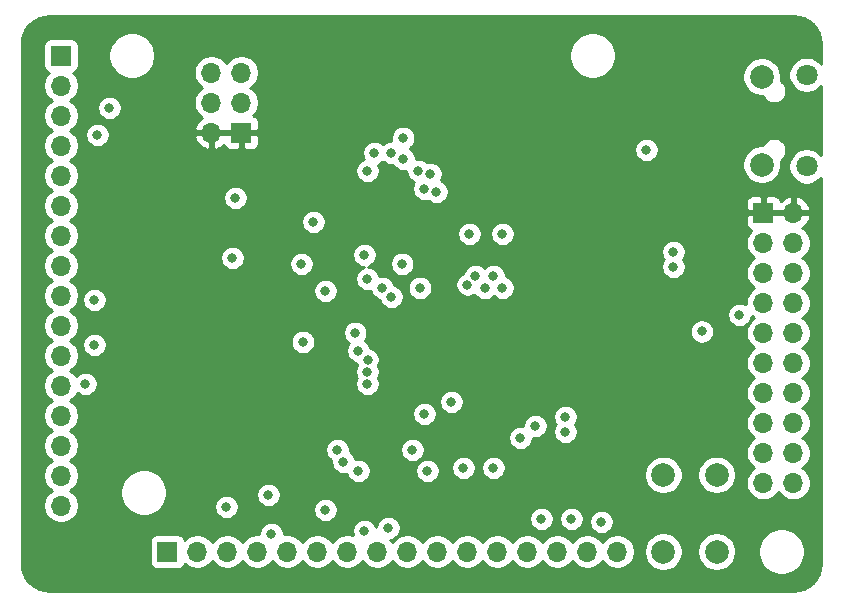
<source format=gbr>
%TF.GenerationSoftware,KiCad,Pcbnew,5.1.6-c6e7f7d~86~ubuntu20.04.1*%
%TF.CreationDate,2020-06-01T13:32:15+02:00*%
%TF.ProjectId,STM32103_Devel,53544d33-3231-4303-935f-446576656c2e,rev?*%
%TF.SameCoordinates,Original*%
%TF.FileFunction,Copper,L2,Inr*%
%TF.FilePolarity,Positive*%
%FSLAX46Y46*%
G04 Gerber Fmt 4.6, Leading zero omitted, Abs format (unit mm)*
G04 Created by KiCad (PCBNEW 5.1.6-c6e7f7d~86~ubuntu20.04.1) date 2020-06-01 13:32:15*
%MOMM*%
%LPD*%
G01*
G04 APERTURE LIST*
%TA.AperFunction,ViaPad*%
%ADD10O,1.700000X1.700000*%
%TD*%
%TA.AperFunction,ViaPad*%
%ADD11R,1.700000X1.700000*%
%TD*%
%TA.AperFunction,ViaPad*%
%ADD12C,2.000000*%
%TD*%
%TA.AperFunction,ViaPad*%
%ADD13C,1.800000*%
%TD*%
%TA.AperFunction,ViaPad*%
%ADD14C,0.800000*%
%TD*%
%TA.AperFunction,Conductor*%
%ADD15C,0.254000*%
%TD*%
G04 APERTURE END LIST*
D10*
%TO.N,/PB15*%
%TO.C,J5*%
X151100000Y-116000000D03*
%TO.N,/PB14*%
X148560000Y-116000000D03*
%TO.N,/PB13*%
X146020000Y-116000000D03*
%TO.N,/PB12*%
X143480000Y-116000000D03*
%TO.N,/PB11*%
X140940000Y-116000000D03*
%TO.N,/PB10*%
X138400000Y-116000000D03*
%TO.N,/PB9*%
X135860000Y-116000000D03*
%TO.N,/PB8*%
X133320000Y-116000000D03*
%TO.N,/PB7*%
X130780000Y-116000000D03*
%TO.N,/PB6*%
X128240000Y-116000000D03*
%TO.N,/PB5*%
X125700000Y-116000000D03*
%TO.N,/PB4*%
X123160000Y-116000000D03*
%TO.N,/PB3*%
X120620000Y-116000000D03*
%TO.N,/BOOT1*%
X118080000Y-116000000D03*
%TO.N,/PB1*%
X115540000Y-116000000D03*
D11*
%TO.N,/PB0*%
X113000000Y-116000000D03*
%TD*%
D10*
%TO.N,GND*%
%TO.C,J3*%
X166002000Y-110180000D03*
%TO.N,Net-(J3-Pad19)*%
X163462000Y-110180000D03*
%TO.N,GND*%
X166002000Y-107640000D03*
%TO.N,Net-(J3-Pad17)*%
X163462000Y-107640000D03*
%TO.N,GND*%
X166002000Y-105100000D03*
%TO.N,/RST*%
X163462000Y-105100000D03*
%TO.N,GND*%
X166002000Y-102560000D03*
%TO.N,/PB3*%
X163462000Y-102560000D03*
%TO.N,GND*%
X166002000Y-100020000D03*
%TO.N,Net-(J3-Pad11)*%
X163462000Y-100020000D03*
%TO.N,GND*%
X166002000Y-97480000D03*
%TO.N,/PA14*%
X163462000Y-97480000D03*
%TO.N,GND*%
X166002000Y-94940000D03*
%TO.N,/PA13*%
X163462000Y-94940000D03*
%TO.N,GND*%
X166002000Y-92400000D03*
%TO.N,Net-(J3-Pad5)*%
X163462000Y-92400000D03*
%TO.N,GND*%
X166002000Y-89860000D03*
%TO.N,Net-(J3-Pad3)*%
X163462000Y-89860000D03*
%TO.N,VCC*%
X166002000Y-87320000D03*
D11*
X163462000Y-87320000D03*
%TD*%
D10*
%TO.N,/PA15*%
%TO.C,J4*%
X104000000Y-112100000D03*
%TO.N,/PA14*%
X104000000Y-109560000D03*
%TO.N,/PA13*%
X104000000Y-107020000D03*
%TO.N,/PA12*%
X104000000Y-104480000D03*
%TO.N,/PA11*%
X104000000Y-101940000D03*
%TO.N,/PA10*%
X104000000Y-99400000D03*
%TO.N,/PA9*%
X104000000Y-96860000D03*
%TO.N,/PA8*%
X104000000Y-94320000D03*
%TO.N,/PA7*%
X104000000Y-91780000D03*
%TO.N,/PA6*%
X104000000Y-89240000D03*
%TO.N,/PA5*%
X104000000Y-86700000D03*
%TO.N,/PA4*%
X104000000Y-84160000D03*
%TO.N,/PA3*%
X104000000Y-81620000D03*
%TO.N,/PA2*%
X104000000Y-79080000D03*
%TO.N,/PA1*%
X104000000Y-76540000D03*
D11*
%TO.N,/PA0*%
X104000000Y-74000000D03*
%TD*%
D12*
%TO.N,/RST*%
%TO.C,SW1*%
X155000000Y-109500000D03*
%TO.N,GND*%
X159500000Y-109500000D03*
%TO.N,/RST*%
X155000000Y-116000000D03*
%TO.N,GND*%
X159500000Y-116000000D03*
%TD*%
D13*
%TO.N,GND*%
%TO.C,J2*%
X167126500Y-75634500D03*
X167126500Y-83384500D03*
D12*
X163326500Y-75784500D03*
X163326500Y-83234500D03*
%TD*%
D10*
%TO.N,GND*%
%TO.C,J1*%
X116726000Y-75445500D03*
X119266000Y-75445500D03*
%TO.N,Net-(J1-Pad4)*%
X116726000Y-77985500D03*
%TO.N,Net-(J1-Pad3)*%
X119266000Y-77985500D03*
%TO.N,VCC*%
X116726000Y-80525500D03*
D11*
X119266000Y-80525500D03*
%TD*%
D14*
%TO.N,VCC*%
X139078000Y-77160000D03*
X141364000Y-86558000D03*
X152000000Y-97956000D03*
X150100000Y-105000000D03*
X149084000Y-105000000D03*
X154064000Y-75636000D03*
X108344000Y-103322000D03*
X120944443Y-88181557D03*
X138057336Y-101539345D03*
X125870000Y-80462000D03*
%TO.N,GND*%
X135014000Y-109164000D03*
X126378000Y-112466000D03*
X131712000Y-113990000D03*
X129680000Y-114244000D03*
X121806000Y-114498000D03*
X124473000Y-98242000D03*
X108090000Y-78430000D03*
X107074000Y-80716000D03*
X106820000Y-94686000D03*
X134379000Y-93670000D03*
X129680000Y-90876000D03*
X149746000Y-113482000D03*
X147206000Y-113228000D03*
X144666000Y-113228000D03*
X121552000Y-111196000D03*
X106058000Y-101798000D03*
X106820000Y-98496000D03*
X118504000Y-91130000D03*
X153556000Y-81986000D03*
X161430000Y-95956000D03*
X118758000Y-86050000D03*
X117996000Y-112212000D03*
%TO.N,/RST*%
X126382660Y-93919348D03*
X124350661Y-91633341D03*
%TO.N,/PB5*%
X132977347Y-80974653D03*
%TO.N,/BOOT1*%
X125362000Y-88082000D03*
X129172000Y-109164000D03*
X132891990Y-91638000D03*
%TO.N,/PA12*%
X141364000Y-93670000D03*
X141364000Y-89098000D03*
%TO.N,/PA11*%
X140602000Y-92654000D03*
%TO.N,/PB9*%
X129938653Y-83759347D03*
%TO.N,/PB8*%
X130525000Y-82240000D03*
%TO.N,/PB7*%
X131975000Y-82240000D03*
%TO.N,/PB6*%
X132982000Y-82748000D03*
%TO.N,/PB4*%
X134256653Y-83768653D03*
%TO.N,/PB3*%
X135268000Y-84018000D03*
X158255000Y-97353000D03*
%TO.N,/PA15*%
X133744000Y-107386000D03*
X134760000Y-85288000D03*
%TO.N,/PA14*%
X155842000Y-91892000D03*
X134760000Y-104338000D03*
X135776000Y-85542000D03*
%TO.N,/PA13*%
X155842000Y-90622000D03*
X138570000Y-89098000D03*
X137046000Y-103322000D03*
%TO.N,/PA10*%
X139876990Y-93670000D03*
%TO.N,/PA9*%
X139078954Y-92652936D03*
%TO.N,/PA8*%
X138410968Y-93397125D03*
%TO.N,/PB15*%
X146698000Y-104592000D03*
%TO.N,/PB14*%
X146698000Y-105862000D03*
%TO.N,/PB13*%
X144158000Y-105354002D03*
%TO.N,/PB12*%
X142888000Y-106369998D03*
%TO.N,/PB11*%
X140602000Y-108910000D03*
%TO.N,/PB10*%
X138062000Y-108910000D03*
%TO.N,/PB1*%
X127902000Y-108402000D03*
%TO.N,/PB0*%
X127394000Y-107386000D03*
%TO.N,/PA7*%
X129934000Y-101798000D03*
%TO.N,/PA6*%
X129934000Y-100782000D03*
%TO.N,/PA5*%
X129953679Y-99737002D03*
%TO.N,/PA4*%
X129172000Y-99004008D03*
%TO.N,/PA3*%
X128913728Y-97484540D03*
%TO.N,/PA2*%
X131966000Y-94432000D03*
%TO.N,/PA1*%
X131204000Y-93670000D03*
%TO.N,/PA0*%
X129934000Y-92908000D03*
%TD*%
D15*
%TO.N,VCC*%
G36*
X166453893Y-70707670D02*
G01*
X166890498Y-70839489D01*
X167293185Y-71053600D01*
X167646612Y-71341848D01*
X167937327Y-71693261D01*
X168154242Y-72094439D01*
X168289106Y-72530113D01*
X168340000Y-73014344D01*
X168340000Y-74687705D01*
X168318812Y-74655995D01*
X168105005Y-74442188D01*
X167853595Y-74274201D01*
X167574243Y-74158489D01*
X167277684Y-74099500D01*
X166975316Y-74099500D01*
X166678757Y-74158489D01*
X166399405Y-74274201D01*
X166147995Y-74442188D01*
X165934188Y-74655995D01*
X165766201Y-74907405D01*
X165650489Y-75186757D01*
X165591500Y-75483316D01*
X165591500Y-75785684D01*
X165650489Y-76082243D01*
X165766201Y-76361595D01*
X165934188Y-76613005D01*
X166147995Y-76826812D01*
X166399405Y-76994799D01*
X166678757Y-77110511D01*
X166975316Y-77169500D01*
X167277684Y-77169500D01*
X167574243Y-77110511D01*
X167853595Y-76994799D01*
X168105005Y-76826812D01*
X168318812Y-76613005D01*
X168340000Y-76581295D01*
X168340000Y-82437705D01*
X168318812Y-82405995D01*
X168105005Y-82192188D01*
X167853595Y-82024201D01*
X167574243Y-81908489D01*
X167277684Y-81849500D01*
X166975316Y-81849500D01*
X166678757Y-81908489D01*
X166399405Y-82024201D01*
X166147995Y-82192188D01*
X165934188Y-82405995D01*
X165766201Y-82657405D01*
X165650489Y-82936757D01*
X165591500Y-83233316D01*
X165591500Y-83535684D01*
X165650489Y-83832243D01*
X165766201Y-84111595D01*
X165934188Y-84363005D01*
X166147995Y-84576812D01*
X166399405Y-84744799D01*
X166678757Y-84860511D01*
X166975316Y-84919500D01*
X167277684Y-84919500D01*
X167574243Y-84860511D01*
X167853595Y-84744799D01*
X168105005Y-84576812D01*
X168318812Y-84363005D01*
X168340000Y-84331295D01*
X168340001Y-116967711D01*
X168292330Y-117453894D01*
X168160512Y-117890497D01*
X167946399Y-118293186D01*
X167658150Y-118646613D01*
X167306739Y-118937327D01*
X166905564Y-119154240D01*
X166469886Y-119289106D01*
X165985664Y-119340000D01*
X103032279Y-119340000D01*
X102546106Y-119292330D01*
X102109503Y-119160512D01*
X101706814Y-118946399D01*
X101353387Y-118658150D01*
X101062673Y-118306739D01*
X100845760Y-117905564D01*
X100710894Y-117469886D01*
X100660000Y-116985664D01*
X100660000Y-115150000D01*
X111511928Y-115150000D01*
X111511928Y-116850000D01*
X111524188Y-116974482D01*
X111560498Y-117094180D01*
X111619463Y-117204494D01*
X111698815Y-117301185D01*
X111795506Y-117380537D01*
X111905820Y-117439502D01*
X112025518Y-117475812D01*
X112150000Y-117488072D01*
X113850000Y-117488072D01*
X113974482Y-117475812D01*
X114094180Y-117439502D01*
X114204494Y-117380537D01*
X114301185Y-117301185D01*
X114380537Y-117204494D01*
X114439502Y-117094180D01*
X114461513Y-117021620D01*
X114593368Y-117153475D01*
X114836589Y-117315990D01*
X115106842Y-117427932D01*
X115393740Y-117485000D01*
X115686260Y-117485000D01*
X115973158Y-117427932D01*
X116243411Y-117315990D01*
X116486632Y-117153475D01*
X116693475Y-116946632D01*
X116810000Y-116772240D01*
X116926525Y-116946632D01*
X117133368Y-117153475D01*
X117376589Y-117315990D01*
X117646842Y-117427932D01*
X117933740Y-117485000D01*
X118226260Y-117485000D01*
X118513158Y-117427932D01*
X118783411Y-117315990D01*
X119026632Y-117153475D01*
X119233475Y-116946632D01*
X119350000Y-116772240D01*
X119466525Y-116946632D01*
X119673368Y-117153475D01*
X119916589Y-117315990D01*
X120186842Y-117427932D01*
X120473740Y-117485000D01*
X120766260Y-117485000D01*
X121053158Y-117427932D01*
X121323411Y-117315990D01*
X121566632Y-117153475D01*
X121773475Y-116946632D01*
X121890000Y-116772240D01*
X122006525Y-116946632D01*
X122213368Y-117153475D01*
X122456589Y-117315990D01*
X122726842Y-117427932D01*
X123013740Y-117485000D01*
X123306260Y-117485000D01*
X123593158Y-117427932D01*
X123863411Y-117315990D01*
X124106632Y-117153475D01*
X124313475Y-116946632D01*
X124430000Y-116772240D01*
X124546525Y-116946632D01*
X124753368Y-117153475D01*
X124996589Y-117315990D01*
X125266842Y-117427932D01*
X125553740Y-117485000D01*
X125846260Y-117485000D01*
X126133158Y-117427932D01*
X126403411Y-117315990D01*
X126646632Y-117153475D01*
X126853475Y-116946632D01*
X126970000Y-116772240D01*
X127086525Y-116946632D01*
X127293368Y-117153475D01*
X127536589Y-117315990D01*
X127806842Y-117427932D01*
X128093740Y-117485000D01*
X128386260Y-117485000D01*
X128673158Y-117427932D01*
X128943411Y-117315990D01*
X129186632Y-117153475D01*
X129393475Y-116946632D01*
X129510000Y-116772240D01*
X129626525Y-116946632D01*
X129833368Y-117153475D01*
X130076589Y-117315990D01*
X130346842Y-117427932D01*
X130633740Y-117485000D01*
X130926260Y-117485000D01*
X131213158Y-117427932D01*
X131483411Y-117315990D01*
X131726632Y-117153475D01*
X131933475Y-116946632D01*
X132050000Y-116772240D01*
X132166525Y-116946632D01*
X132373368Y-117153475D01*
X132616589Y-117315990D01*
X132886842Y-117427932D01*
X133173740Y-117485000D01*
X133466260Y-117485000D01*
X133753158Y-117427932D01*
X134023411Y-117315990D01*
X134266632Y-117153475D01*
X134473475Y-116946632D01*
X134590000Y-116772240D01*
X134706525Y-116946632D01*
X134913368Y-117153475D01*
X135156589Y-117315990D01*
X135426842Y-117427932D01*
X135713740Y-117485000D01*
X136006260Y-117485000D01*
X136293158Y-117427932D01*
X136563411Y-117315990D01*
X136806632Y-117153475D01*
X137013475Y-116946632D01*
X137130000Y-116772240D01*
X137246525Y-116946632D01*
X137453368Y-117153475D01*
X137696589Y-117315990D01*
X137966842Y-117427932D01*
X138253740Y-117485000D01*
X138546260Y-117485000D01*
X138833158Y-117427932D01*
X139103411Y-117315990D01*
X139346632Y-117153475D01*
X139553475Y-116946632D01*
X139670000Y-116772240D01*
X139786525Y-116946632D01*
X139993368Y-117153475D01*
X140236589Y-117315990D01*
X140506842Y-117427932D01*
X140793740Y-117485000D01*
X141086260Y-117485000D01*
X141373158Y-117427932D01*
X141643411Y-117315990D01*
X141886632Y-117153475D01*
X142093475Y-116946632D01*
X142210000Y-116772240D01*
X142326525Y-116946632D01*
X142533368Y-117153475D01*
X142776589Y-117315990D01*
X143046842Y-117427932D01*
X143333740Y-117485000D01*
X143626260Y-117485000D01*
X143913158Y-117427932D01*
X144183411Y-117315990D01*
X144426632Y-117153475D01*
X144633475Y-116946632D01*
X144750000Y-116772240D01*
X144866525Y-116946632D01*
X145073368Y-117153475D01*
X145316589Y-117315990D01*
X145586842Y-117427932D01*
X145873740Y-117485000D01*
X146166260Y-117485000D01*
X146453158Y-117427932D01*
X146723411Y-117315990D01*
X146966632Y-117153475D01*
X147173475Y-116946632D01*
X147290000Y-116772240D01*
X147406525Y-116946632D01*
X147613368Y-117153475D01*
X147856589Y-117315990D01*
X148126842Y-117427932D01*
X148413740Y-117485000D01*
X148706260Y-117485000D01*
X148993158Y-117427932D01*
X149263411Y-117315990D01*
X149506632Y-117153475D01*
X149713475Y-116946632D01*
X149830000Y-116772240D01*
X149946525Y-116946632D01*
X150153368Y-117153475D01*
X150396589Y-117315990D01*
X150666842Y-117427932D01*
X150953740Y-117485000D01*
X151246260Y-117485000D01*
X151533158Y-117427932D01*
X151803411Y-117315990D01*
X152046632Y-117153475D01*
X152253475Y-116946632D01*
X152415990Y-116703411D01*
X152527932Y-116433158D01*
X152585000Y-116146260D01*
X152585000Y-115853740D01*
X152582062Y-115838967D01*
X153365000Y-115838967D01*
X153365000Y-116161033D01*
X153427832Y-116476912D01*
X153551082Y-116774463D01*
X153730013Y-117042252D01*
X153957748Y-117269987D01*
X154225537Y-117448918D01*
X154523088Y-117572168D01*
X154838967Y-117635000D01*
X155161033Y-117635000D01*
X155476912Y-117572168D01*
X155774463Y-117448918D01*
X156042252Y-117269987D01*
X156269987Y-117042252D01*
X156448918Y-116774463D01*
X156572168Y-116476912D01*
X156635000Y-116161033D01*
X156635000Y-115838967D01*
X157865000Y-115838967D01*
X157865000Y-116161033D01*
X157927832Y-116476912D01*
X158051082Y-116774463D01*
X158230013Y-117042252D01*
X158457748Y-117269987D01*
X158725537Y-117448918D01*
X159023088Y-117572168D01*
X159338967Y-117635000D01*
X159661033Y-117635000D01*
X159976912Y-117572168D01*
X160274463Y-117448918D01*
X160542252Y-117269987D01*
X160769987Y-117042252D01*
X160948918Y-116774463D01*
X161072168Y-116476912D01*
X161135000Y-116161033D01*
X161135000Y-115838967D01*
X161128144Y-115804495D01*
X163015000Y-115804495D01*
X163015000Y-116195505D01*
X163091282Y-116579003D01*
X163240915Y-116940250D01*
X163458149Y-117265364D01*
X163734636Y-117541851D01*
X164059750Y-117759085D01*
X164420997Y-117908718D01*
X164804495Y-117985000D01*
X165195505Y-117985000D01*
X165579003Y-117908718D01*
X165940250Y-117759085D01*
X166265364Y-117541851D01*
X166541851Y-117265364D01*
X166759085Y-116940250D01*
X166908718Y-116579003D01*
X166985000Y-116195505D01*
X166985000Y-115804495D01*
X166908718Y-115420997D01*
X166759085Y-115059750D01*
X166541851Y-114734636D01*
X166265364Y-114458149D01*
X165940250Y-114240915D01*
X165579003Y-114091282D01*
X165195505Y-114015000D01*
X164804495Y-114015000D01*
X164420997Y-114091282D01*
X164059750Y-114240915D01*
X163734636Y-114458149D01*
X163458149Y-114734636D01*
X163240915Y-115059750D01*
X163091282Y-115420997D01*
X163015000Y-115804495D01*
X161128144Y-115804495D01*
X161072168Y-115523088D01*
X160948918Y-115225537D01*
X160769987Y-114957748D01*
X160542252Y-114730013D01*
X160274463Y-114551082D01*
X159976912Y-114427832D01*
X159661033Y-114365000D01*
X159338967Y-114365000D01*
X159023088Y-114427832D01*
X158725537Y-114551082D01*
X158457748Y-114730013D01*
X158230013Y-114957748D01*
X158051082Y-115225537D01*
X157927832Y-115523088D01*
X157865000Y-115838967D01*
X156635000Y-115838967D01*
X156572168Y-115523088D01*
X156448918Y-115225537D01*
X156269987Y-114957748D01*
X156042252Y-114730013D01*
X155774463Y-114551082D01*
X155476912Y-114427832D01*
X155161033Y-114365000D01*
X154838967Y-114365000D01*
X154523088Y-114427832D01*
X154225537Y-114551082D01*
X153957748Y-114730013D01*
X153730013Y-114957748D01*
X153551082Y-115225537D01*
X153427832Y-115523088D01*
X153365000Y-115838967D01*
X152582062Y-115838967D01*
X152527932Y-115566842D01*
X152415990Y-115296589D01*
X152253475Y-115053368D01*
X152046632Y-114846525D01*
X151803411Y-114684010D01*
X151533158Y-114572068D01*
X151246260Y-114515000D01*
X150953740Y-114515000D01*
X150666842Y-114572068D01*
X150396589Y-114684010D01*
X150153368Y-114846525D01*
X149946525Y-115053368D01*
X149830000Y-115227760D01*
X149713475Y-115053368D01*
X149506632Y-114846525D01*
X149263411Y-114684010D01*
X148993158Y-114572068D01*
X148706260Y-114515000D01*
X148413740Y-114515000D01*
X148126842Y-114572068D01*
X147856589Y-114684010D01*
X147613368Y-114846525D01*
X147406525Y-115053368D01*
X147290000Y-115227760D01*
X147173475Y-115053368D01*
X146966632Y-114846525D01*
X146723411Y-114684010D01*
X146453158Y-114572068D01*
X146166260Y-114515000D01*
X145873740Y-114515000D01*
X145586842Y-114572068D01*
X145316589Y-114684010D01*
X145073368Y-114846525D01*
X144866525Y-115053368D01*
X144750000Y-115227760D01*
X144633475Y-115053368D01*
X144426632Y-114846525D01*
X144183411Y-114684010D01*
X143913158Y-114572068D01*
X143626260Y-114515000D01*
X143333740Y-114515000D01*
X143046842Y-114572068D01*
X142776589Y-114684010D01*
X142533368Y-114846525D01*
X142326525Y-115053368D01*
X142210000Y-115227760D01*
X142093475Y-115053368D01*
X141886632Y-114846525D01*
X141643411Y-114684010D01*
X141373158Y-114572068D01*
X141086260Y-114515000D01*
X140793740Y-114515000D01*
X140506842Y-114572068D01*
X140236589Y-114684010D01*
X139993368Y-114846525D01*
X139786525Y-115053368D01*
X139670000Y-115227760D01*
X139553475Y-115053368D01*
X139346632Y-114846525D01*
X139103411Y-114684010D01*
X138833158Y-114572068D01*
X138546260Y-114515000D01*
X138253740Y-114515000D01*
X137966842Y-114572068D01*
X137696589Y-114684010D01*
X137453368Y-114846525D01*
X137246525Y-115053368D01*
X137130000Y-115227760D01*
X137013475Y-115053368D01*
X136806632Y-114846525D01*
X136563411Y-114684010D01*
X136293158Y-114572068D01*
X136006260Y-114515000D01*
X135713740Y-114515000D01*
X135426842Y-114572068D01*
X135156589Y-114684010D01*
X134913368Y-114846525D01*
X134706525Y-115053368D01*
X134590000Y-115227760D01*
X134473475Y-115053368D01*
X134266632Y-114846525D01*
X134023411Y-114684010D01*
X133753158Y-114572068D01*
X133466260Y-114515000D01*
X133173740Y-114515000D01*
X132886842Y-114572068D01*
X132616589Y-114684010D01*
X132373368Y-114846525D01*
X132166525Y-115053368D01*
X132050000Y-115227760D01*
X131933475Y-115053368D01*
X131889981Y-115009874D01*
X132013898Y-114985226D01*
X132202256Y-114907205D01*
X132371774Y-114793937D01*
X132515937Y-114649774D01*
X132629205Y-114480256D01*
X132707226Y-114291898D01*
X132747000Y-114091939D01*
X132747000Y-113888061D01*
X132707226Y-113688102D01*
X132629205Y-113499744D01*
X132515937Y-113330226D01*
X132371774Y-113186063D01*
X132281975Y-113126061D01*
X143631000Y-113126061D01*
X143631000Y-113329939D01*
X143670774Y-113529898D01*
X143748795Y-113718256D01*
X143862063Y-113887774D01*
X144006226Y-114031937D01*
X144175744Y-114145205D01*
X144364102Y-114223226D01*
X144564061Y-114263000D01*
X144767939Y-114263000D01*
X144967898Y-114223226D01*
X145156256Y-114145205D01*
X145325774Y-114031937D01*
X145469937Y-113887774D01*
X145583205Y-113718256D01*
X145661226Y-113529898D01*
X145701000Y-113329939D01*
X145701000Y-113126061D01*
X146171000Y-113126061D01*
X146171000Y-113329939D01*
X146210774Y-113529898D01*
X146288795Y-113718256D01*
X146402063Y-113887774D01*
X146546226Y-114031937D01*
X146715744Y-114145205D01*
X146904102Y-114223226D01*
X147104061Y-114263000D01*
X147307939Y-114263000D01*
X147507898Y-114223226D01*
X147696256Y-114145205D01*
X147865774Y-114031937D01*
X148009937Y-113887774D01*
X148123205Y-113718256D01*
X148201226Y-113529898D01*
X148231030Y-113380061D01*
X148711000Y-113380061D01*
X148711000Y-113583939D01*
X148750774Y-113783898D01*
X148828795Y-113972256D01*
X148942063Y-114141774D01*
X149086226Y-114285937D01*
X149255744Y-114399205D01*
X149444102Y-114477226D01*
X149644061Y-114517000D01*
X149847939Y-114517000D01*
X150047898Y-114477226D01*
X150236256Y-114399205D01*
X150405774Y-114285937D01*
X150549937Y-114141774D01*
X150663205Y-113972256D01*
X150741226Y-113783898D01*
X150781000Y-113583939D01*
X150781000Y-113380061D01*
X150741226Y-113180102D01*
X150663205Y-112991744D01*
X150549937Y-112822226D01*
X150405774Y-112678063D01*
X150236256Y-112564795D01*
X150047898Y-112486774D01*
X149847939Y-112447000D01*
X149644061Y-112447000D01*
X149444102Y-112486774D01*
X149255744Y-112564795D01*
X149086226Y-112678063D01*
X148942063Y-112822226D01*
X148828795Y-112991744D01*
X148750774Y-113180102D01*
X148711000Y-113380061D01*
X148231030Y-113380061D01*
X148241000Y-113329939D01*
X148241000Y-113126061D01*
X148201226Y-112926102D01*
X148123205Y-112737744D01*
X148009937Y-112568226D01*
X147865774Y-112424063D01*
X147696256Y-112310795D01*
X147507898Y-112232774D01*
X147307939Y-112193000D01*
X147104061Y-112193000D01*
X146904102Y-112232774D01*
X146715744Y-112310795D01*
X146546226Y-112424063D01*
X146402063Y-112568226D01*
X146288795Y-112737744D01*
X146210774Y-112926102D01*
X146171000Y-113126061D01*
X145701000Y-113126061D01*
X145661226Y-112926102D01*
X145583205Y-112737744D01*
X145469937Y-112568226D01*
X145325774Y-112424063D01*
X145156256Y-112310795D01*
X144967898Y-112232774D01*
X144767939Y-112193000D01*
X144564061Y-112193000D01*
X144364102Y-112232774D01*
X144175744Y-112310795D01*
X144006226Y-112424063D01*
X143862063Y-112568226D01*
X143748795Y-112737744D01*
X143670774Y-112926102D01*
X143631000Y-113126061D01*
X132281975Y-113126061D01*
X132202256Y-113072795D01*
X132013898Y-112994774D01*
X131813939Y-112955000D01*
X131610061Y-112955000D01*
X131410102Y-112994774D01*
X131221744Y-113072795D01*
X131052226Y-113186063D01*
X130908063Y-113330226D01*
X130794795Y-113499744D01*
X130716774Y-113688102D01*
X130677000Y-113888061D01*
X130677000Y-113951021D01*
X130675226Y-113942102D01*
X130597205Y-113753744D01*
X130483937Y-113584226D01*
X130339774Y-113440063D01*
X130170256Y-113326795D01*
X129981898Y-113248774D01*
X129781939Y-113209000D01*
X129578061Y-113209000D01*
X129378102Y-113248774D01*
X129189744Y-113326795D01*
X129020226Y-113440063D01*
X128876063Y-113584226D01*
X128762795Y-113753744D01*
X128684774Y-113942102D01*
X128645000Y-114142061D01*
X128645000Y-114345939D01*
X128684774Y-114545898D01*
X128700265Y-114583296D01*
X128673158Y-114572068D01*
X128386260Y-114515000D01*
X128093740Y-114515000D01*
X127806842Y-114572068D01*
X127536589Y-114684010D01*
X127293368Y-114846525D01*
X127086525Y-115053368D01*
X126970000Y-115227760D01*
X126853475Y-115053368D01*
X126646632Y-114846525D01*
X126403411Y-114684010D01*
X126133158Y-114572068D01*
X125846260Y-114515000D01*
X125553740Y-114515000D01*
X125266842Y-114572068D01*
X124996589Y-114684010D01*
X124753368Y-114846525D01*
X124546525Y-115053368D01*
X124430000Y-115227760D01*
X124313475Y-115053368D01*
X124106632Y-114846525D01*
X123863411Y-114684010D01*
X123593158Y-114572068D01*
X123306260Y-114515000D01*
X123013740Y-114515000D01*
X122841000Y-114549360D01*
X122841000Y-114396061D01*
X122801226Y-114196102D01*
X122723205Y-114007744D01*
X122609937Y-113838226D01*
X122465774Y-113694063D01*
X122296256Y-113580795D01*
X122107898Y-113502774D01*
X121907939Y-113463000D01*
X121704061Y-113463000D01*
X121504102Y-113502774D01*
X121315744Y-113580795D01*
X121146226Y-113694063D01*
X121002063Y-113838226D01*
X120888795Y-114007744D01*
X120810774Y-114196102D01*
X120771000Y-114396061D01*
X120771000Y-114515943D01*
X120766260Y-114515000D01*
X120473740Y-114515000D01*
X120186842Y-114572068D01*
X119916589Y-114684010D01*
X119673368Y-114846525D01*
X119466525Y-115053368D01*
X119350000Y-115227760D01*
X119233475Y-115053368D01*
X119026632Y-114846525D01*
X118783411Y-114684010D01*
X118513158Y-114572068D01*
X118226260Y-114515000D01*
X117933740Y-114515000D01*
X117646842Y-114572068D01*
X117376589Y-114684010D01*
X117133368Y-114846525D01*
X116926525Y-115053368D01*
X116810000Y-115227760D01*
X116693475Y-115053368D01*
X116486632Y-114846525D01*
X116243411Y-114684010D01*
X115973158Y-114572068D01*
X115686260Y-114515000D01*
X115393740Y-114515000D01*
X115106842Y-114572068D01*
X114836589Y-114684010D01*
X114593368Y-114846525D01*
X114461513Y-114978380D01*
X114439502Y-114905820D01*
X114380537Y-114795506D01*
X114301185Y-114698815D01*
X114204494Y-114619463D01*
X114094180Y-114560498D01*
X113974482Y-114524188D01*
X113850000Y-114511928D01*
X112150000Y-114511928D01*
X112025518Y-114524188D01*
X111905820Y-114560498D01*
X111795506Y-114619463D01*
X111698815Y-114698815D01*
X111619463Y-114795506D01*
X111560498Y-114905820D01*
X111524188Y-115025518D01*
X111511928Y-115150000D01*
X100660000Y-115150000D01*
X100660000Y-73150000D01*
X102511928Y-73150000D01*
X102511928Y-74850000D01*
X102524188Y-74974482D01*
X102560498Y-75094180D01*
X102619463Y-75204494D01*
X102698815Y-75301185D01*
X102795506Y-75380537D01*
X102905820Y-75439502D01*
X102978380Y-75461513D01*
X102846525Y-75593368D01*
X102684010Y-75836589D01*
X102572068Y-76106842D01*
X102515000Y-76393740D01*
X102515000Y-76686260D01*
X102572068Y-76973158D01*
X102684010Y-77243411D01*
X102846525Y-77486632D01*
X103053368Y-77693475D01*
X103227760Y-77810000D01*
X103053368Y-77926525D01*
X102846525Y-78133368D01*
X102684010Y-78376589D01*
X102572068Y-78646842D01*
X102515000Y-78933740D01*
X102515000Y-79226260D01*
X102572068Y-79513158D01*
X102684010Y-79783411D01*
X102846525Y-80026632D01*
X103053368Y-80233475D01*
X103227760Y-80350000D01*
X103053368Y-80466525D01*
X102846525Y-80673368D01*
X102684010Y-80916589D01*
X102572068Y-81186842D01*
X102515000Y-81473740D01*
X102515000Y-81766260D01*
X102572068Y-82053158D01*
X102684010Y-82323411D01*
X102846525Y-82566632D01*
X103053368Y-82773475D01*
X103227760Y-82890000D01*
X103053368Y-83006525D01*
X102846525Y-83213368D01*
X102684010Y-83456589D01*
X102572068Y-83726842D01*
X102515000Y-84013740D01*
X102515000Y-84306260D01*
X102572068Y-84593158D01*
X102684010Y-84863411D01*
X102846525Y-85106632D01*
X103053368Y-85313475D01*
X103227760Y-85430000D01*
X103053368Y-85546525D01*
X102846525Y-85753368D01*
X102684010Y-85996589D01*
X102572068Y-86266842D01*
X102515000Y-86553740D01*
X102515000Y-86846260D01*
X102572068Y-87133158D01*
X102684010Y-87403411D01*
X102846525Y-87646632D01*
X103053368Y-87853475D01*
X103227760Y-87970000D01*
X103053368Y-88086525D01*
X102846525Y-88293368D01*
X102684010Y-88536589D01*
X102572068Y-88806842D01*
X102515000Y-89093740D01*
X102515000Y-89386260D01*
X102572068Y-89673158D01*
X102684010Y-89943411D01*
X102846525Y-90186632D01*
X103053368Y-90393475D01*
X103227760Y-90510000D01*
X103053368Y-90626525D01*
X102846525Y-90833368D01*
X102684010Y-91076589D01*
X102572068Y-91346842D01*
X102515000Y-91633740D01*
X102515000Y-91926260D01*
X102572068Y-92213158D01*
X102684010Y-92483411D01*
X102846525Y-92726632D01*
X103053368Y-92933475D01*
X103227760Y-93050000D01*
X103053368Y-93166525D01*
X102846525Y-93373368D01*
X102684010Y-93616589D01*
X102572068Y-93886842D01*
X102515000Y-94173740D01*
X102515000Y-94466260D01*
X102572068Y-94753158D01*
X102684010Y-95023411D01*
X102846525Y-95266632D01*
X103053368Y-95473475D01*
X103227760Y-95590000D01*
X103053368Y-95706525D01*
X102846525Y-95913368D01*
X102684010Y-96156589D01*
X102572068Y-96426842D01*
X102515000Y-96713740D01*
X102515000Y-97006260D01*
X102572068Y-97293158D01*
X102684010Y-97563411D01*
X102846525Y-97806632D01*
X103053368Y-98013475D01*
X103227760Y-98130000D01*
X103053368Y-98246525D01*
X102846525Y-98453368D01*
X102684010Y-98696589D01*
X102572068Y-98966842D01*
X102515000Y-99253740D01*
X102515000Y-99546260D01*
X102572068Y-99833158D01*
X102684010Y-100103411D01*
X102846525Y-100346632D01*
X103053368Y-100553475D01*
X103227760Y-100670000D01*
X103053368Y-100786525D01*
X102846525Y-100993368D01*
X102684010Y-101236589D01*
X102572068Y-101506842D01*
X102515000Y-101793740D01*
X102515000Y-102086260D01*
X102572068Y-102373158D01*
X102684010Y-102643411D01*
X102846525Y-102886632D01*
X103053368Y-103093475D01*
X103227760Y-103210000D01*
X103053368Y-103326525D01*
X102846525Y-103533368D01*
X102684010Y-103776589D01*
X102572068Y-104046842D01*
X102515000Y-104333740D01*
X102515000Y-104626260D01*
X102572068Y-104913158D01*
X102684010Y-105183411D01*
X102846525Y-105426632D01*
X103053368Y-105633475D01*
X103227760Y-105750000D01*
X103053368Y-105866525D01*
X102846525Y-106073368D01*
X102684010Y-106316589D01*
X102572068Y-106586842D01*
X102515000Y-106873740D01*
X102515000Y-107166260D01*
X102572068Y-107453158D01*
X102684010Y-107723411D01*
X102846525Y-107966632D01*
X103053368Y-108173475D01*
X103227760Y-108290000D01*
X103053368Y-108406525D01*
X102846525Y-108613368D01*
X102684010Y-108856589D01*
X102572068Y-109126842D01*
X102515000Y-109413740D01*
X102515000Y-109706260D01*
X102572068Y-109993158D01*
X102684010Y-110263411D01*
X102846525Y-110506632D01*
X103053368Y-110713475D01*
X103227760Y-110830000D01*
X103053368Y-110946525D01*
X102846525Y-111153368D01*
X102684010Y-111396589D01*
X102572068Y-111666842D01*
X102515000Y-111953740D01*
X102515000Y-112246260D01*
X102572068Y-112533158D01*
X102684010Y-112803411D01*
X102846525Y-113046632D01*
X103053368Y-113253475D01*
X103296589Y-113415990D01*
X103566842Y-113527932D01*
X103853740Y-113585000D01*
X104146260Y-113585000D01*
X104433158Y-113527932D01*
X104703411Y-113415990D01*
X104946632Y-113253475D01*
X105153475Y-113046632D01*
X105315990Y-112803411D01*
X105427932Y-112533158D01*
X105485000Y-112246260D01*
X105485000Y-111953740D01*
X105427932Y-111666842D01*
X105315990Y-111396589D01*
X105153475Y-111153368D01*
X104946632Y-110946525D01*
X104772240Y-110830000D01*
X104810410Y-110804495D01*
X109015000Y-110804495D01*
X109015000Y-111195505D01*
X109091282Y-111579003D01*
X109240915Y-111940250D01*
X109458149Y-112265364D01*
X109734636Y-112541851D01*
X110059750Y-112759085D01*
X110420997Y-112908718D01*
X110804495Y-112985000D01*
X111195505Y-112985000D01*
X111579003Y-112908718D01*
X111940250Y-112759085D01*
X112265364Y-112541851D01*
X112541851Y-112265364D01*
X112645621Y-112110061D01*
X116961000Y-112110061D01*
X116961000Y-112313939D01*
X117000774Y-112513898D01*
X117078795Y-112702256D01*
X117192063Y-112871774D01*
X117336226Y-113015937D01*
X117505744Y-113129205D01*
X117694102Y-113207226D01*
X117894061Y-113247000D01*
X118097939Y-113247000D01*
X118297898Y-113207226D01*
X118486256Y-113129205D01*
X118655774Y-113015937D01*
X118799937Y-112871774D01*
X118913205Y-112702256D01*
X118991226Y-112513898D01*
X119021030Y-112364061D01*
X125343000Y-112364061D01*
X125343000Y-112567939D01*
X125382774Y-112767898D01*
X125460795Y-112956256D01*
X125574063Y-113125774D01*
X125718226Y-113269937D01*
X125887744Y-113383205D01*
X126076102Y-113461226D01*
X126276061Y-113501000D01*
X126479939Y-113501000D01*
X126679898Y-113461226D01*
X126868256Y-113383205D01*
X127037774Y-113269937D01*
X127181937Y-113125774D01*
X127295205Y-112956256D01*
X127373226Y-112767898D01*
X127413000Y-112567939D01*
X127413000Y-112364061D01*
X127373226Y-112164102D01*
X127295205Y-111975744D01*
X127181937Y-111806226D01*
X127037774Y-111662063D01*
X126868256Y-111548795D01*
X126679898Y-111470774D01*
X126479939Y-111431000D01*
X126276061Y-111431000D01*
X126076102Y-111470774D01*
X125887744Y-111548795D01*
X125718226Y-111662063D01*
X125574063Y-111806226D01*
X125460795Y-111975744D01*
X125382774Y-112164102D01*
X125343000Y-112364061D01*
X119021030Y-112364061D01*
X119031000Y-112313939D01*
X119031000Y-112110061D01*
X118991226Y-111910102D01*
X118913205Y-111721744D01*
X118799937Y-111552226D01*
X118655774Y-111408063D01*
X118486256Y-111294795D01*
X118297898Y-111216774D01*
X118097939Y-111177000D01*
X117894061Y-111177000D01*
X117694102Y-111216774D01*
X117505744Y-111294795D01*
X117336226Y-111408063D01*
X117192063Y-111552226D01*
X117078795Y-111721744D01*
X117000774Y-111910102D01*
X116961000Y-112110061D01*
X112645621Y-112110061D01*
X112759085Y-111940250D01*
X112908718Y-111579003D01*
X112985000Y-111195505D01*
X112985000Y-111094061D01*
X120517000Y-111094061D01*
X120517000Y-111297939D01*
X120556774Y-111497898D01*
X120634795Y-111686256D01*
X120748063Y-111855774D01*
X120892226Y-111999937D01*
X121061744Y-112113205D01*
X121250102Y-112191226D01*
X121450061Y-112231000D01*
X121653939Y-112231000D01*
X121853898Y-112191226D01*
X122042256Y-112113205D01*
X122211774Y-111999937D01*
X122355937Y-111855774D01*
X122469205Y-111686256D01*
X122547226Y-111497898D01*
X122587000Y-111297939D01*
X122587000Y-111094061D01*
X122547226Y-110894102D01*
X122469205Y-110705744D01*
X122355937Y-110536226D01*
X122211774Y-110392063D01*
X122042256Y-110278795D01*
X121853898Y-110200774D01*
X121653939Y-110161000D01*
X121450061Y-110161000D01*
X121250102Y-110200774D01*
X121061744Y-110278795D01*
X120892226Y-110392063D01*
X120748063Y-110536226D01*
X120634795Y-110705744D01*
X120556774Y-110894102D01*
X120517000Y-111094061D01*
X112985000Y-111094061D01*
X112985000Y-110804495D01*
X112908718Y-110420997D01*
X112759085Y-110059750D01*
X112541851Y-109734636D01*
X112265364Y-109458149D01*
X111940250Y-109240915D01*
X111579003Y-109091282D01*
X111195505Y-109015000D01*
X110804495Y-109015000D01*
X110420997Y-109091282D01*
X110059750Y-109240915D01*
X109734636Y-109458149D01*
X109458149Y-109734636D01*
X109240915Y-110059750D01*
X109091282Y-110420997D01*
X109015000Y-110804495D01*
X104810410Y-110804495D01*
X104946632Y-110713475D01*
X105153475Y-110506632D01*
X105315990Y-110263411D01*
X105427932Y-109993158D01*
X105485000Y-109706260D01*
X105485000Y-109413740D01*
X105427932Y-109126842D01*
X105315990Y-108856589D01*
X105153475Y-108613368D01*
X104946632Y-108406525D01*
X104772240Y-108290000D01*
X104946632Y-108173475D01*
X105153475Y-107966632D01*
X105315990Y-107723411D01*
X105427932Y-107453158D01*
X105461567Y-107284061D01*
X126359000Y-107284061D01*
X126359000Y-107487939D01*
X126398774Y-107687898D01*
X126476795Y-107876256D01*
X126590063Y-108045774D01*
X126734226Y-108189937D01*
X126870759Y-108281165D01*
X126867000Y-108300061D01*
X126867000Y-108503939D01*
X126906774Y-108703898D01*
X126984795Y-108892256D01*
X127098063Y-109061774D01*
X127242226Y-109205937D01*
X127411744Y-109319205D01*
X127600102Y-109397226D01*
X127800061Y-109437000D01*
X128003939Y-109437000D01*
X128164667Y-109405030D01*
X128176774Y-109465898D01*
X128254795Y-109654256D01*
X128368063Y-109823774D01*
X128512226Y-109967937D01*
X128681744Y-110081205D01*
X128870102Y-110159226D01*
X129070061Y-110199000D01*
X129273939Y-110199000D01*
X129473898Y-110159226D01*
X129662256Y-110081205D01*
X129831774Y-109967937D01*
X129975937Y-109823774D01*
X130089205Y-109654256D01*
X130167226Y-109465898D01*
X130207000Y-109265939D01*
X130207000Y-109062061D01*
X133979000Y-109062061D01*
X133979000Y-109265939D01*
X134018774Y-109465898D01*
X134096795Y-109654256D01*
X134210063Y-109823774D01*
X134354226Y-109967937D01*
X134523744Y-110081205D01*
X134712102Y-110159226D01*
X134912061Y-110199000D01*
X135115939Y-110199000D01*
X135315898Y-110159226D01*
X135504256Y-110081205D01*
X135673774Y-109967937D01*
X135817937Y-109823774D01*
X135931205Y-109654256D01*
X136009226Y-109465898D01*
X136049000Y-109265939D01*
X136049000Y-109062061D01*
X136009226Y-108862102D01*
X135986842Y-108808061D01*
X137027000Y-108808061D01*
X137027000Y-109011939D01*
X137066774Y-109211898D01*
X137144795Y-109400256D01*
X137258063Y-109569774D01*
X137402226Y-109713937D01*
X137571744Y-109827205D01*
X137760102Y-109905226D01*
X137960061Y-109945000D01*
X138163939Y-109945000D01*
X138363898Y-109905226D01*
X138552256Y-109827205D01*
X138721774Y-109713937D01*
X138865937Y-109569774D01*
X138979205Y-109400256D01*
X139057226Y-109211898D01*
X139097000Y-109011939D01*
X139097000Y-108808061D01*
X139567000Y-108808061D01*
X139567000Y-109011939D01*
X139606774Y-109211898D01*
X139684795Y-109400256D01*
X139798063Y-109569774D01*
X139942226Y-109713937D01*
X140111744Y-109827205D01*
X140300102Y-109905226D01*
X140500061Y-109945000D01*
X140703939Y-109945000D01*
X140903898Y-109905226D01*
X141092256Y-109827205D01*
X141261774Y-109713937D01*
X141405937Y-109569774D01*
X141519205Y-109400256D01*
X141544591Y-109338967D01*
X153365000Y-109338967D01*
X153365000Y-109661033D01*
X153427832Y-109976912D01*
X153551082Y-110274463D01*
X153730013Y-110542252D01*
X153957748Y-110769987D01*
X154225537Y-110948918D01*
X154523088Y-111072168D01*
X154838967Y-111135000D01*
X155161033Y-111135000D01*
X155476912Y-111072168D01*
X155774463Y-110948918D01*
X156042252Y-110769987D01*
X156269987Y-110542252D01*
X156448918Y-110274463D01*
X156572168Y-109976912D01*
X156635000Y-109661033D01*
X156635000Y-109338967D01*
X157865000Y-109338967D01*
X157865000Y-109661033D01*
X157927832Y-109976912D01*
X158051082Y-110274463D01*
X158230013Y-110542252D01*
X158457748Y-110769987D01*
X158725537Y-110948918D01*
X159023088Y-111072168D01*
X159338967Y-111135000D01*
X159661033Y-111135000D01*
X159976912Y-111072168D01*
X160274463Y-110948918D01*
X160542252Y-110769987D01*
X160769987Y-110542252D01*
X160948918Y-110274463D01*
X161072168Y-109976912D01*
X161135000Y-109661033D01*
X161135000Y-109338967D01*
X161072168Y-109023088D01*
X160948918Y-108725537D01*
X160769987Y-108457748D01*
X160542252Y-108230013D01*
X160274463Y-108051082D01*
X159976912Y-107927832D01*
X159661033Y-107865000D01*
X159338967Y-107865000D01*
X159023088Y-107927832D01*
X158725537Y-108051082D01*
X158457748Y-108230013D01*
X158230013Y-108457748D01*
X158051082Y-108725537D01*
X157927832Y-109023088D01*
X157865000Y-109338967D01*
X156635000Y-109338967D01*
X156572168Y-109023088D01*
X156448918Y-108725537D01*
X156269987Y-108457748D01*
X156042252Y-108230013D01*
X155774463Y-108051082D01*
X155476912Y-107927832D01*
X155161033Y-107865000D01*
X154838967Y-107865000D01*
X154523088Y-107927832D01*
X154225537Y-108051082D01*
X153957748Y-108230013D01*
X153730013Y-108457748D01*
X153551082Y-108725537D01*
X153427832Y-109023088D01*
X153365000Y-109338967D01*
X141544591Y-109338967D01*
X141597226Y-109211898D01*
X141637000Y-109011939D01*
X141637000Y-108808061D01*
X141597226Y-108608102D01*
X141519205Y-108419744D01*
X141405937Y-108250226D01*
X141261774Y-108106063D01*
X141092256Y-107992795D01*
X140903898Y-107914774D01*
X140703939Y-107875000D01*
X140500061Y-107875000D01*
X140300102Y-107914774D01*
X140111744Y-107992795D01*
X139942226Y-108106063D01*
X139798063Y-108250226D01*
X139684795Y-108419744D01*
X139606774Y-108608102D01*
X139567000Y-108808061D01*
X139097000Y-108808061D01*
X139057226Y-108608102D01*
X138979205Y-108419744D01*
X138865937Y-108250226D01*
X138721774Y-108106063D01*
X138552256Y-107992795D01*
X138363898Y-107914774D01*
X138163939Y-107875000D01*
X137960061Y-107875000D01*
X137760102Y-107914774D01*
X137571744Y-107992795D01*
X137402226Y-108106063D01*
X137258063Y-108250226D01*
X137144795Y-108419744D01*
X137066774Y-108608102D01*
X137027000Y-108808061D01*
X135986842Y-108808061D01*
X135931205Y-108673744D01*
X135817937Y-108504226D01*
X135673774Y-108360063D01*
X135504256Y-108246795D01*
X135315898Y-108168774D01*
X135115939Y-108129000D01*
X134912061Y-108129000D01*
X134712102Y-108168774D01*
X134523744Y-108246795D01*
X134354226Y-108360063D01*
X134210063Y-108504226D01*
X134096795Y-108673744D01*
X134018774Y-108862102D01*
X133979000Y-109062061D01*
X130207000Y-109062061D01*
X130167226Y-108862102D01*
X130089205Y-108673744D01*
X129975937Y-108504226D01*
X129831774Y-108360063D01*
X129662256Y-108246795D01*
X129473898Y-108168774D01*
X129273939Y-108129000D01*
X129070061Y-108129000D01*
X128909333Y-108160970D01*
X128897226Y-108100102D01*
X128819205Y-107911744D01*
X128705937Y-107742226D01*
X128561774Y-107598063D01*
X128425241Y-107506835D01*
X128429000Y-107487939D01*
X128429000Y-107284061D01*
X132709000Y-107284061D01*
X132709000Y-107487939D01*
X132748774Y-107687898D01*
X132826795Y-107876256D01*
X132940063Y-108045774D01*
X133084226Y-108189937D01*
X133253744Y-108303205D01*
X133442102Y-108381226D01*
X133642061Y-108421000D01*
X133845939Y-108421000D01*
X134045898Y-108381226D01*
X134234256Y-108303205D01*
X134403774Y-108189937D01*
X134547937Y-108045774D01*
X134661205Y-107876256D01*
X134739226Y-107687898D01*
X134779000Y-107487939D01*
X134779000Y-107284061D01*
X134739226Y-107084102D01*
X134661205Y-106895744D01*
X134547937Y-106726226D01*
X134403774Y-106582063D01*
X134234256Y-106468795D01*
X134045898Y-106390774D01*
X133845939Y-106351000D01*
X133642061Y-106351000D01*
X133442102Y-106390774D01*
X133253744Y-106468795D01*
X133084226Y-106582063D01*
X132940063Y-106726226D01*
X132826795Y-106895744D01*
X132748774Y-107084102D01*
X132709000Y-107284061D01*
X128429000Y-107284061D01*
X128389226Y-107084102D01*
X128311205Y-106895744D01*
X128197937Y-106726226D01*
X128053774Y-106582063D01*
X127884256Y-106468795D01*
X127695898Y-106390774D01*
X127495939Y-106351000D01*
X127292061Y-106351000D01*
X127092102Y-106390774D01*
X126903744Y-106468795D01*
X126734226Y-106582063D01*
X126590063Y-106726226D01*
X126476795Y-106895744D01*
X126398774Y-107084102D01*
X126359000Y-107284061D01*
X105461567Y-107284061D01*
X105485000Y-107166260D01*
X105485000Y-106873740D01*
X105427932Y-106586842D01*
X105315990Y-106316589D01*
X105283564Y-106268059D01*
X141853000Y-106268059D01*
X141853000Y-106471937D01*
X141892774Y-106671896D01*
X141970795Y-106860254D01*
X142084063Y-107029772D01*
X142228226Y-107173935D01*
X142397744Y-107287203D01*
X142586102Y-107365224D01*
X142786061Y-107404998D01*
X142989939Y-107404998D01*
X143189898Y-107365224D01*
X143378256Y-107287203D01*
X143547774Y-107173935D01*
X143691937Y-107029772D01*
X143805205Y-106860254D01*
X143883226Y-106671896D01*
X143923000Y-106471937D01*
X143923000Y-106362535D01*
X144056061Y-106389002D01*
X144259939Y-106389002D01*
X144459898Y-106349228D01*
X144648256Y-106271207D01*
X144817774Y-106157939D01*
X144961937Y-106013776D01*
X145075205Y-105844258D01*
X145153226Y-105655900D01*
X145193000Y-105455941D01*
X145193000Y-105252063D01*
X145153226Y-105052104D01*
X145075205Y-104863746D01*
X144961937Y-104694228D01*
X144817774Y-104550065D01*
X144727972Y-104490061D01*
X145663000Y-104490061D01*
X145663000Y-104693939D01*
X145702774Y-104893898D01*
X145780795Y-105082256D01*
X145877510Y-105227000D01*
X145780795Y-105371744D01*
X145702774Y-105560102D01*
X145663000Y-105760061D01*
X145663000Y-105963939D01*
X145702774Y-106163898D01*
X145780795Y-106352256D01*
X145894063Y-106521774D01*
X146038226Y-106665937D01*
X146207744Y-106779205D01*
X146396102Y-106857226D01*
X146596061Y-106897000D01*
X146799939Y-106897000D01*
X146999898Y-106857226D01*
X147188256Y-106779205D01*
X147357774Y-106665937D01*
X147501937Y-106521774D01*
X147615205Y-106352256D01*
X147693226Y-106163898D01*
X147733000Y-105963939D01*
X147733000Y-105760061D01*
X147693226Y-105560102D01*
X147615205Y-105371744D01*
X147518490Y-105227000D01*
X147615205Y-105082256D01*
X147693226Y-104893898D01*
X147733000Y-104693939D01*
X147733000Y-104490061D01*
X147693226Y-104290102D01*
X147615205Y-104101744D01*
X147501937Y-103932226D01*
X147357774Y-103788063D01*
X147188256Y-103674795D01*
X146999898Y-103596774D01*
X146799939Y-103557000D01*
X146596061Y-103557000D01*
X146396102Y-103596774D01*
X146207744Y-103674795D01*
X146038226Y-103788063D01*
X145894063Y-103932226D01*
X145780795Y-104101744D01*
X145702774Y-104290102D01*
X145663000Y-104490061D01*
X144727972Y-104490061D01*
X144648256Y-104436797D01*
X144459898Y-104358776D01*
X144259939Y-104319002D01*
X144056061Y-104319002D01*
X143856102Y-104358776D01*
X143667744Y-104436797D01*
X143498226Y-104550065D01*
X143354063Y-104694228D01*
X143240795Y-104863746D01*
X143162774Y-105052104D01*
X143123000Y-105252063D01*
X143123000Y-105361465D01*
X142989939Y-105334998D01*
X142786061Y-105334998D01*
X142586102Y-105374772D01*
X142397744Y-105452793D01*
X142228226Y-105566061D01*
X142084063Y-105710224D01*
X141970795Y-105879742D01*
X141892774Y-106068100D01*
X141853000Y-106268059D01*
X105283564Y-106268059D01*
X105153475Y-106073368D01*
X104946632Y-105866525D01*
X104772240Y-105750000D01*
X104946632Y-105633475D01*
X105153475Y-105426632D01*
X105315990Y-105183411D01*
X105427932Y-104913158D01*
X105485000Y-104626260D01*
X105485000Y-104333740D01*
X105465571Y-104236061D01*
X133725000Y-104236061D01*
X133725000Y-104439939D01*
X133764774Y-104639898D01*
X133842795Y-104828256D01*
X133956063Y-104997774D01*
X134100226Y-105141937D01*
X134269744Y-105255205D01*
X134458102Y-105333226D01*
X134658061Y-105373000D01*
X134861939Y-105373000D01*
X135061898Y-105333226D01*
X135250256Y-105255205D01*
X135419774Y-105141937D01*
X135563937Y-104997774D01*
X135677205Y-104828256D01*
X135755226Y-104639898D01*
X135795000Y-104439939D01*
X135795000Y-104236061D01*
X135755226Y-104036102D01*
X135677205Y-103847744D01*
X135563937Y-103678226D01*
X135419774Y-103534063D01*
X135250256Y-103420795D01*
X135061898Y-103342774D01*
X134861939Y-103303000D01*
X134658061Y-103303000D01*
X134458102Y-103342774D01*
X134269744Y-103420795D01*
X134100226Y-103534063D01*
X133956063Y-103678226D01*
X133842795Y-103847744D01*
X133764774Y-104036102D01*
X133725000Y-104236061D01*
X105465571Y-104236061D01*
X105427932Y-104046842D01*
X105315990Y-103776589D01*
X105153475Y-103533368D01*
X104946632Y-103326525D01*
X104787298Y-103220061D01*
X136011000Y-103220061D01*
X136011000Y-103423939D01*
X136050774Y-103623898D01*
X136128795Y-103812256D01*
X136242063Y-103981774D01*
X136386226Y-104125937D01*
X136555744Y-104239205D01*
X136744102Y-104317226D01*
X136944061Y-104357000D01*
X137147939Y-104357000D01*
X137347898Y-104317226D01*
X137536256Y-104239205D01*
X137705774Y-104125937D01*
X137849937Y-103981774D01*
X137963205Y-103812256D01*
X138041226Y-103623898D01*
X138081000Y-103423939D01*
X138081000Y-103220061D01*
X138041226Y-103020102D01*
X137963205Y-102831744D01*
X137849937Y-102662226D01*
X137705774Y-102518063D01*
X137536256Y-102404795D01*
X137347898Y-102326774D01*
X137147939Y-102287000D01*
X136944061Y-102287000D01*
X136744102Y-102326774D01*
X136555744Y-102404795D01*
X136386226Y-102518063D01*
X136242063Y-102662226D01*
X136128795Y-102831744D01*
X136050774Y-103020102D01*
X136011000Y-103220061D01*
X104787298Y-103220061D01*
X104772240Y-103210000D01*
X104946632Y-103093475D01*
X105153475Y-102886632D01*
X105315990Y-102643411D01*
X105352224Y-102555935D01*
X105398226Y-102601937D01*
X105567744Y-102715205D01*
X105756102Y-102793226D01*
X105956061Y-102833000D01*
X106159939Y-102833000D01*
X106359898Y-102793226D01*
X106548256Y-102715205D01*
X106717774Y-102601937D01*
X106861937Y-102457774D01*
X106975205Y-102288256D01*
X107053226Y-102099898D01*
X107093000Y-101899939D01*
X107093000Y-101696061D01*
X107053226Y-101496102D01*
X106975205Y-101307744D01*
X106861937Y-101138226D01*
X106717774Y-100994063D01*
X106548256Y-100880795D01*
X106359898Y-100802774D01*
X106159939Y-100763000D01*
X105956061Y-100763000D01*
X105756102Y-100802774D01*
X105567744Y-100880795D01*
X105398226Y-100994063D01*
X105254063Y-101138226D01*
X105252164Y-101141067D01*
X105153475Y-100993368D01*
X104946632Y-100786525D01*
X104772240Y-100670000D01*
X104946632Y-100553475D01*
X105153475Y-100346632D01*
X105315990Y-100103411D01*
X105427932Y-99833158D01*
X105485000Y-99546260D01*
X105485000Y-99253740D01*
X105427932Y-98966842D01*
X105315990Y-98696589D01*
X105153475Y-98453368D01*
X105094168Y-98394061D01*
X105785000Y-98394061D01*
X105785000Y-98597939D01*
X105824774Y-98797898D01*
X105902795Y-98986256D01*
X106016063Y-99155774D01*
X106160226Y-99299937D01*
X106329744Y-99413205D01*
X106518102Y-99491226D01*
X106718061Y-99531000D01*
X106921939Y-99531000D01*
X107121898Y-99491226D01*
X107310256Y-99413205D01*
X107479774Y-99299937D01*
X107623937Y-99155774D01*
X107737205Y-98986256D01*
X107815226Y-98797898D01*
X107855000Y-98597939D01*
X107855000Y-98394061D01*
X107815226Y-98194102D01*
X107792842Y-98140061D01*
X123438000Y-98140061D01*
X123438000Y-98343939D01*
X123477774Y-98543898D01*
X123555795Y-98732256D01*
X123669063Y-98901774D01*
X123813226Y-99045937D01*
X123982744Y-99159205D01*
X124171102Y-99237226D01*
X124371061Y-99277000D01*
X124574939Y-99277000D01*
X124774898Y-99237226D01*
X124963256Y-99159205D01*
X125132774Y-99045937D01*
X125276937Y-98901774D01*
X125390205Y-98732256D01*
X125468226Y-98543898D01*
X125508000Y-98343939D01*
X125508000Y-98140061D01*
X125468226Y-97940102D01*
X125390205Y-97751744D01*
X125276937Y-97582226D01*
X125132774Y-97438063D01*
X125049770Y-97382601D01*
X127878728Y-97382601D01*
X127878728Y-97586479D01*
X127918502Y-97786438D01*
X127996523Y-97974796D01*
X128109791Y-98144314D01*
X128253954Y-98288477D01*
X128358599Y-98358398D01*
X128254795Y-98513752D01*
X128176774Y-98702110D01*
X128137000Y-98902069D01*
X128137000Y-99105947D01*
X128176774Y-99305906D01*
X128254795Y-99494264D01*
X128368063Y-99663782D01*
X128512226Y-99807945D01*
X128681744Y-99921213D01*
X128870102Y-99999234D01*
X128953878Y-100015898D01*
X128958453Y-100038900D01*
X129036474Y-100227258D01*
X129048179Y-100244775D01*
X129016795Y-100291744D01*
X128938774Y-100480102D01*
X128899000Y-100680061D01*
X128899000Y-100883939D01*
X128938774Y-101083898D01*
X129016795Y-101272256D01*
X129028651Y-101290000D01*
X129016795Y-101307744D01*
X128938774Y-101496102D01*
X128899000Y-101696061D01*
X128899000Y-101899939D01*
X128938774Y-102099898D01*
X129016795Y-102288256D01*
X129130063Y-102457774D01*
X129274226Y-102601937D01*
X129443744Y-102715205D01*
X129632102Y-102793226D01*
X129832061Y-102833000D01*
X130035939Y-102833000D01*
X130235898Y-102793226D01*
X130424256Y-102715205D01*
X130593774Y-102601937D01*
X130737937Y-102457774D01*
X130851205Y-102288256D01*
X130929226Y-102099898D01*
X130969000Y-101899939D01*
X130969000Y-101696061D01*
X130929226Y-101496102D01*
X130851205Y-101307744D01*
X130839349Y-101290000D01*
X130851205Y-101272256D01*
X130929226Y-101083898D01*
X130969000Y-100883939D01*
X130969000Y-100680061D01*
X130929226Y-100480102D01*
X130851205Y-100291744D01*
X130839500Y-100274227D01*
X130870884Y-100227258D01*
X130948905Y-100038900D01*
X130988679Y-99838941D01*
X130988679Y-99635063D01*
X130948905Y-99435104D01*
X130870884Y-99246746D01*
X130757616Y-99077228D01*
X130613453Y-98933065D01*
X130443935Y-98819797D01*
X130255577Y-98741776D01*
X130171801Y-98725112D01*
X130167226Y-98702110D01*
X130089205Y-98513752D01*
X129975937Y-98344234D01*
X129831774Y-98200071D01*
X129727129Y-98130150D01*
X129830933Y-97974796D01*
X129908954Y-97786438D01*
X129948728Y-97586479D01*
X129948728Y-97382601D01*
X129922564Y-97251061D01*
X157220000Y-97251061D01*
X157220000Y-97454939D01*
X157259774Y-97654898D01*
X157337795Y-97843256D01*
X157451063Y-98012774D01*
X157595226Y-98156937D01*
X157764744Y-98270205D01*
X157953102Y-98348226D01*
X158153061Y-98388000D01*
X158356939Y-98388000D01*
X158556898Y-98348226D01*
X158745256Y-98270205D01*
X158914774Y-98156937D01*
X159058937Y-98012774D01*
X159172205Y-97843256D01*
X159250226Y-97654898D01*
X159290000Y-97454939D01*
X159290000Y-97251061D01*
X159250226Y-97051102D01*
X159172205Y-96862744D01*
X159058937Y-96693226D01*
X158914774Y-96549063D01*
X158745256Y-96435795D01*
X158556898Y-96357774D01*
X158356939Y-96318000D01*
X158153061Y-96318000D01*
X157953102Y-96357774D01*
X157764744Y-96435795D01*
X157595226Y-96549063D01*
X157451063Y-96693226D01*
X157337795Y-96862744D01*
X157259774Y-97051102D01*
X157220000Y-97251061D01*
X129922564Y-97251061D01*
X129908954Y-97182642D01*
X129830933Y-96994284D01*
X129717665Y-96824766D01*
X129573502Y-96680603D01*
X129403984Y-96567335D01*
X129215626Y-96489314D01*
X129015667Y-96449540D01*
X128811789Y-96449540D01*
X128611830Y-96489314D01*
X128423472Y-96567335D01*
X128253954Y-96680603D01*
X128109791Y-96824766D01*
X127996523Y-96994284D01*
X127918502Y-97182642D01*
X127878728Y-97382601D01*
X125049770Y-97382601D01*
X124963256Y-97324795D01*
X124774898Y-97246774D01*
X124574939Y-97207000D01*
X124371061Y-97207000D01*
X124171102Y-97246774D01*
X123982744Y-97324795D01*
X123813226Y-97438063D01*
X123669063Y-97582226D01*
X123555795Y-97751744D01*
X123477774Y-97940102D01*
X123438000Y-98140061D01*
X107792842Y-98140061D01*
X107737205Y-98005744D01*
X107623937Y-97836226D01*
X107479774Y-97692063D01*
X107310256Y-97578795D01*
X107121898Y-97500774D01*
X106921939Y-97461000D01*
X106718061Y-97461000D01*
X106518102Y-97500774D01*
X106329744Y-97578795D01*
X106160226Y-97692063D01*
X106016063Y-97836226D01*
X105902795Y-98005744D01*
X105824774Y-98194102D01*
X105785000Y-98394061D01*
X105094168Y-98394061D01*
X104946632Y-98246525D01*
X104772240Y-98130000D01*
X104946632Y-98013475D01*
X105153475Y-97806632D01*
X105315990Y-97563411D01*
X105427932Y-97293158D01*
X105485000Y-97006260D01*
X105485000Y-96713740D01*
X105427932Y-96426842D01*
X105315990Y-96156589D01*
X105153475Y-95913368D01*
X105094168Y-95854061D01*
X160395000Y-95854061D01*
X160395000Y-96057939D01*
X160434774Y-96257898D01*
X160512795Y-96446256D01*
X160626063Y-96615774D01*
X160770226Y-96759937D01*
X160939744Y-96873205D01*
X161128102Y-96951226D01*
X161328061Y-96991000D01*
X161531939Y-96991000D01*
X161731898Y-96951226D01*
X161920256Y-96873205D01*
X162089774Y-96759937D01*
X162233937Y-96615774D01*
X162347205Y-96446256D01*
X162425226Y-96257898D01*
X162465000Y-96057939D01*
X162465000Y-96043107D01*
X162515368Y-96093475D01*
X162689760Y-96210000D01*
X162515368Y-96326525D01*
X162308525Y-96533368D01*
X162146010Y-96776589D01*
X162034068Y-97046842D01*
X161977000Y-97333740D01*
X161977000Y-97626260D01*
X162034068Y-97913158D01*
X162146010Y-98183411D01*
X162308525Y-98426632D01*
X162515368Y-98633475D01*
X162689760Y-98750000D01*
X162515368Y-98866525D01*
X162308525Y-99073368D01*
X162146010Y-99316589D01*
X162034068Y-99586842D01*
X161977000Y-99873740D01*
X161977000Y-100166260D01*
X162034068Y-100453158D01*
X162146010Y-100723411D01*
X162308525Y-100966632D01*
X162515368Y-101173475D01*
X162689760Y-101290000D01*
X162515368Y-101406525D01*
X162308525Y-101613368D01*
X162146010Y-101856589D01*
X162034068Y-102126842D01*
X161977000Y-102413740D01*
X161977000Y-102706260D01*
X162034068Y-102993158D01*
X162146010Y-103263411D01*
X162308525Y-103506632D01*
X162515368Y-103713475D01*
X162689760Y-103830000D01*
X162515368Y-103946525D01*
X162308525Y-104153368D01*
X162146010Y-104396589D01*
X162034068Y-104666842D01*
X161977000Y-104953740D01*
X161977000Y-105246260D01*
X162034068Y-105533158D01*
X162146010Y-105803411D01*
X162308525Y-106046632D01*
X162515368Y-106253475D01*
X162689760Y-106370000D01*
X162515368Y-106486525D01*
X162308525Y-106693368D01*
X162146010Y-106936589D01*
X162034068Y-107206842D01*
X161977000Y-107493740D01*
X161977000Y-107786260D01*
X162034068Y-108073158D01*
X162146010Y-108343411D01*
X162308525Y-108586632D01*
X162515368Y-108793475D01*
X162689760Y-108910000D01*
X162515368Y-109026525D01*
X162308525Y-109233368D01*
X162146010Y-109476589D01*
X162034068Y-109746842D01*
X161977000Y-110033740D01*
X161977000Y-110326260D01*
X162034068Y-110613158D01*
X162146010Y-110883411D01*
X162308525Y-111126632D01*
X162515368Y-111333475D01*
X162758589Y-111495990D01*
X163028842Y-111607932D01*
X163315740Y-111665000D01*
X163608260Y-111665000D01*
X163895158Y-111607932D01*
X164165411Y-111495990D01*
X164408632Y-111333475D01*
X164615475Y-111126632D01*
X164732000Y-110952240D01*
X164848525Y-111126632D01*
X165055368Y-111333475D01*
X165298589Y-111495990D01*
X165568842Y-111607932D01*
X165855740Y-111665000D01*
X166148260Y-111665000D01*
X166435158Y-111607932D01*
X166705411Y-111495990D01*
X166948632Y-111333475D01*
X167155475Y-111126632D01*
X167317990Y-110883411D01*
X167429932Y-110613158D01*
X167487000Y-110326260D01*
X167487000Y-110033740D01*
X167429932Y-109746842D01*
X167317990Y-109476589D01*
X167155475Y-109233368D01*
X166948632Y-109026525D01*
X166774240Y-108910000D01*
X166948632Y-108793475D01*
X167155475Y-108586632D01*
X167317990Y-108343411D01*
X167429932Y-108073158D01*
X167487000Y-107786260D01*
X167487000Y-107493740D01*
X167429932Y-107206842D01*
X167317990Y-106936589D01*
X167155475Y-106693368D01*
X166948632Y-106486525D01*
X166774240Y-106370000D01*
X166948632Y-106253475D01*
X167155475Y-106046632D01*
X167317990Y-105803411D01*
X167429932Y-105533158D01*
X167487000Y-105246260D01*
X167487000Y-104953740D01*
X167429932Y-104666842D01*
X167317990Y-104396589D01*
X167155475Y-104153368D01*
X166948632Y-103946525D01*
X166774240Y-103830000D01*
X166948632Y-103713475D01*
X167155475Y-103506632D01*
X167317990Y-103263411D01*
X167429932Y-102993158D01*
X167487000Y-102706260D01*
X167487000Y-102413740D01*
X167429932Y-102126842D01*
X167317990Y-101856589D01*
X167155475Y-101613368D01*
X166948632Y-101406525D01*
X166774240Y-101290000D01*
X166948632Y-101173475D01*
X167155475Y-100966632D01*
X167317990Y-100723411D01*
X167429932Y-100453158D01*
X167487000Y-100166260D01*
X167487000Y-99873740D01*
X167429932Y-99586842D01*
X167317990Y-99316589D01*
X167155475Y-99073368D01*
X166948632Y-98866525D01*
X166774240Y-98750000D01*
X166948632Y-98633475D01*
X167155475Y-98426632D01*
X167317990Y-98183411D01*
X167429932Y-97913158D01*
X167487000Y-97626260D01*
X167487000Y-97333740D01*
X167429932Y-97046842D01*
X167317990Y-96776589D01*
X167155475Y-96533368D01*
X166948632Y-96326525D01*
X166774240Y-96210000D01*
X166948632Y-96093475D01*
X167155475Y-95886632D01*
X167317990Y-95643411D01*
X167429932Y-95373158D01*
X167487000Y-95086260D01*
X167487000Y-94793740D01*
X167429932Y-94506842D01*
X167317990Y-94236589D01*
X167155475Y-93993368D01*
X166948632Y-93786525D01*
X166774240Y-93670000D01*
X166948632Y-93553475D01*
X167155475Y-93346632D01*
X167317990Y-93103411D01*
X167429932Y-92833158D01*
X167487000Y-92546260D01*
X167487000Y-92253740D01*
X167429932Y-91966842D01*
X167317990Y-91696589D01*
X167155475Y-91453368D01*
X166948632Y-91246525D01*
X166774240Y-91130000D01*
X166948632Y-91013475D01*
X167155475Y-90806632D01*
X167317990Y-90563411D01*
X167429932Y-90293158D01*
X167487000Y-90006260D01*
X167487000Y-89713740D01*
X167429932Y-89426842D01*
X167317990Y-89156589D01*
X167155475Y-88913368D01*
X166948632Y-88706525D01*
X166766466Y-88584805D01*
X166883355Y-88515178D01*
X167099588Y-88320269D01*
X167273641Y-88086920D01*
X167398825Y-87824099D01*
X167443476Y-87676890D01*
X167322155Y-87447000D01*
X166129000Y-87447000D01*
X166129000Y-87467000D01*
X165875000Y-87467000D01*
X165875000Y-87447000D01*
X163589000Y-87447000D01*
X163589000Y-87467000D01*
X163335000Y-87467000D01*
X163335000Y-87447000D01*
X162135750Y-87447000D01*
X161977000Y-87605750D01*
X161973928Y-88170000D01*
X161986188Y-88294482D01*
X162022498Y-88414180D01*
X162081463Y-88524494D01*
X162160815Y-88621185D01*
X162257506Y-88700537D01*
X162367820Y-88759502D01*
X162440380Y-88781513D01*
X162308525Y-88913368D01*
X162146010Y-89156589D01*
X162034068Y-89426842D01*
X161977000Y-89713740D01*
X161977000Y-90006260D01*
X162034068Y-90293158D01*
X162146010Y-90563411D01*
X162308525Y-90806632D01*
X162515368Y-91013475D01*
X162689760Y-91130000D01*
X162515368Y-91246525D01*
X162308525Y-91453368D01*
X162146010Y-91696589D01*
X162034068Y-91966842D01*
X161977000Y-92253740D01*
X161977000Y-92546260D01*
X162034068Y-92833158D01*
X162146010Y-93103411D01*
X162308525Y-93346632D01*
X162515368Y-93553475D01*
X162689760Y-93670000D01*
X162515368Y-93786525D01*
X162308525Y-93993368D01*
X162146010Y-94236589D01*
X162034068Y-94506842D01*
X161977000Y-94793740D01*
X161977000Y-95076710D01*
X161920256Y-95038795D01*
X161731898Y-94960774D01*
X161531939Y-94921000D01*
X161328061Y-94921000D01*
X161128102Y-94960774D01*
X160939744Y-95038795D01*
X160770226Y-95152063D01*
X160626063Y-95296226D01*
X160512795Y-95465744D01*
X160434774Y-95654102D01*
X160395000Y-95854061D01*
X105094168Y-95854061D01*
X104946632Y-95706525D01*
X104772240Y-95590000D01*
X104946632Y-95473475D01*
X105153475Y-95266632D01*
X105315990Y-95023411D01*
X105427932Y-94753158D01*
X105461567Y-94584061D01*
X105785000Y-94584061D01*
X105785000Y-94787939D01*
X105824774Y-94987898D01*
X105902795Y-95176256D01*
X106016063Y-95345774D01*
X106160226Y-95489937D01*
X106329744Y-95603205D01*
X106518102Y-95681226D01*
X106718061Y-95721000D01*
X106921939Y-95721000D01*
X107121898Y-95681226D01*
X107310256Y-95603205D01*
X107479774Y-95489937D01*
X107623937Y-95345774D01*
X107737205Y-95176256D01*
X107815226Y-94987898D01*
X107855000Y-94787939D01*
X107855000Y-94584061D01*
X107815226Y-94384102D01*
X107737205Y-94195744D01*
X107623937Y-94026226D01*
X107479774Y-93882063D01*
X107383013Y-93817409D01*
X125347660Y-93817409D01*
X125347660Y-94021287D01*
X125387434Y-94221246D01*
X125465455Y-94409604D01*
X125578723Y-94579122D01*
X125722886Y-94723285D01*
X125892404Y-94836553D01*
X126080762Y-94914574D01*
X126280721Y-94954348D01*
X126484599Y-94954348D01*
X126684558Y-94914574D01*
X126872916Y-94836553D01*
X127042434Y-94723285D01*
X127186597Y-94579122D01*
X127299865Y-94409604D01*
X127377886Y-94221246D01*
X127417660Y-94021287D01*
X127417660Y-93817409D01*
X127377886Y-93617450D01*
X127299865Y-93429092D01*
X127186597Y-93259574D01*
X127042434Y-93115411D01*
X126872916Y-93002143D01*
X126684558Y-92924122D01*
X126484599Y-92884348D01*
X126280721Y-92884348D01*
X126080762Y-92924122D01*
X125892404Y-93002143D01*
X125722886Y-93115411D01*
X125578723Y-93259574D01*
X125465455Y-93429092D01*
X125387434Y-93617450D01*
X125347660Y-93817409D01*
X107383013Y-93817409D01*
X107310256Y-93768795D01*
X107121898Y-93690774D01*
X106921939Y-93651000D01*
X106718061Y-93651000D01*
X106518102Y-93690774D01*
X106329744Y-93768795D01*
X106160226Y-93882063D01*
X106016063Y-94026226D01*
X105902795Y-94195744D01*
X105824774Y-94384102D01*
X105785000Y-94584061D01*
X105461567Y-94584061D01*
X105485000Y-94466260D01*
X105485000Y-94173740D01*
X105427932Y-93886842D01*
X105315990Y-93616589D01*
X105153475Y-93373368D01*
X104946632Y-93166525D01*
X104772240Y-93050000D01*
X104946632Y-92933475D01*
X105153475Y-92726632D01*
X105315990Y-92483411D01*
X105427932Y-92213158D01*
X105485000Y-91926260D01*
X105485000Y-91633740D01*
X105427932Y-91346842D01*
X105315990Y-91076589D01*
X105283565Y-91028061D01*
X117469000Y-91028061D01*
X117469000Y-91231939D01*
X117508774Y-91431898D01*
X117586795Y-91620256D01*
X117700063Y-91789774D01*
X117844226Y-91933937D01*
X118013744Y-92047205D01*
X118202102Y-92125226D01*
X118402061Y-92165000D01*
X118605939Y-92165000D01*
X118805898Y-92125226D01*
X118994256Y-92047205D01*
X119163774Y-91933937D01*
X119307937Y-91789774D01*
X119421205Y-91620256D01*
X119458009Y-91531402D01*
X123315661Y-91531402D01*
X123315661Y-91735280D01*
X123355435Y-91935239D01*
X123433456Y-92123597D01*
X123546724Y-92293115D01*
X123690887Y-92437278D01*
X123860405Y-92550546D01*
X124048763Y-92628567D01*
X124248722Y-92668341D01*
X124452600Y-92668341D01*
X124652559Y-92628567D01*
X124840917Y-92550546D01*
X125010435Y-92437278D01*
X125154598Y-92293115D01*
X125267866Y-92123597D01*
X125345887Y-91935239D01*
X125385661Y-91735280D01*
X125385661Y-91531402D01*
X125345887Y-91331443D01*
X125267866Y-91143085D01*
X125154598Y-90973567D01*
X125010435Y-90829404D01*
X124927609Y-90774061D01*
X128645000Y-90774061D01*
X128645000Y-90977939D01*
X128684774Y-91177898D01*
X128762795Y-91366256D01*
X128876063Y-91535774D01*
X129020226Y-91679937D01*
X129189744Y-91793205D01*
X129378102Y-91871226D01*
X129578061Y-91911000D01*
X129641021Y-91911000D01*
X129632102Y-91912774D01*
X129443744Y-91990795D01*
X129274226Y-92104063D01*
X129130063Y-92248226D01*
X129016795Y-92417744D01*
X128938774Y-92606102D01*
X128899000Y-92806061D01*
X128899000Y-93009939D01*
X128938774Y-93209898D01*
X129016795Y-93398256D01*
X129130063Y-93567774D01*
X129274226Y-93711937D01*
X129443744Y-93825205D01*
X129632102Y-93903226D01*
X129832061Y-93943000D01*
X130035939Y-93943000D01*
X130196667Y-93911030D01*
X130208774Y-93971898D01*
X130286795Y-94160256D01*
X130400063Y-94329774D01*
X130544226Y-94473937D01*
X130713744Y-94587205D01*
X130902102Y-94665226D01*
X130959381Y-94676619D01*
X130970774Y-94733898D01*
X131048795Y-94922256D01*
X131162063Y-95091774D01*
X131306226Y-95235937D01*
X131475744Y-95349205D01*
X131664102Y-95427226D01*
X131864061Y-95467000D01*
X132067939Y-95467000D01*
X132267898Y-95427226D01*
X132456256Y-95349205D01*
X132625774Y-95235937D01*
X132769937Y-95091774D01*
X132883205Y-94922256D01*
X132961226Y-94733898D01*
X133001000Y-94533939D01*
X133001000Y-94330061D01*
X132961226Y-94130102D01*
X132883205Y-93941744D01*
X132769937Y-93772226D01*
X132625774Y-93628063D01*
X132535975Y-93568061D01*
X133344000Y-93568061D01*
X133344000Y-93771939D01*
X133383774Y-93971898D01*
X133461795Y-94160256D01*
X133575063Y-94329774D01*
X133719226Y-94473937D01*
X133888744Y-94587205D01*
X134077102Y-94665226D01*
X134277061Y-94705000D01*
X134480939Y-94705000D01*
X134680898Y-94665226D01*
X134869256Y-94587205D01*
X135038774Y-94473937D01*
X135182937Y-94329774D01*
X135296205Y-94160256D01*
X135374226Y-93971898D01*
X135414000Y-93771939D01*
X135414000Y-93568061D01*
X135374226Y-93368102D01*
X135344023Y-93295186D01*
X137375968Y-93295186D01*
X137375968Y-93499064D01*
X137415742Y-93699023D01*
X137493763Y-93887381D01*
X137607031Y-94056899D01*
X137751194Y-94201062D01*
X137920712Y-94314330D01*
X138109070Y-94392351D01*
X138309029Y-94432125D01*
X138512907Y-94432125D01*
X138712866Y-94392351D01*
X138901224Y-94314330D01*
X139012883Y-94239722D01*
X139073053Y-94329774D01*
X139217216Y-94473937D01*
X139386734Y-94587205D01*
X139575092Y-94665226D01*
X139775051Y-94705000D01*
X139978929Y-94705000D01*
X140178888Y-94665226D01*
X140367246Y-94587205D01*
X140536764Y-94473937D01*
X140620495Y-94390206D01*
X140704226Y-94473937D01*
X140873744Y-94587205D01*
X141062102Y-94665226D01*
X141262061Y-94705000D01*
X141465939Y-94705000D01*
X141665898Y-94665226D01*
X141854256Y-94587205D01*
X142023774Y-94473937D01*
X142167937Y-94329774D01*
X142281205Y-94160256D01*
X142359226Y-93971898D01*
X142399000Y-93771939D01*
X142399000Y-93568061D01*
X142359226Y-93368102D01*
X142281205Y-93179744D01*
X142167937Y-93010226D01*
X142023774Y-92866063D01*
X141854256Y-92752795D01*
X141665898Y-92674774D01*
X141637000Y-92669026D01*
X141637000Y-92552061D01*
X141597226Y-92352102D01*
X141519205Y-92163744D01*
X141405937Y-91994226D01*
X141261774Y-91850063D01*
X141092256Y-91736795D01*
X140903898Y-91658774D01*
X140703939Y-91619000D01*
X140500061Y-91619000D01*
X140300102Y-91658774D01*
X140111744Y-91736795D01*
X139942226Y-91850063D01*
X139841009Y-91951280D01*
X139738728Y-91848999D01*
X139569210Y-91735731D01*
X139380852Y-91657710D01*
X139180893Y-91617936D01*
X138977015Y-91617936D01*
X138777056Y-91657710D01*
X138588698Y-91735731D01*
X138419180Y-91848999D01*
X138275017Y-91993162D01*
X138161749Y-92162680D01*
X138083728Y-92351038D01*
X138070427Y-92417905D01*
X137920712Y-92479920D01*
X137751194Y-92593188D01*
X137607031Y-92737351D01*
X137493763Y-92906869D01*
X137415742Y-93095227D01*
X137375968Y-93295186D01*
X135344023Y-93295186D01*
X135296205Y-93179744D01*
X135182937Y-93010226D01*
X135038774Y-92866063D01*
X134869256Y-92752795D01*
X134680898Y-92674774D01*
X134480939Y-92635000D01*
X134277061Y-92635000D01*
X134077102Y-92674774D01*
X133888744Y-92752795D01*
X133719226Y-92866063D01*
X133575063Y-93010226D01*
X133461795Y-93179744D01*
X133383774Y-93368102D01*
X133344000Y-93568061D01*
X132535975Y-93568061D01*
X132456256Y-93514795D01*
X132267898Y-93436774D01*
X132210619Y-93425381D01*
X132199226Y-93368102D01*
X132121205Y-93179744D01*
X132007937Y-93010226D01*
X131863774Y-92866063D01*
X131694256Y-92752795D01*
X131505898Y-92674774D01*
X131305939Y-92635000D01*
X131102061Y-92635000D01*
X130941333Y-92666970D01*
X130929226Y-92606102D01*
X130851205Y-92417744D01*
X130737937Y-92248226D01*
X130593774Y-92104063D01*
X130424256Y-91990795D01*
X130235898Y-91912774D01*
X130035939Y-91873000D01*
X129972979Y-91873000D01*
X129981898Y-91871226D01*
X130170256Y-91793205D01*
X130339774Y-91679937D01*
X130483650Y-91536061D01*
X131856990Y-91536061D01*
X131856990Y-91739939D01*
X131896764Y-91939898D01*
X131974785Y-92128256D01*
X132088053Y-92297774D01*
X132232216Y-92441937D01*
X132401734Y-92555205D01*
X132590092Y-92633226D01*
X132790051Y-92673000D01*
X132993929Y-92673000D01*
X133193888Y-92633226D01*
X133382246Y-92555205D01*
X133551764Y-92441937D01*
X133695927Y-92297774D01*
X133809195Y-92128256D01*
X133887216Y-91939898D01*
X133926990Y-91739939D01*
X133926990Y-91536061D01*
X133887216Y-91336102D01*
X133809195Y-91147744D01*
X133695927Y-90978226D01*
X133551764Y-90834063D01*
X133382246Y-90720795D01*
X133193888Y-90642774D01*
X132993929Y-90603000D01*
X132790051Y-90603000D01*
X132590092Y-90642774D01*
X132401734Y-90720795D01*
X132232216Y-90834063D01*
X132088053Y-90978226D01*
X131974785Y-91147744D01*
X131896764Y-91336102D01*
X131856990Y-91536061D01*
X130483650Y-91536061D01*
X130483937Y-91535774D01*
X130597205Y-91366256D01*
X130675226Y-91177898D01*
X130715000Y-90977939D01*
X130715000Y-90774061D01*
X130675226Y-90574102D01*
X130652842Y-90520061D01*
X154807000Y-90520061D01*
X154807000Y-90723939D01*
X154846774Y-90923898D01*
X154924795Y-91112256D01*
X155021510Y-91257000D01*
X154924795Y-91401744D01*
X154846774Y-91590102D01*
X154807000Y-91790061D01*
X154807000Y-91993939D01*
X154846774Y-92193898D01*
X154924795Y-92382256D01*
X155038063Y-92551774D01*
X155182226Y-92695937D01*
X155351744Y-92809205D01*
X155540102Y-92887226D01*
X155740061Y-92927000D01*
X155943939Y-92927000D01*
X156143898Y-92887226D01*
X156332256Y-92809205D01*
X156501774Y-92695937D01*
X156645937Y-92551774D01*
X156759205Y-92382256D01*
X156837226Y-92193898D01*
X156877000Y-91993939D01*
X156877000Y-91790061D01*
X156837226Y-91590102D01*
X156759205Y-91401744D01*
X156662490Y-91257000D01*
X156759205Y-91112256D01*
X156837226Y-90923898D01*
X156877000Y-90723939D01*
X156877000Y-90520061D01*
X156837226Y-90320102D01*
X156759205Y-90131744D01*
X156645937Y-89962226D01*
X156501774Y-89818063D01*
X156332256Y-89704795D01*
X156143898Y-89626774D01*
X155943939Y-89587000D01*
X155740061Y-89587000D01*
X155540102Y-89626774D01*
X155351744Y-89704795D01*
X155182226Y-89818063D01*
X155038063Y-89962226D01*
X154924795Y-90131744D01*
X154846774Y-90320102D01*
X154807000Y-90520061D01*
X130652842Y-90520061D01*
X130597205Y-90385744D01*
X130483937Y-90216226D01*
X130339774Y-90072063D01*
X130170256Y-89958795D01*
X129981898Y-89880774D01*
X129781939Y-89841000D01*
X129578061Y-89841000D01*
X129378102Y-89880774D01*
X129189744Y-89958795D01*
X129020226Y-90072063D01*
X128876063Y-90216226D01*
X128762795Y-90385744D01*
X128684774Y-90574102D01*
X128645000Y-90774061D01*
X124927609Y-90774061D01*
X124840917Y-90716136D01*
X124652559Y-90638115D01*
X124452600Y-90598341D01*
X124248722Y-90598341D01*
X124048763Y-90638115D01*
X123860405Y-90716136D01*
X123690887Y-90829404D01*
X123546724Y-90973567D01*
X123433456Y-91143085D01*
X123355435Y-91331443D01*
X123315661Y-91531402D01*
X119458009Y-91531402D01*
X119499226Y-91431898D01*
X119539000Y-91231939D01*
X119539000Y-91028061D01*
X119499226Y-90828102D01*
X119421205Y-90639744D01*
X119307937Y-90470226D01*
X119163774Y-90326063D01*
X118994256Y-90212795D01*
X118805898Y-90134774D01*
X118605939Y-90095000D01*
X118402061Y-90095000D01*
X118202102Y-90134774D01*
X118013744Y-90212795D01*
X117844226Y-90326063D01*
X117700063Y-90470226D01*
X117586795Y-90639744D01*
X117508774Y-90828102D01*
X117469000Y-91028061D01*
X105283565Y-91028061D01*
X105153475Y-90833368D01*
X104946632Y-90626525D01*
X104772240Y-90510000D01*
X104946632Y-90393475D01*
X105153475Y-90186632D01*
X105315990Y-89943411D01*
X105427932Y-89673158D01*
X105485000Y-89386260D01*
X105485000Y-89093740D01*
X105427932Y-88806842D01*
X105315990Y-88536589D01*
X105153475Y-88293368D01*
X104946632Y-88086525D01*
X104787298Y-87980061D01*
X124327000Y-87980061D01*
X124327000Y-88183939D01*
X124366774Y-88383898D01*
X124444795Y-88572256D01*
X124558063Y-88741774D01*
X124702226Y-88885937D01*
X124871744Y-88999205D01*
X125060102Y-89077226D01*
X125260061Y-89117000D01*
X125463939Y-89117000D01*
X125663898Y-89077226D01*
X125852256Y-88999205D01*
X125856961Y-88996061D01*
X137535000Y-88996061D01*
X137535000Y-89199939D01*
X137574774Y-89399898D01*
X137652795Y-89588256D01*
X137766063Y-89757774D01*
X137910226Y-89901937D01*
X138079744Y-90015205D01*
X138268102Y-90093226D01*
X138468061Y-90133000D01*
X138671939Y-90133000D01*
X138871898Y-90093226D01*
X139060256Y-90015205D01*
X139229774Y-89901937D01*
X139373937Y-89757774D01*
X139487205Y-89588256D01*
X139565226Y-89399898D01*
X139605000Y-89199939D01*
X139605000Y-88996061D01*
X140329000Y-88996061D01*
X140329000Y-89199939D01*
X140368774Y-89399898D01*
X140446795Y-89588256D01*
X140560063Y-89757774D01*
X140704226Y-89901937D01*
X140873744Y-90015205D01*
X141062102Y-90093226D01*
X141262061Y-90133000D01*
X141465939Y-90133000D01*
X141665898Y-90093226D01*
X141854256Y-90015205D01*
X142023774Y-89901937D01*
X142167937Y-89757774D01*
X142281205Y-89588256D01*
X142359226Y-89399898D01*
X142399000Y-89199939D01*
X142399000Y-88996061D01*
X142359226Y-88796102D01*
X142281205Y-88607744D01*
X142167937Y-88438226D01*
X142023774Y-88294063D01*
X141854256Y-88180795D01*
X141665898Y-88102774D01*
X141465939Y-88063000D01*
X141262061Y-88063000D01*
X141062102Y-88102774D01*
X140873744Y-88180795D01*
X140704226Y-88294063D01*
X140560063Y-88438226D01*
X140446795Y-88607744D01*
X140368774Y-88796102D01*
X140329000Y-88996061D01*
X139605000Y-88996061D01*
X139565226Y-88796102D01*
X139487205Y-88607744D01*
X139373937Y-88438226D01*
X139229774Y-88294063D01*
X139060256Y-88180795D01*
X138871898Y-88102774D01*
X138671939Y-88063000D01*
X138468061Y-88063000D01*
X138268102Y-88102774D01*
X138079744Y-88180795D01*
X137910226Y-88294063D01*
X137766063Y-88438226D01*
X137652795Y-88607744D01*
X137574774Y-88796102D01*
X137535000Y-88996061D01*
X125856961Y-88996061D01*
X126021774Y-88885937D01*
X126165937Y-88741774D01*
X126279205Y-88572256D01*
X126357226Y-88383898D01*
X126397000Y-88183939D01*
X126397000Y-87980061D01*
X126357226Y-87780102D01*
X126279205Y-87591744D01*
X126165937Y-87422226D01*
X126021774Y-87278063D01*
X125852256Y-87164795D01*
X125663898Y-87086774D01*
X125463939Y-87047000D01*
X125260061Y-87047000D01*
X125060102Y-87086774D01*
X124871744Y-87164795D01*
X124702226Y-87278063D01*
X124558063Y-87422226D01*
X124444795Y-87591744D01*
X124366774Y-87780102D01*
X124327000Y-87980061D01*
X104787298Y-87980061D01*
X104772240Y-87970000D01*
X104946632Y-87853475D01*
X105153475Y-87646632D01*
X105315990Y-87403411D01*
X105427932Y-87133158D01*
X105485000Y-86846260D01*
X105485000Y-86553740D01*
X105427932Y-86266842D01*
X105315990Y-85996589D01*
X105283565Y-85948061D01*
X117723000Y-85948061D01*
X117723000Y-86151939D01*
X117762774Y-86351898D01*
X117840795Y-86540256D01*
X117954063Y-86709774D01*
X118098226Y-86853937D01*
X118267744Y-86967205D01*
X118456102Y-87045226D01*
X118656061Y-87085000D01*
X118859939Y-87085000D01*
X119059898Y-87045226D01*
X119248256Y-86967205D01*
X119417774Y-86853937D01*
X119561937Y-86709774D01*
X119675205Y-86540256D01*
X119753226Y-86351898D01*
X119793000Y-86151939D01*
X119793000Y-85948061D01*
X119753226Y-85748102D01*
X119675205Y-85559744D01*
X119561937Y-85390226D01*
X119417774Y-85246063D01*
X119248256Y-85132795D01*
X119059898Y-85054774D01*
X118859939Y-85015000D01*
X118656061Y-85015000D01*
X118456102Y-85054774D01*
X118267744Y-85132795D01*
X118098226Y-85246063D01*
X117954063Y-85390226D01*
X117840795Y-85559744D01*
X117762774Y-85748102D01*
X117723000Y-85948061D01*
X105283565Y-85948061D01*
X105153475Y-85753368D01*
X104946632Y-85546525D01*
X104772240Y-85430000D01*
X104946632Y-85313475D01*
X105153475Y-85106632D01*
X105315990Y-84863411D01*
X105427932Y-84593158D01*
X105485000Y-84306260D01*
X105485000Y-84013740D01*
X105427932Y-83726842D01*
X105399172Y-83657408D01*
X128903653Y-83657408D01*
X128903653Y-83861286D01*
X128943427Y-84061245D01*
X129021448Y-84249603D01*
X129134716Y-84419121D01*
X129278879Y-84563284D01*
X129448397Y-84676552D01*
X129636755Y-84754573D01*
X129836714Y-84794347D01*
X130040592Y-84794347D01*
X130240551Y-84754573D01*
X130428909Y-84676552D01*
X130598427Y-84563284D01*
X130742590Y-84419121D01*
X130855858Y-84249603D01*
X130933879Y-84061245D01*
X130973653Y-83861286D01*
X130973653Y-83657408D01*
X130933879Y-83457449D01*
X130855858Y-83269091D01*
X130831858Y-83233172D01*
X131015256Y-83157205D01*
X131184774Y-83043937D01*
X131250000Y-82978711D01*
X131315226Y-83043937D01*
X131484744Y-83157205D01*
X131673102Y-83235226D01*
X131873061Y-83275000D01*
X132076939Y-83275000D01*
X132087891Y-83272822D01*
X132178063Y-83407774D01*
X132322226Y-83551937D01*
X132491744Y-83665205D01*
X132680102Y-83743226D01*
X132880061Y-83783000D01*
X133083939Y-83783000D01*
X133221653Y-83755607D01*
X133221653Y-83870592D01*
X133261427Y-84070551D01*
X133339448Y-84258909D01*
X133452716Y-84428427D01*
X133596879Y-84572590D01*
X133766397Y-84685858D01*
X133884788Y-84734897D01*
X133842795Y-84797744D01*
X133764774Y-84986102D01*
X133725000Y-85186061D01*
X133725000Y-85389939D01*
X133764774Y-85589898D01*
X133842795Y-85778256D01*
X133956063Y-85947774D01*
X134100226Y-86091937D01*
X134269744Y-86205205D01*
X134458102Y-86283226D01*
X134658061Y-86323000D01*
X134861939Y-86323000D01*
X135054906Y-86284617D01*
X135116226Y-86345937D01*
X135285744Y-86459205D01*
X135474102Y-86537226D01*
X135674061Y-86577000D01*
X135877939Y-86577000D01*
X136077898Y-86537226D01*
X136240194Y-86470000D01*
X161973928Y-86470000D01*
X161977000Y-87034250D01*
X162135750Y-87193000D01*
X163335000Y-87193000D01*
X163335000Y-85993750D01*
X163589000Y-85993750D01*
X163589000Y-87193000D01*
X165875000Y-87193000D01*
X165875000Y-85999186D01*
X166129000Y-85999186D01*
X166129000Y-87193000D01*
X167322155Y-87193000D01*
X167443476Y-86963110D01*
X167398825Y-86815901D01*
X167273641Y-86553080D01*
X167099588Y-86319731D01*
X166883355Y-86124822D01*
X166633252Y-85975843D01*
X166358891Y-85878519D01*
X166129000Y-85999186D01*
X165875000Y-85999186D01*
X165645109Y-85878519D01*
X165370748Y-85975843D01*
X165120645Y-86124822D01*
X164924498Y-86301626D01*
X164901502Y-86225820D01*
X164842537Y-86115506D01*
X164763185Y-86018815D01*
X164666494Y-85939463D01*
X164556180Y-85880498D01*
X164436482Y-85844188D01*
X164312000Y-85831928D01*
X163747750Y-85835000D01*
X163589000Y-85993750D01*
X163335000Y-85993750D01*
X163176250Y-85835000D01*
X162612000Y-85831928D01*
X162487518Y-85844188D01*
X162367820Y-85880498D01*
X162257506Y-85939463D01*
X162160815Y-86018815D01*
X162081463Y-86115506D01*
X162022498Y-86225820D01*
X161986188Y-86345518D01*
X161973928Y-86470000D01*
X136240194Y-86470000D01*
X136266256Y-86459205D01*
X136435774Y-86345937D01*
X136579937Y-86201774D01*
X136693205Y-86032256D01*
X136771226Y-85843898D01*
X136811000Y-85643939D01*
X136811000Y-85440061D01*
X136771226Y-85240102D01*
X136693205Y-85051744D01*
X136579937Y-84882226D01*
X136435774Y-84738063D01*
X136266256Y-84624795D01*
X136141786Y-84573237D01*
X136185205Y-84508256D01*
X136263226Y-84319898D01*
X136303000Y-84119939D01*
X136303000Y-83916061D01*
X136263226Y-83716102D01*
X136185205Y-83527744D01*
X136071937Y-83358226D01*
X135927774Y-83214063D01*
X135758256Y-83100795D01*
X135692281Y-83073467D01*
X161691500Y-83073467D01*
X161691500Y-83395533D01*
X161754332Y-83711412D01*
X161877582Y-84008963D01*
X162056513Y-84276752D01*
X162284248Y-84504487D01*
X162552037Y-84683418D01*
X162849588Y-84806668D01*
X163165467Y-84869500D01*
X163487533Y-84869500D01*
X163803412Y-84806668D01*
X164100963Y-84683418D01*
X164368752Y-84504487D01*
X164596487Y-84276752D01*
X164775418Y-84008963D01*
X164898668Y-83711412D01*
X164961500Y-83395533D01*
X164961500Y-83073467D01*
X164924617Y-82888044D01*
X165036274Y-82813437D01*
X165180437Y-82669274D01*
X165293705Y-82499756D01*
X165371726Y-82311398D01*
X165411500Y-82111439D01*
X165411500Y-81907561D01*
X165371726Y-81707602D01*
X165293705Y-81519244D01*
X165180437Y-81349726D01*
X165036274Y-81205563D01*
X164866756Y-81092295D01*
X164678398Y-81014274D01*
X164478439Y-80974500D01*
X164274561Y-80974500D01*
X164074602Y-81014274D01*
X163886244Y-81092295D01*
X163716726Y-81205563D01*
X163572563Y-81349726D01*
X163459295Y-81519244D01*
X163426052Y-81599500D01*
X163165467Y-81599500D01*
X162849588Y-81662332D01*
X162552037Y-81785582D01*
X162284248Y-81964513D01*
X162056513Y-82192248D01*
X161877582Y-82460037D01*
X161754332Y-82757588D01*
X161691500Y-83073467D01*
X135692281Y-83073467D01*
X135569898Y-83022774D01*
X135369939Y-82983000D01*
X135166061Y-82983000D01*
X134973094Y-83021383D01*
X134916427Y-82964716D01*
X134746909Y-82851448D01*
X134558551Y-82773427D01*
X134358592Y-82733653D01*
X134154714Y-82733653D01*
X134017000Y-82761046D01*
X134017000Y-82646061D01*
X133977226Y-82446102D01*
X133899205Y-82257744D01*
X133785937Y-82088226D01*
X133641774Y-81944063D01*
X133551975Y-81884061D01*
X152521000Y-81884061D01*
X152521000Y-82087939D01*
X152560774Y-82287898D01*
X152638795Y-82476256D01*
X152752063Y-82645774D01*
X152896226Y-82789937D01*
X153065744Y-82903205D01*
X153254102Y-82981226D01*
X153454061Y-83021000D01*
X153657939Y-83021000D01*
X153857898Y-82981226D01*
X154046256Y-82903205D01*
X154215774Y-82789937D01*
X154359937Y-82645774D01*
X154473205Y-82476256D01*
X154551226Y-82287898D01*
X154591000Y-82087939D01*
X154591000Y-81884061D01*
X154551226Y-81684102D01*
X154473205Y-81495744D01*
X154359937Y-81326226D01*
X154215774Y-81182063D01*
X154046256Y-81068795D01*
X153857898Y-80990774D01*
X153657939Y-80951000D01*
X153454061Y-80951000D01*
X153254102Y-80990774D01*
X153065744Y-81068795D01*
X152896226Y-81182063D01*
X152752063Y-81326226D01*
X152638795Y-81495744D01*
X152560774Y-81684102D01*
X152521000Y-81884061D01*
X133551975Y-81884061D01*
X133515623Y-81859772D01*
X133637121Y-81778590D01*
X133781284Y-81634427D01*
X133894552Y-81464909D01*
X133972573Y-81276551D01*
X134012347Y-81076592D01*
X134012347Y-80872714D01*
X133972573Y-80672755D01*
X133894552Y-80484397D01*
X133781284Y-80314879D01*
X133637121Y-80170716D01*
X133467603Y-80057448D01*
X133279245Y-79979427D01*
X133079286Y-79939653D01*
X132875408Y-79939653D01*
X132675449Y-79979427D01*
X132487091Y-80057448D01*
X132317573Y-80170716D01*
X132173410Y-80314879D01*
X132060142Y-80484397D01*
X131982121Y-80672755D01*
X131942347Y-80872714D01*
X131942347Y-81076592D01*
X131967889Y-81205000D01*
X131873061Y-81205000D01*
X131673102Y-81244774D01*
X131484744Y-81322795D01*
X131315226Y-81436063D01*
X131250000Y-81501289D01*
X131184774Y-81436063D01*
X131015256Y-81322795D01*
X130826898Y-81244774D01*
X130626939Y-81205000D01*
X130423061Y-81205000D01*
X130223102Y-81244774D01*
X130034744Y-81322795D01*
X129865226Y-81436063D01*
X129721063Y-81580226D01*
X129607795Y-81749744D01*
X129529774Y-81938102D01*
X129490000Y-82138061D01*
X129490000Y-82341939D01*
X129529774Y-82541898D01*
X129607795Y-82730256D01*
X129631795Y-82766175D01*
X129448397Y-82842142D01*
X129278879Y-82955410D01*
X129134716Y-83099573D01*
X129021448Y-83269091D01*
X128943427Y-83457449D01*
X128903653Y-83657408D01*
X105399172Y-83657408D01*
X105315990Y-83456589D01*
X105153475Y-83213368D01*
X104946632Y-83006525D01*
X104772240Y-82890000D01*
X104946632Y-82773475D01*
X105153475Y-82566632D01*
X105315990Y-82323411D01*
X105427932Y-82053158D01*
X105485000Y-81766260D01*
X105485000Y-81473740D01*
X105427932Y-81186842D01*
X105315990Y-80916589D01*
X105153475Y-80673368D01*
X105094168Y-80614061D01*
X106039000Y-80614061D01*
X106039000Y-80817939D01*
X106078774Y-81017898D01*
X106156795Y-81206256D01*
X106270063Y-81375774D01*
X106414226Y-81519937D01*
X106583744Y-81633205D01*
X106772102Y-81711226D01*
X106972061Y-81751000D01*
X107175939Y-81751000D01*
X107375898Y-81711226D01*
X107564256Y-81633205D01*
X107733774Y-81519937D01*
X107877937Y-81375774D01*
X107991205Y-81206256D01*
X108069226Y-81017898D01*
X108096180Y-80882390D01*
X115284524Y-80882390D01*
X115329175Y-81029599D01*
X115454359Y-81292420D01*
X115628412Y-81525769D01*
X115844645Y-81720678D01*
X116094748Y-81869657D01*
X116369109Y-81966981D01*
X116599000Y-81846314D01*
X116599000Y-80652500D01*
X116853000Y-80652500D01*
X116853000Y-81846314D01*
X117082891Y-81966981D01*
X117357252Y-81869657D01*
X117607355Y-81720678D01*
X117803502Y-81543874D01*
X117826498Y-81619680D01*
X117885463Y-81729994D01*
X117964815Y-81826685D01*
X118061506Y-81906037D01*
X118171820Y-81965002D01*
X118291518Y-82001312D01*
X118416000Y-82013572D01*
X118980250Y-82010500D01*
X119139000Y-81851750D01*
X119139000Y-80652500D01*
X119393000Y-80652500D01*
X119393000Y-81851750D01*
X119551750Y-82010500D01*
X120116000Y-82013572D01*
X120240482Y-82001312D01*
X120360180Y-81965002D01*
X120470494Y-81906037D01*
X120567185Y-81826685D01*
X120646537Y-81729994D01*
X120705502Y-81619680D01*
X120741812Y-81499982D01*
X120754072Y-81375500D01*
X120751000Y-80811250D01*
X120592250Y-80652500D01*
X119393000Y-80652500D01*
X119139000Y-80652500D01*
X116853000Y-80652500D01*
X116599000Y-80652500D01*
X115405845Y-80652500D01*
X115284524Y-80882390D01*
X108096180Y-80882390D01*
X108109000Y-80817939D01*
X108109000Y-80614061D01*
X108069226Y-80414102D01*
X107991205Y-80225744D01*
X107877937Y-80056226D01*
X107733774Y-79912063D01*
X107564256Y-79798795D01*
X107375898Y-79720774D01*
X107175939Y-79681000D01*
X106972061Y-79681000D01*
X106772102Y-79720774D01*
X106583744Y-79798795D01*
X106414226Y-79912063D01*
X106270063Y-80056226D01*
X106156795Y-80225744D01*
X106078774Y-80414102D01*
X106039000Y-80614061D01*
X105094168Y-80614061D01*
X104946632Y-80466525D01*
X104772240Y-80350000D01*
X104946632Y-80233475D01*
X105153475Y-80026632D01*
X105315990Y-79783411D01*
X105427932Y-79513158D01*
X105485000Y-79226260D01*
X105485000Y-78933740D01*
X105427932Y-78646842D01*
X105315990Y-78376589D01*
X105283565Y-78328061D01*
X107055000Y-78328061D01*
X107055000Y-78531939D01*
X107094774Y-78731898D01*
X107172795Y-78920256D01*
X107286063Y-79089774D01*
X107430226Y-79233937D01*
X107599744Y-79347205D01*
X107788102Y-79425226D01*
X107988061Y-79465000D01*
X108191939Y-79465000D01*
X108391898Y-79425226D01*
X108580256Y-79347205D01*
X108749774Y-79233937D01*
X108893937Y-79089774D01*
X109007205Y-78920256D01*
X109085226Y-78731898D01*
X109125000Y-78531939D01*
X109125000Y-78328061D01*
X109085226Y-78128102D01*
X109007205Y-77939744D01*
X108893937Y-77770226D01*
X108749774Y-77626063D01*
X108580256Y-77512795D01*
X108391898Y-77434774D01*
X108191939Y-77395000D01*
X107988061Y-77395000D01*
X107788102Y-77434774D01*
X107599744Y-77512795D01*
X107430226Y-77626063D01*
X107286063Y-77770226D01*
X107172795Y-77939744D01*
X107094774Y-78128102D01*
X107055000Y-78328061D01*
X105283565Y-78328061D01*
X105153475Y-78133368D01*
X104946632Y-77926525D01*
X104772240Y-77810000D01*
X104946632Y-77693475D01*
X105153475Y-77486632D01*
X105315990Y-77243411D01*
X105427932Y-76973158D01*
X105485000Y-76686260D01*
X105485000Y-76393740D01*
X105427932Y-76106842D01*
X105315990Y-75836589D01*
X105153475Y-75593368D01*
X105021620Y-75461513D01*
X105094180Y-75439502D01*
X105204494Y-75380537D01*
X105301185Y-75301185D01*
X105380537Y-75204494D01*
X105439502Y-75094180D01*
X105475812Y-74974482D01*
X105488072Y-74850000D01*
X105488072Y-73804495D01*
X108015000Y-73804495D01*
X108015000Y-74195505D01*
X108091282Y-74579003D01*
X108240915Y-74940250D01*
X108458149Y-75265364D01*
X108734636Y-75541851D01*
X109059750Y-75759085D01*
X109420997Y-75908718D01*
X109804495Y-75985000D01*
X110195505Y-75985000D01*
X110579003Y-75908718D01*
X110940250Y-75759085D01*
X111265364Y-75541851D01*
X111507975Y-75299240D01*
X115241000Y-75299240D01*
X115241000Y-75591760D01*
X115298068Y-75878658D01*
X115410010Y-76148911D01*
X115572525Y-76392132D01*
X115779368Y-76598975D01*
X115953760Y-76715500D01*
X115779368Y-76832025D01*
X115572525Y-77038868D01*
X115410010Y-77282089D01*
X115298068Y-77552342D01*
X115241000Y-77839240D01*
X115241000Y-78131760D01*
X115298068Y-78418658D01*
X115410010Y-78688911D01*
X115572525Y-78932132D01*
X115779368Y-79138975D01*
X115961534Y-79260695D01*
X115844645Y-79330322D01*
X115628412Y-79525231D01*
X115454359Y-79758580D01*
X115329175Y-80021401D01*
X115284524Y-80168610D01*
X115405845Y-80398500D01*
X116599000Y-80398500D01*
X116599000Y-80378500D01*
X116853000Y-80378500D01*
X116853000Y-80398500D01*
X119139000Y-80398500D01*
X119139000Y-80378500D01*
X119393000Y-80378500D01*
X119393000Y-80398500D01*
X120592250Y-80398500D01*
X120751000Y-80239750D01*
X120754072Y-79675500D01*
X120741812Y-79551018D01*
X120705502Y-79431320D01*
X120646537Y-79321006D01*
X120567185Y-79224315D01*
X120470494Y-79144963D01*
X120360180Y-79085998D01*
X120287620Y-79063987D01*
X120419475Y-78932132D01*
X120581990Y-78688911D01*
X120693932Y-78418658D01*
X120751000Y-78131760D01*
X120751000Y-77839240D01*
X120693932Y-77552342D01*
X120581990Y-77282089D01*
X120419475Y-77038868D01*
X120212632Y-76832025D01*
X120038240Y-76715500D01*
X120212632Y-76598975D01*
X120419475Y-76392132D01*
X120581990Y-76148911D01*
X120693932Y-75878658D01*
X120751000Y-75591760D01*
X120751000Y-75299240D01*
X120693932Y-75012342D01*
X120581990Y-74742089D01*
X120419475Y-74498868D01*
X120212632Y-74292025D01*
X119969411Y-74129510D01*
X119699158Y-74017568D01*
X119412260Y-73960500D01*
X119119740Y-73960500D01*
X118832842Y-74017568D01*
X118562589Y-74129510D01*
X118319368Y-74292025D01*
X118112525Y-74498868D01*
X117996000Y-74673260D01*
X117879475Y-74498868D01*
X117672632Y-74292025D01*
X117429411Y-74129510D01*
X117159158Y-74017568D01*
X116872260Y-73960500D01*
X116579740Y-73960500D01*
X116292842Y-74017568D01*
X116022589Y-74129510D01*
X115779368Y-74292025D01*
X115572525Y-74498868D01*
X115410010Y-74742089D01*
X115298068Y-75012342D01*
X115241000Y-75299240D01*
X111507975Y-75299240D01*
X111541851Y-75265364D01*
X111759085Y-74940250D01*
X111908718Y-74579003D01*
X111985000Y-74195505D01*
X111985000Y-73804495D01*
X147015000Y-73804495D01*
X147015000Y-74195505D01*
X147091282Y-74579003D01*
X147240915Y-74940250D01*
X147458149Y-75265364D01*
X147734636Y-75541851D01*
X148059750Y-75759085D01*
X148420997Y-75908718D01*
X148804495Y-75985000D01*
X149195505Y-75985000D01*
X149579003Y-75908718D01*
X149940250Y-75759085D01*
X150143216Y-75623467D01*
X161691500Y-75623467D01*
X161691500Y-75945533D01*
X161754332Y-76261412D01*
X161877582Y-76558963D01*
X162056513Y-76826752D01*
X162284248Y-77054487D01*
X162552037Y-77233418D01*
X162849588Y-77356668D01*
X163165467Y-77419500D01*
X163426052Y-77419500D01*
X163459295Y-77499756D01*
X163572563Y-77669274D01*
X163716726Y-77813437D01*
X163886244Y-77926705D01*
X164074602Y-78004726D01*
X164274561Y-78044500D01*
X164478439Y-78044500D01*
X164678398Y-78004726D01*
X164866756Y-77926705D01*
X165036274Y-77813437D01*
X165180437Y-77669274D01*
X165293705Y-77499756D01*
X165371726Y-77311398D01*
X165411500Y-77111439D01*
X165411500Y-76907561D01*
X165371726Y-76707602D01*
X165293705Y-76519244D01*
X165180437Y-76349726D01*
X165036274Y-76205563D01*
X164924617Y-76130956D01*
X164961500Y-75945533D01*
X164961500Y-75623467D01*
X164898668Y-75307588D01*
X164775418Y-75010037D01*
X164596487Y-74742248D01*
X164368752Y-74514513D01*
X164100963Y-74335582D01*
X163803412Y-74212332D01*
X163487533Y-74149500D01*
X163165467Y-74149500D01*
X162849588Y-74212332D01*
X162552037Y-74335582D01*
X162284248Y-74514513D01*
X162056513Y-74742248D01*
X161877582Y-75010037D01*
X161754332Y-75307588D01*
X161691500Y-75623467D01*
X150143216Y-75623467D01*
X150265364Y-75541851D01*
X150541851Y-75265364D01*
X150759085Y-74940250D01*
X150908718Y-74579003D01*
X150985000Y-74195505D01*
X150985000Y-73804495D01*
X150908718Y-73420997D01*
X150759085Y-73059750D01*
X150541851Y-72734636D01*
X150265364Y-72458149D01*
X149940250Y-72240915D01*
X149579003Y-72091282D01*
X149195505Y-72015000D01*
X148804495Y-72015000D01*
X148420997Y-72091282D01*
X148059750Y-72240915D01*
X147734636Y-72458149D01*
X147458149Y-72734636D01*
X147240915Y-73059750D01*
X147091282Y-73420997D01*
X147015000Y-73804495D01*
X111985000Y-73804495D01*
X111908718Y-73420997D01*
X111759085Y-73059750D01*
X111541851Y-72734636D01*
X111265364Y-72458149D01*
X110940250Y-72240915D01*
X110579003Y-72091282D01*
X110195505Y-72015000D01*
X109804495Y-72015000D01*
X109420997Y-72091282D01*
X109059750Y-72240915D01*
X108734636Y-72458149D01*
X108458149Y-72734636D01*
X108240915Y-73059750D01*
X108091282Y-73420997D01*
X108015000Y-73804495D01*
X105488072Y-73804495D01*
X105488072Y-73150000D01*
X105475812Y-73025518D01*
X105439502Y-72905820D01*
X105380537Y-72795506D01*
X105301185Y-72698815D01*
X105204494Y-72619463D01*
X105094180Y-72560498D01*
X104974482Y-72524188D01*
X104850000Y-72511928D01*
X103150000Y-72511928D01*
X103025518Y-72524188D01*
X102905820Y-72560498D01*
X102795506Y-72619463D01*
X102698815Y-72698815D01*
X102619463Y-72795506D01*
X102560498Y-72905820D01*
X102524188Y-73025518D01*
X102511928Y-73150000D01*
X100660000Y-73150000D01*
X100660000Y-73032279D01*
X100707670Y-72546107D01*
X100839489Y-72109502D01*
X101053600Y-71706815D01*
X101341848Y-71353388D01*
X101693261Y-71062673D01*
X102094439Y-70845758D01*
X102530113Y-70710894D01*
X103014344Y-70660000D01*
X165967721Y-70660000D01*
X166453893Y-70707670D01*
G37*
X166453893Y-70707670D02*
X166890498Y-70839489D01*
X167293185Y-71053600D01*
X167646612Y-71341848D01*
X167937327Y-71693261D01*
X168154242Y-72094439D01*
X168289106Y-72530113D01*
X168340000Y-73014344D01*
X168340000Y-74687705D01*
X168318812Y-74655995D01*
X168105005Y-74442188D01*
X167853595Y-74274201D01*
X167574243Y-74158489D01*
X167277684Y-74099500D01*
X166975316Y-74099500D01*
X166678757Y-74158489D01*
X166399405Y-74274201D01*
X166147995Y-74442188D01*
X165934188Y-74655995D01*
X165766201Y-74907405D01*
X165650489Y-75186757D01*
X165591500Y-75483316D01*
X165591500Y-75785684D01*
X165650489Y-76082243D01*
X165766201Y-76361595D01*
X165934188Y-76613005D01*
X166147995Y-76826812D01*
X166399405Y-76994799D01*
X166678757Y-77110511D01*
X166975316Y-77169500D01*
X167277684Y-77169500D01*
X167574243Y-77110511D01*
X167853595Y-76994799D01*
X168105005Y-76826812D01*
X168318812Y-76613005D01*
X168340000Y-76581295D01*
X168340000Y-82437705D01*
X168318812Y-82405995D01*
X168105005Y-82192188D01*
X167853595Y-82024201D01*
X167574243Y-81908489D01*
X167277684Y-81849500D01*
X166975316Y-81849500D01*
X166678757Y-81908489D01*
X166399405Y-82024201D01*
X166147995Y-82192188D01*
X165934188Y-82405995D01*
X165766201Y-82657405D01*
X165650489Y-82936757D01*
X165591500Y-83233316D01*
X165591500Y-83535684D01*
X165650489Y-83832243D01*
X165766201Y-84111595D01*
X165934188Y-84363005D01*
X166147995Y-84576812D01*
X166399405Y-84744799D01*
X166678757Y-84860511D01*
X166975316Y-84919500D01*
X167277684Y-84919500D01*
X167574243Y-84860511D01*
X167853595Y-84744799D01*
X168105005Y-84576812D01*
X168318812Y-84363005D01*
X168340000Y-84331295D01*
X168340001Y-116967711D01*
X168292330Y-117453894D01*
X168160512Y-117890497D01*
X167946399Y-118293186D01*
X167658150Y-118646613D01*
X167306739Y-118937327D01*
X166905564Y-119154240D01*
X166469886Y-119289106D01*
X165985664Y-119340000D01*
X103032279Y-119340000D01*
X102546106Y-119292330D01*
X102109503Y-119160512D01*
X101706814Y-118946399D01*
X101353387Y-118658150D01*
X101062673Y-118306739D01*
X100845760Y-117905564D01*
X100710894Y-117469886D01*
X100660000Y-116985664D01*
X100660000Y-115150000D01*
X111511928Y-115150000D01*
X111511928Y-116850000D01*
X111524188Y-116974482D01*
X111560498Y-117094180D01*
X111619463Y-117204494D01*
X111698815Y-117301185D01*
X111795506Y-117380537D01*
X111905820Y-117439502D01*
X112025518Y-117475812D01*
X112150000Y-117488072D01*
X113850000Y-117488072D01*
X113974482Y-117475812D01*
X114094180Y-117439502D01*
X114204494Y-117380537D01*
X114301185Y-117301185D01*
X114380537Y-117204494D01*
X114439502Y-117094180D01*
X114461513Y-117021620D01*
X114593368Y-117153475D01*
X114836589Y-117315990D01*
X115106842Y-117427932D01*
X115393740Y-117485000D01*
X115686260Y-117485000D01*
X115973158Y-117427932D01*
X116243411Y-117315990D01*
X116486632Y-117153475D01*
X116693475Y-116946632D01*
X116810000Y-116772240D01*
X116926525Y-116946632D01*
X117133368Y-117153475D01*
X117376589Y-117315990D01*
X117646842Y-117427932D01*
X117933740Y-117485000D01*
X118226260Y-117485000D01*
X118513158Y-117427932D01*
X118783411Y-117315990D01*
X119026632Y-117153475D01*
X119233475Y-116946632D01*
X119350000Y-116772240D01*
X119466525Y-116946632D01*
X119673368Y-117153475D01*
X119916589Y-117315990D01*
X120186842Y-117427932D01*
X120473740Y-117485000D01*
X120766260Y-117485000D01*
X121053158Y-117427932D01*
X121323411Y-117315990D01*
X121566632Y-117153475D01*
X121773475Y-116946632D01*
X121890000Y-116772240D01*
X122006525Y-116946632D01*
X122213368Y-117153475D01*
X122456589Y-117315990D01*
X122726842Y-117427932D01*
X123013740Y-117485000D01*
X123306260Y-117485000D01*
X123593158Y-117427932D01*
X123863411Y-117315990D01*
X124106632Y-117153475D01*
X124313475Y-116946632D01*
X124430000Y-116772240D01*
X124546525Y-116946632D01*
X124753368Y-117153475D01*
X124996589Y-117315990D01*
X125266842Y-117427932D01*
X125553740Y-117485000D01*
X125846260Y-117485000D01*
X126133158Y-117427932D01*
X126403411Y-117315990D01*
X126646632Y-117153475D01*
X126853475Y-116946632D01*
X126970000Y-116772240D01*
X127086525Y-116946632D01*
X127293368Y-117153475D01*
X127536589Y-117315990D01*
X127806842Y-117427932D01*
X128093740Y-117485000D01*
X128386260Y-117485000D01*
X128673158Y-117427932D01*
X128943411Y-117315990D01*
X129186632Y-117153475D01*
X129393475Y-116946632D01*
X129510000Y-116772240D01*
X129626525Y-116946632D01*
X129833368Y-117153475D01*
X130076589Y-117315990D01*
X130346842Y-117427932D01*
X130633740Y-117485000D01*
X130926260Y-117485000D01*
X131213158Y-117427932D01*
X131483411Y-117315990D01*
X131726632Y-117153475D01*
X131933475Y-116946632D01*
X132050000Y-116772240D01*
X132166525Y-116946632D01*
X132373368Y-117153475D01*
X132616589Y-117315990D01*
X132886842Y-117427932D01*
X133173740Y-117485000D01*
X133466260Y-117485000D01*
X133753158Y-117427932D01*
X134023411Y-117315990D01*
X134266632Y-117153475D01*
X134473475Y-116946632D01*
X134590000Y-116772240D01*
X134706525Y-116946632D01*
X134913368Y-117153475D01*
X135156589Y-117315990D01*
X135426842Y-117427932D01*
X135713740Y-117485000D01*
X136006260Y-117485000D01*
X136293158Y-117427932D01*
X136563411Y-117315990D01*
X136806632Y-117153475D01*
X137013475Y-116946632D01*
X137130000Y-116772240D01*
X137246525Y-116946632D01*
X137453368Y-117153475D01*
X137696589Y-117315990D01*
X137966842Y-117427932D01*
X138253740Y-117485000D01*
X138546260Y-117485000D01*
X138833158Y-117427932D01*
X139103411Y-117315990D01*
X139346632Y-117153475D01*
X139553475Y-116946632D01*
X139670000Y-116772240D01*
X139786525Y-116946632D01*
X139993368Y-117153475D01*
X140236589Y-117315990D01*
X140506842Y-117427932D01*
X140793740Y-117485000D01*
X141086260Y-117485000D01*
X141373158Y-117427932D01*
X141643411Y-117315990D01*
X141886632Y-117153475D01*
X142093475Y-116946632D01*
X142210000Y-116772240D01*
X142326525Y-116946632D01*
X142533368Y-117153475D01*
X142776589Y-117315990D01*
X143046842Y-117427932D01*
X143333740Y-117485000D01*
X143626260Y-117485000D01*
X143913158Y-117427932D01*
X144183411Y-117315990D01*
X144426632Y-117153475D01*
X144633475Y-116946632D01*
X144750000Y-116772240D01*
X144866525Y-116946632D01*
X145073368Y-117153475D01*
X145316589Y-117315990D01*
X145586842Y-117427932D01*
X145873740Y-117485000D01*
X146166260Y-117485000D01*
X146453158Y-117427932D01*
X146723411Y-117315990D01*
X146966632Y-117153475D01*
X147173475Y-116946632D01*
X147290000Y-116772240D01*
X147406525Y-116946632D01*
X147613368Y-117153475D01*
X147856589Y-117315990D01*
X148126842Y-117427932D01*
X148413740Y-117485000D01*
X148706260Y-117485000D01*
X148993158Y-117427932D01*
X149263411Y-117315990D01*
X149506632Y-117153475D01*
X149713475Y-116946632D01*
X149830000Y-116772240D01*
X149946525Y-116946632D01*
X150153368Y-117153475D01*
X150396589Y-117315990D01*
X150666842Y-117427932D01*
X150953740Y-117485000D01*
X151246260Y-117485000D01*
X151533158Y-117427932D01*
X151803411Y-117315990D01*
X152046632Y-117153475D01*
X152253475Y-116946632D01*
X152415990Y-116703411D01*
X152527932Y-116433158D01*
X152585000Y-116146260D01*
X152585000Y-115853740D01*
X152582062Y-115838967D01*
X153365000Y-115838967D01*
X153365000Y-116161033D01*
X153427832Y-116476912D01*
X153551082Y-116774463D01*
X153730013Y-117042252D01*
X153957748Y-117269987D01*
X154225537Y-117448918D01*
X154523088Y-117572168D01*
X154838967Y-117635000D01*
X155161033Y-117635000D01*
X155476912Y-117572168D01*
X155774463Y-117448918D01*
X156042252Y-117269987D01*
X156269987Y-117042252D01*
X156448918Y-116774463D01*
X156572168Y-116476912D01*
X156635000Y-116161033D01*
X156635000Y-115838967D01*
X157865000Y-115838967D01*
X157865000Y-116161033D01*
X157927832Y-116476912D01*
X158051082Y-116774463D01*
X158230013Y-117042252D01*
X158457748Y-117269987D01*
X158725537Y-117448918D01*
X159023088Y-117572168D01*
X159338967Y-117635000D01*
X159661033Y-117635000D01*
X159976912Y-117572168D01*
X160274463Y-117448918D01*
X160542252Y-117269987D01*
X160769987Y-117042252D01*
X160948918Y-116774463D01*
X161072168Y-116476912D01*
X161135000Y-116161033D01*
X161135000Y-115838967D01*
X161128144Y-115804495D01*
X163015000Y-115804495D01*
X163015000Y-116195505D01*
X163091282Y-116579003D01*
X163240915Y-116940250D01*
X163458149Y-117265364D01*
X163734636Y-117541851D01*
X164059750Y-117759085D01*
X164420997Y-117908718D01*
X164804495Y-117985000D01*
X165195505Y-117985000D01*
X165579003Y-117908718D01*
X165940250Y-117759085D01*
X166265364Y-117541851D01*
X166541851Y-117265364D01*
X166759085Y-116940250D01*
X166908718Y-116579003D01*
X166985000Y-116195505D01*
X166985000Y-115804495D01*
X166908718Y-115420997D01*
X166759085Y-115059750D01*
X166541851Y-114734636D01*
X166265364Y-114458149D01*
X165940250Y-114240915D01*
X165579003Y-114091282D01*
X165195505Y-114015000D01*
X164804495Y-114015000D01*
X164420997Y-114091282D01*
X164059750Y-114240915D01*
X163734636Y-114458149D01*
X163458149Y-114734636D01*
X163240915Y-115059750D01*
X163091282Y-115420997D01*
X163015000Y-115804495D01*
X161128144Y-115804495D01*
X161072168Y-115523088D01*
X160948918Y-115225537D01*
X160769987Y-114957748D01*
X160542252Y-114730013D01*
X160274463Y-114551082D01*
X159976912Y-114427832D01*
X159661033Y-114365000D01*
X159338967Y-114365000D01*
X159023088Y-114427832D01*
X158725537Y-114551082D01*
X158457748Y-114730013D01*
X158230013Y-114957748D01*
X158051082Y-115225537D01*
X157927832Y-115523088D01*
X157865000Y-115838967D01*
X156635000Y-115838967D01*
X156572168Y-115523088D01*
X156448918Y-115225537D01*
X156269987Y-114957748D01*
X156042252Y-114730013D01*
X155774463Y-114551082D01*
X155476912Y-114427832D01*
X155161033Y-114365000D01*
X154838967Y-114365000D01*
X154523088Y-114427832D01*
X154225537Y-114551082D01*
X153957748Y-114730013D01*
X153730013Y-114957748D01*
X153551082Y-115225537D01*
X153427832Y-115523088D01*
X153365000Y-115838967D01*
X152582062Y-115838967D01*
X152527932Y-115566842D01*
X152415990Y-115296589D01*
X152253475Y-115053368D01*
X152046632Y-114846525D01*
X151803411Y-114684010D01*
X151533158Y-114572068D01*
X151246260Y-114515000D01*
X150953740Y-114515000D01*
X150666842Y-114572068D01*
X150396589Y-114684010D01*
X150153368Y-114846525D01*
X149946525Y-115053368D01*
X149830000Y-115227760D01*
X149713475Y-115053368D01*
X149506632Y-114846525D01*
X149263411Y-114684010D01*
X148993158Y-114572068D01*
X148706260Y-114515000D01*
X148413740Y-114515000D01*
X148126842Y-114572068D01*
X147856589Y-114684010D01*
X147613368Y-114846525D01*
X147406525Y-115053368D01*
X147290000Y-115227760D01*
X147173475Y-115053368D01*
X146966632Y-114846525D01*
X146723411Y-114684010D01*
X146453158Y-114572068D01*
X146166260Y-114515000D01*
X145873740Y-114515000D01*
X145586842Y-114572068D01*
X145316589Y-114684010D01*
X145073368Y-114846525D01*
X144866525Y-115053368D01*
X144750000Y-115227760D01*
X144633475Y-115053368D01*
X144426632Y-114846525D01*
X144183411Y-114684010D01*
X143913158Y-114572068D01*
X143626260Y-114515000D01*
X143333740Y-114515000D01*
X143046842Y-114572068D01*
X142776589Y-114684010D01*
X142533368Y-114846525D01*
X142326525Y-115053368D01*
X142210000Y-115227760D01*
X142093475Y-115053368D01*
X141886632Y-114846525D01*
X141643411Y-114684010D01*
X141373158Y-114572068D01*
X141086260Y-114515000D01*
X140793740Y-114515000D01*
X140506842Y-114572068D01*
X140236589Y-114684010D01*
X139993368Y-114846525D01*
X139786525Y-115053368D01*
X139670000Y-115227760D01*
X139553475Y-115053368D01*
X139346632Y-114846525D01*
X139103411Y-114684010D01*
X138833158Y-114572068D01*
X138546260Y-114515000D01*
X138253740Y-114515000D01*
X137966842Y-114572068D01*
X137696589Y-114684010D01*
X137453368Y-114846525D01*
X137246525Y-115053368D01*
X137130000Y-115227760D01*
X137013475Y-115053368D01*
X136806632Y-114846525D01*
X136563411Y-114684010D01*
X136293158Y-114572068D01*
X136006260Y-114515000D01*
X135713740Y-114515000D01*
X135426842Y-114572068D01*
X135156589Y-114684010D01*
X134913368Y-114846525D01*
X134706525Y-115053368D01*
X134590000Y-115227760D01*
X134473475Y-115053368D01*
X134266632Y-114846525D01*
X134023411Y-114684010D01*
X133753158Y-114572068D01*
X133466260Y-114515000D01*
X133173740Y-114515000D01*
X132886842Y-114572068D01*
X132616589Y-114684010D01*
X132373368Y-114846525D01*
X132166525Y-115053368D01*
X132050000Y-115227760D01*
X131933475Y-115053368D01*
X131889981Y-115009874D01*
X132013898Y-114985226D01*
X132202256Y-114907205D01*
X132371774Y-114793937D01*
X132515937Y-114649774D01*
X132629205Y-114480256D01*
X132707226Y-114291898D01*
X132747000Y-114091939D01*
X132747000Y-113888061D01*
X132707226Y-113688102D01*
X132629205Y-113499744D01*
X132515937Y-113330226D01*
X132371774Y-113186063D01*
X132281975Y-113126061D01*
X143631000Y-113126061D01*
X143631000Y-113329939D01*
X143670774Y-113529898D01*
X143748795Y-113718256D01*
X143862063Y-113887774D01*
X144006226Y-114031937D01*
X144175744Y-114145205D01*
X144364102Y-114223226D01*
X144564061Y-114263000D01*
X144767939Y-114263000D01*
X144967898Y-114223226D01*
X145156256Y-114145205D01*
X145325774Y-114031937D01*
X145469937Y-113887774D01*
X145583205Y-113718256D01*
X145661226Y-113529898D01*
X145701000Y-113329939D01*
X145701000Y-113126061D01*
X146171000Y-113126061D01*
X146171000Y-113329939D01*
X146210774Y-113529898D01*
X146288795Y-113718256D01*
X146402063Y-113887774D01*
X146546226Y-114031937D01*
X146715744Y-114145205D01*
X146904102Y-114223226D01*
X147104061Y-114263000D01*
X147307939Y-114263000D01*
X147507898Y-114223226D01*
X147696256Y-114145205D01*
X147865774Y-114031937D01*
X148009937Y-113887774D01*
X148123205Y-113718256D01*
X148201226Y-113529898D01*
X148231030Y-113380061D01*
X148711000Y-113380061D01*
X148711000Y-113583939D01*
X148750774Y-113783898D01*
X148828795Y-113972256D01*
X148942063Y-114141774D01*
X149086226Y-114285937D01*
X149255744Y-114399205D01*
X149444102Y-114477226D01*
X149644061Y-114517000D01*
X149847939Y-114517000D01*
X150047898Y-114477226D01*
X150236256Y-114399205D01*
X150405774Y-114285937D01*
X150549937Y-114141774D01*
X150663205Y-113972256D01*
X150741226Y-113783898D01*
X150781000Y-113583939D01*
X150781000Y-113380061D01*
X150741226Y-113180102D01*
X150663205Y-112991744D01*
X150549937Y-112822226D01*
X150405774Y-112678063D01*
X150236256Y-112564795D01*
X150047898Y-112486774D01*
X149847939Y-112447000D01*
X149644061Y-112447000D01*
X149444102Y-112486774D01*
X149255744Y-112564795D01*
X149086226Y-112678063D01*
X148942063Y-112822226D01*
X148828795Y-112991744D01*
X148750774Y-113180102D01*
X148711000Y-113380061D01*
X148231030Y-113380061D01*
X148241000Y-113329939D01*
X148241000Y-113126061D01*
X148201226Y-112926102D01*
X148123205Y-112737744D01*
X148009937Y-112568226D01*
X147865774Y-112424063D01*
X147696256Y-112310795D01*
X147507898Y-112232774D01*
X147307939Y-112193000D01*
X147104061Y-112193000D01*
X146904102Y-112232774D01*
X146715744Y-112310795D01*
X146546226Y-112424063D01*
X146402063Y-112568226D01*
X146288795Y-112737744D01*
X146210774Y-112926102D01*
X146171000Y-113126061D01*
X145701000Y-113126061D01*
X145661226Y-112926102D01*
X145583205Y-112737744D01*
X145469937Y-112568226D01*
X145325774Y-112424063D01*
X145156256Y-112310795D01*
X144967898Y-112232774D01*
X144767939Y-112193000D01*
X144564061Y-112193000D01*
X144364102Y-112232774D01*
X144175744Y-112310795D01*
X144006226Y-112424063D01*
X143862063Y-112568226D01*
X143748795Y-112737744D01*
X143670774Y-112926102D01*
X143631000Y-113126061D01*
X132281975Y-113126061D01*
X132202256Y-113072795D01*
X132013898Y-112994774D01*
X131813939Y-112955000D01*
X131610061Y-112955000D01*
X131410102Y-112994774D01*
X131221744Y-113072795D01*
X131052226Y-113186063D01*
X130908063Y-113330226D01*
X130794795Y-113499744D01*
X130716774Y-113688102D01*
X130677000Y-113888061D01*
X130677000Y-113951021D01*
X130675226Y-113942102D01*
X130597205Y-113753744D01*
X130483937Y-113584226D01*
X130339774Y-113440063D01*
X130170256Y-113326795D01*
X129981898Y-113248774D01*
X129781939Y-113209000D01*
X129578061Y-113209000D01*
X129378102Y-113248774D01*
X129189744Y-113326795D01*
X129020226Y-113440063D01*
X128876063Y-113584226D01*
X128762795Y-113753744D01*
X128684774Y-113942102D01*
X128645000Y-114142061D01*
X128645000Y-114345939D01*
X128684774Y-114545898D01*
X128700265Y-114583296D01*
X128673158Y-114572068D01*
X128386260Y-114515000D01*
X128093740Y-114515000D01*
X127806842Y-114572068D01*
X127536589Y-114684010D01*
X127293368Y-114846525D01*
X127086525Y-115053368D01*
X126970000Y-115227760D01*
X126853475Y-115053368D01*
X126646632Y-114846525D01*
X126403411Y-114684010D01*
X126133158Y-114572068D01*
X125846260Y-114515000D01*
X125553740Y-114515000D01*
X125266842Y-114572068D01*
X124996589Y-114684010D01*
X124753368Y-114846525D01*
X124546525Y-115053368D01*
X124430000Y-115227760D01*
X124313475Y-115053368D01*
X124106632Y-114846525D01*
X123863411Y-114684010D01*
X123593158Y-114572068D01*
X123306260Y-114515000D01*
X123013740Y-114515000D01*
X122841000Y-114549360D01*
X122841000Y-114396061D01*
X122801226Y-114196102D01*
X122723205Y-114007744D01*
X122609937Y-113838226D01*
X122465774Y-113694063D01*
X122296256Y-113580795D01*
X122107898Y-113502774D01*
X121907939Y-113463000D01*
X121704061Y-113463000D01*
X121504102Y-113502774D01*
X121315744Y-113580795D01*
X121146226Y-113694063D01*
X121002063Y-113838226D01*
X120888795Y-114007744D01*
X120810774Y-114196102D01*
X120771000Y-114396061D01*
X120771000Y-114515943D01*
X120766260Y-114515000D01*
X120473740Y-114515000D01*
X120186842Y-114572068D01*
X119916589Y-114684010D01*
X119673368Y-114846525D01*
X119466525Y-115053368D01*
X119350000Y-115227760D01*
X119233475Y-115053368D01*
X119026632Y-114846525D01*
X118783411Y-114684010D01*
X118513158Y-114572068D01*
X118226260Y-114515000D01*
X117933740Y-114515000D01*
X117646842Y-114572068D01*
X117376589Y-114684010D01*
X117133368Y-114846525D01*
X116926525Y-115053368D01*
X116810000Y-115227760D01*
X116693475Y-115053368D01*
X116486632Y-114846525D01*
X116243411Y-114684010D01*
X115973158Y-114572068D01*
X115686260Y-114515000D01*
X115393740Y-114515000D01*
X115106842Y-114572068D01*
X114836589Y-114684010D01*
X114593368Y-114846525D01*
X114461513Y-114978380D01*
X114439502Y-114905820D01*
X114380537Y-114795506D01*
X114301185Y-114698815D01*
X114204494Y-114619463D01*
X114094180Y-114560498D01*
X113974482Y-114524188D01*
X113850000Y-114511928D01*
X112150000Y-114511928D01*
X112025518Y-114524188D01*
X111905820Y-114560498D01*
X111795506Y-114619463D01*
X111698815Y-114698815D01*
X111619463Y-114795506D01*
X111560498Y-114905820D01*
X111524188Y-115025518D01*
X111511928Y-115150000D01*
X100660000Y-115150000D01*
X100660000Y-73150000D01*
X102511928Y-73150000D01*
X102511928Y-74850000D01*
X102524188Y-74974482D01*
X102560498Y-75094180D01*
X102619463Y-75204494D01*
X102698815Y-75301185D01*
X102795506Y-75380537D01*
X102905820Y-75439502D01*
X102978380Y-75461513D01*
X102846525Y-75593368D01*
X102684010Y-75836589D01*
X102572068Y-76106842D01*
X102515000Y-76393740D01*
X102515000Y-76686260D01*
X102572068Y-76973158D01*
X102684010Y-77243411D01*
X102846525Y-77486632D01*
X103053368Y-77693475D01*
X103227760Y-77810000D01*
X103053368Y-77926525D01*
X102846525Y-78133368D01*
X102684010Y-78376589D01*
X102572068Y-78646842D01*
X102515000Y-78933740D01*
X102515000Y-79226260D01*
X102572068Y-79513158D01*
X102684010Y-79783411D01*
X102846525Y-80026632D01*
X103053368Y-80233475D01*
X103227760Y-80350000D01*
X103053368Y-80466525D01*
X102846525Y-80673368D01*
X102684010Y-80916589D01*
X102572068Y-81186842D01*
X102515000Y-81473740D01*
X102515000Y-81766260D01*
X102572068Y-82053158D01*
X102684010Y-82323411D01*
X102846525Y-82566632D01*
X103053368Y-82773475D01*
X103227760Y-82890000D01*
X103053368Y-83006525D01*
X102846525Y-83213368D01*
X102684010Y-83456589D01*
X102572068Y-83726842D01*
X102515000Y-84013740D01*
X102515000Y-84306260D01*
X102572068Y-84593158D01*
X102684010Y-84863411D01*
X102846525Y-85106632D01*
X103053368Y-85313475D01*
X103227760Y-85430000D01*
X103053368Y-85546525D01*
X102846525Y-85753368D01*
X102684010Y-85996589D01*
X102572068Y-86266842D01*
X102515000Y-86553740D01*
X102515000Y-86846260D01*
X102572068Y-87133158D01*
X102684010Y-87403411D01*
X102846525Y-87646632D01*
X103053368Y-87853475D01*
X103227760Y-87970000D01*
X103053368Y-88086525D01*
X102846525Y-88293368D01*
X102684010Y-88536589D01*
X102572068Y-88806842D01*
X102515000Y-89093740D01*
X102515000Y-89386260D01*
X102572068Y-89673158D01*
X102684010Y-89943411D01*
X102846525Y-90186632D01*
X103053368Y-90393475D01*
X103227760Y-90510000D01*
X103053368Y-90626525D01*
X102846525Y-90833368D01*
X102684010Y-91076589D01*
X102572068Y-91346842D01*
X102515000Y-91633740D01*
X102515000Y-91926260D01*
X102572068Y-92213158D01*
X102684010Y-92483411D01*
X102846525Y-92726632D01*
X103053368Y-92933475D01*
X103227760Y-93050000D01*
X103053368Y-93166525D01*
X102846525Y-93373368D01*
X102684010Y-93616589D01*
X102572068Y-93886842D01*
X102515000Y-94173740D01*
X102515000Y-94466260D01*
X102572068Y-94753158D01*
X102684010Y-95023411D01*
X102846525Y-95266632D01*
X103053368Y-95473475D01*
X103227760Y-95590000D01*
X103053368Y-95706525D01*
X102846525Y-95913368D01*
X102684010Y-96156589D01*
X102572068Y-96426842D01*
X102515000Y-96713740D01*
X102515000Y-97006260D01*
X102572068Y-97293158D01*
X102684010Y-97563411D01*
X102846525Y-97806632D01*
X103053368Y-98013475D01*
X103227760Y-98130000D01*
X103053368Y-98246525D01*
X102846525Y-98453368D01*
X102684010Y-98696589D01*
X102572068Y-98966842D01*
X102515000Y-99253740D01*
X102515000Y-99546260D01*
X102572068Y-99833158D01*
X102684010Y-100103411D01*
X102846525Y-100346632D01*
X103053368Y-100553475D01*
X103227760Y-100670000D01*
X103053368Y-100786525D01*
X102846525Y-100993368D01*
X102684010Y-101236589D01*
X102572068Y-101506842D01*
X102515000Y-101793740D01*
X102515000Y-102086260D01*
X102572068Y-102373158D01*
X102684010Y-102643411D01*
X102846525Y-102886632D01*
X103053368Y-103093475D01*
X103227760Y-103210000D01*
X103053368Y-103326525D01*
X102846525Y-103533368D01*
X102684010Y-103776589D01*
X102572068Y-104046842D01*
X102515000Y-104333740D01*
X102515000Y-104626260D01*
X102572068Y-104913158D01*
X102684010Y-105183411D01*
X102846525Y-105426632D01*
X103053368Y-105633475D01*
X103227760Y-105750000D01*
X103053368Y-105866525D01*
X102846525Y-106073368D01*
X102684010Y-106316589D01*
X102572068Y-106586842D01*
X102515000Y-106873740D01*
X102515000Y-107166260D01*
X102572068Y-107453158D01*
X102684010Y-107723411D01*
X102846525Y-107966632D01*
X103053368Y-108173475D01*
X103227760Y-108290000D01*
X103053368Y-108406525D01*
X102846525Y-108613368D01*
X102684010Y-108856589D01*
X102572068Y-109126842D01*
X102515000Y-109413740D01*
X102515000Y-109706260D01*
X102572068Y-109993158D01*
X102684010Y-110263411D01*
X102846525Y-110506632D01*
X103053368Y-110713475D01*
X103227760Y-110830000D01*
X103053368Y-110946525D01*
X102846525Y-111153368D01*
X102684010Y-111396589D01*
X102572068Y-111666842D01*
X102515000Y-111953740D01*
X102515000Y-112246260D01*
X102572068Y-112533158D01*
X102684010Y-112803411D01*
X102846525Y-113046632D01*
X103053368Y-113253475D01*
X103296589Y-113415990D01*
X103566842Y-113527932D01*
X103853740Y-113585000D01*
X104146260Y-113585000D01*
X104433158Y-113527932D01*
X104703411Y-113415990D01*
X104946632Y-113253475D01*
X105153475Y-113046632D01*
X105315990Y-112803411D01*
X105427932Y-112533158D01*
X105485000Y-112246260D01*
X105485000Y-111953740D01*
X105427932Y-111666842D01*
X105315990Y-111396589D01*
X105153475Y-111153368D01*
X104946632Y-110946525D01*
X104772240Y-110830000D01*
X104810410Y-110804495D01*
X109015000Y-110804495D01*
X109015000Y-111195505D01*
X109091282Y-111579003D01*
X109240915Y-111940250D01*
X109458149Y-112265364D01*
X109734636Y-112541851D01*
X110059750Y-112759085D01*
X110420997Y-112908718D01*
X110804495Y-112985000D01*
X111195505Y-112985000D01*
X111579003Y-112908718D01*
X111940250Y-112759085D01*
X112265364Y-112541851D01*
X112541851Y-112265364D01*
X112645621Y-112110061D01*
X116961000Y-112110061D01*
X116961000Y-112313939D01*
X117000774Y-112513898D01*
X117078795Y-112702256D01*
X117192063Y-112871774D01*
X117336226Y-113015937D01*
X117505744Y-113129205D01*
X117694102Y-113207226D01*
X117894061Y-113247000D01*
X118097939Y-113247000D01*
X118297898Y-113207226D01*
X118486256Y-113129205D01*
X118655774Y-113015937D01*
X118799937Y-112871774D01*
X118913205Y-112702256D01*
X118991226Y-112513898D01*
X119021030Y-112364061D01*
X125343000Y-112364061D01*
X125343000Y-112567939D01*
X125382774Y-112767898D01*
X125460795Y-112956256D01*
X125574063Y-113125774D01*
X125718226Y-113269937D01*
X125887744Y-113383205D01*
X126076102Y-113461226D01*
X126276061Y-113501000D01*
X126479939Y-113501000D01*
X126679898Y-113461226D01*
X126868256Y-113383205D01*
X127037774Y-113269937D01*
X127181937Y-113125774D01*
X127295205Y-112956256D01*
X127373226Y-112767898D01*
X127413000Y-112567939D01*
X127413000Y-112364061D01*
X127373226Y-112164102D01*
X127295205Y-111975744D01*
X127181937Y-111806226D01*
X127037774Y-111662063D01*
X126868256Y-111548795D01*
X126679898Y-111470774D01*
X126479939Y-111431000D01*
X126276061Y-111431000D01*
X126076102Y-111470774D01*
X125887744Y-111548795D01*
X125718226Y-111662063D01*
X125574063Y-111806226D01*
X125460795Y-111975744D01*
X125382774Y-112164102D01*
X125343000Y-112364061D01*
X119021030Y-112364061D01*
X119031000Y-112313939D01*
X119031000Y-112110061D01*
X118991226Y-111910102D01*
X118913205Y-111721744D01*
X118799937Y-111552226D01*
X118655774Y-111408063D01*
X118486256Y-111294795D01*
X118297898Y-111216774D01*
X118097939Y-111177000D01*
X117894061Y-111177000D01*
X117694102Y-111216774D01*
X117505744Y-111294795D01*
X117336226Y-111408063D01*
X117192063Y-111552226D01*
X117078795Y-111721744D01*
X117000774Y-111910102D01*
X116961000Y-112110061D01*
X112645621Y-112110061D01*
X112759085Y-111940250D01*
X112908718Y-111579003D01*
X112985000Y-111195505D01*
X112985000Y-111094061D01*
X120517000Y-111094061D01*
X120517000Y-111297939D01*
X120556774Y-111497898D01*
X120634795Y-111686256D01*
X120748063Y-111855774D01*
X120892226Y-111999937D01*
X121061744Y-112113205D01*
X121250102Y-112191226D01*
X121450061Y-112231000D01*
X121653939Y-112231000D01*
X121853898Y-112191226D01*
X122042256Y-112113205D01*
X122211774Y-111999937D01*
X122355937Y-111855774D01*
X122469205Y-111686256D01*
X122547226Y-111497898D01*
X122587000Y-111297939D01*
X122587000Y-111094061D01*
X122547226Y-110894102D01*
X122469205Y-110705744D01*
X122355937Y-110536226D01*
X122211774Y-110392063D01*
X122042256Y-110278795D01*
X121853898Y-110200774D01*
X121653939Y-110161000D01*
X121450061Y-110161000D01*
X121250102Y-110200774D01*
X121061744Y-110278795D01*
X120892226Y-110392063D01*
X120748063Y-110536226D01*
X120634795Y-110705744D01*
X120556774Y-110894102D01*
X120517000Y-111094061D01*
X112985000Y-111094061D01*
X112985000Y-110804495D01*
X112908718Y-110420997D01*
X112759085Y-110059750D01*
X112541851Y-109734636D01*
X112265364Y-109458149D01*
X111940250Y-109240915D01*
X111579003Y-109091282D01*
X111195505Y-109015000D01*
X110804495Y-109015000D01*
X110420997Y-109091282D01*
X110059750Y-109240915D01*
X109734636Y-109458149D01*
X109458149Y-109734636D01*
X109240915Y-110059750D01*
X109091282Y-110420997D01*
X109015000Y-110804495D01*
X104810410Y-110804495D01*
X104946632Y-110713475D01*
X105153475Y-110506632D01*
X105315990Y-110263411D01*
X105427932Y-109993158D01*
X105485000Y-109706260D01*
X105485000Y-109413740D01*
X105427932Y-109126842D01*
X105315990Y-108856589D01*
X105153475Y-108613368D01*
X104946632Y-108406525D01*
X104772240Y-108290000D01*
X104946632Y-108173475D01*
X105153475Y-107966632D01*
X105315990Y-107723411D01*
X105427932Y-107453158D01*
X105461567Y-107284061D01*
X126359000Y-107284061D01*
X126359000Y-107487939D01*
X126398774Y-107687898D01*
X126476795Y-107876256D01*
X126590063Y-108045774D01*
X126734226Y-108189937D01*
X126870759Y-108281165D01*
X126867000Y-108300061D01*
X126867000Y-108503939D01*
X126906774Y-108703898D01*
X126984795Y-108892256D01*
X127098063Y-109061774D01*
X127242226Y-109205937D01*
X127411744Y-109319205D01*
X127600102Y-109397226D01*
X127800061Y-109437000D01*
X128003939Y-109437000D01*
X128164667Y-109405030D01*
X128176774Y-109465898D01*
X128254795Y-109654256D01*
X128368063Y-109823774D01*
X128512226Y-109967937D01*
X128681744Y-110081205D01*
X128870102Y-110159226D01*
X129070061Y-110199000D01*
X129273939Y-110199000D01*
X129473898Y-110159226D01*
X129662256Y-110081205D01*
X129831774Y-109967937D01*
X129975937Y-109823774D01*
X130089205Y-109654256D01*
X130167226Y-109465898D01*
X130207000Y-109265939D01*
X130207000Y-109062061D01*
X133979000Y-109062061D01*
X133979000Y-109265939D01*
X134018774Y-109465898D01*
X134096795Y-109654256D01*
X134210063Y-109823774D01*
X134354226Y-109967937D01*
X134523744Y-110081205D01*
X134712102Y-110159226D01*
X134912061Y-110199000D01*
X135115939Y-110199000D01*
X135315898Y-110159226D01*
X135504256Y-110081205D01*
X135673774Y-109967937D01*
X135817937Y-109823774D01*
X135931205Y-109654256D01*
X136009226Y-109465898D01*
X136049000Y-109265939D01*
X136049000Y-109062061D01*
X136009226Y-108862102D01*
X135986842Y-108808061D01*
X137027000Y-108808061D01*
X137027000Y-109011939D01*
X137066774Y-109211898D01*
X137144795Y-109400256D01*
X137258063Y-109569774D01*
X137402226Y-109713937D01*
X137571744Y-109827205D01*
X137760102Y-109905226D01*
X137960061Y-109945000D01*
X138163939Y-109945000D01*
X138363898Y-109905226D01*
X138552256Y-109827205D01*
X138721774Y-109713937D01*
X138865937Y-109569774D01*
X138979205Y-109400256D01*
X139057226Y-109211898D01*
X139097000Y-109011939D01*
X139097000Y-108808061D01*
X139567000Y-108808061D01*
X139567000Y-109011939D01*
X139606774Y-109211898D01*
X139684795Y-109400256D01*
X139798063Y-109569774D01*
X139942226Y-109713937D01*
X140111744Y-109827205D01*
X140300102Y-109905226D01*
X140500061Y-109945000D01*
X140703939Y-109945000D01*
X140903898Y-109905226D01*
X141092256Y-109827205D01*
X141261774Y-109713937D01*
X141405937Y-109569774D01*
X141519205Y-109400256D01*
X141544591Y-109338967D01*
X153365000Y-109338967D01*
X153365000Y-109661033D01*
X153427832Y-109976912D01*
X153551082Y-110274463D01*
X153730013Y-110542252D01*
X153957748Y-110769987D01*
X154225537Y-110948918D01*
X154523088Y-111072168D01*
X154838967Y-111135000D01*
X155161033Y-111135000D01*
X155476912Y-111072168D01*
X155774463Y-110948918D01*
X156042252Y-110769987D01*
X156269987Y-110542252D01*
X156448918Y-110274463D01*
X156572168Y-109976912D01*
X156635000Y-109661033D01*
X156635000Y-109338967D01*
X157865000Y-109338967D01*
X157865000Y-109661033D01*
X157927832Y-109976912D01*
X158051082Y-110274463D01*
X158230013Y-110542252D01*
X158457748Y-110769987D01*
X158725537Y-110948918D01*
X159023088Y-111072168D01*
X159338967Y-111135000D01*
X159661033Y-111135000D01*
X159976912Y-111072168D01*
X160274463Y-110948918D01*
X160542252Y-110769987D01*
X160769987Y-110542252D01*
X160948918Y-110274463D01*
X161072168Y-109976912D01*
X161135000Y-109661033D01*
X161135000Y-109338967D01*
X161072168Y-109023088D01*
X160948918Y-108725537D01*
X160769987Y-108457748D01*
X160542252Y-108230013D01*
X160274463Y-108051082D01*
X159976912Y-107927832D01*
X159661033Y-107865000D01*
X159338967Y-107865000D01*
X159023088Y-107927832D01*
X158725537Y-108051082D01*
X158457748Y-108230013D01*
X158230013Y-108457748D01*
X158051082Y-108725537D01*
X157927832Y-109023088D01*
X157865000Y-109338967D01*
X156635000Y-109338967D01*
X156572168Y-109023088D01*
X156448918Y-108725537D01*
X156269987Y-108457748D01*
X156042252Y-108230013D01*
X155774463Y-108051082D01*
X155476912Y-107927832D01*
X155161033Y-107865000D01*
X154838967Y-107865000D01*
X154523088Y-107927832D01*
X154225537Y-108051082D01*
X153957748Y-108230013D01*
X153730013Y-108457748D01*
X153551082Y-108725537D01*
X153427832Y-109023088D01*
X153365000Y-109338967D01*
X141544591Y-109338967D01*
X141597226Y-109211898D01*
X141637000Y-109011939D01*
X141637000Y-108808061D01*
X141597226Y-108608102D01*
X141519205Y-108419744D01*
X141405937Y-108250226D01*
X141261774Y-108106063D01*
X141092256Y-107992795D01*
X140903898Y-107914774D01*
X140703939Y-107875000D01*
X140500061Y-107875000D01*
X140300102Y-107914774D01*
X140111744Y-107992795D01*
X139942226Y-108106063D01*
X139798063Y-108250226D01*
X139684795Y-108419744D01*
X139606774Y-108608102D01*
X139567000Y-108808061D01*
X139097000Y-108808061D01*
X139057226Y-108608102D01*
X138979205Y-108419744D01*
X138865937Y-108250226D01*
X138721774Y-108106063D01*
X138552256Y-107992795D01*
X138363898Y-107914774D01*
X138163939Y-107875000D01*
X137960061Y-107875000D01*
X137760102Y-107914774D01*
X137571744Y-107992795D01*
X137402226Y-108106063D01*
X137258063Y-108250226D01*
X137144795Y-108419744D01*
X137066774Y-108608102D01*
X137027000Y-108808061D01*
X135986842Y-108808061D01*
X135931205Y-108673744D01*
X135817937Y-108504226D01*
X135673774Y-108360063D01*
X135504256Y-108246795D01*
X135315898Y-108168774D01*
X135115939Y-108129000D01*
X134912061Y-108129000D01*
X134712102Y-108168774D01*
X134523744Y-108246795D01*
X134354226Y-108360063D01*
X134210063Y-108504226D01*
X134096795Y-108673744D01*
X134018774Y-108862102D01*
X133979000Y-109062061D01*
X130207000Y-109062061D01*
X130167226Y-108862102D01*
X130089205Y-108673744D01*
X129975937Y-108504226D01*
X129831774Y-108360063D01*
X129662256Y-108246795D01*
X129473898Y-108168774D01*
X129273939Y-108129000D01*
X129070061Y-108129000D01*
X128909333Y-108160970D01*
X128897226Y-108100102D01*
X128819205Y-107911744D01*
X128705937Y-107742226D01*
X128561774Y-107598063D01*
X128425241Y-107506835D01*
X128429000Y-107487939D01*
X128429000Y-107284061D01*
X132709000Y-107284061D01*
X132709000Y-107487939D01*
X132748774Y-107687898D01*
X132826795Y-107876256D01*
X132940063Y-108045774D01*
X133084226Y-108189937D01*
X133253744Y-108303205D01*
X133442102Y-108381226D01*
X133642061Y-108421000D01*
X133845939Y-108421000D01*
X134045898Y-108381226D01*
X134234256Y-108303205D01*
X134403774Y-108189937D01*
X134547937Y-108045774D01*
X134661205Y-107876256D01*
X134739226Y-107687898D01*
X134779000Y-107487939D01*
X134779000Y-107284061D01*
X134739226Y-107084102D01*
X134661205Y-106895744D01*
X134547937Y-106726226D01*
X134403774Y-106582063D01*
X134234256Y-106468795D01*
X134045898Y-106390774D01*
X133845939Y-106351000D01*
X133642061Y-106351000D01*
X133442102Y-106390774D01*
X133253744Y-106468795D01*
X133084226Y-106582063D01*
X132940063Y-106726226D01*
X132826795Y-106895744D01*
X132748774Y-107084102D01*
X132709000Y-107284061D01*
X128429000Y-107284061D01*
X128389226Y-107084102D01*
X128311205Y-106895744D01*
X128197937Y-106726226D01*
X128053774Y-106582063D01*
X127884256Y-106468795D01*
X127695898Y-106390774D01*
X127495939Y-106351000D01*
X127292061Y-106351000D01*
X127092102Y-106390774D01*
X126903744Y-106468795D01*
X126734226Y-106582063D01*
X126590063Y-106726226D01*
X126476795Y-106895744D01*
X126398774Y-107084102D01*
X126359000Y-107284061D01*
X105461567Y-107284061D01*
X105485000Y-107166260D01*
X105485000Y-106873740D01*
X105427932Y-106586842D01*
X105315990Y-106316589D01*
X105283564Y-106268059D01*
X141853000Y-106268059D01*
X141853000Y-106471937D01*
X141892774Y-106671896D01*
X141970795Y-106860254D01*
X142084063Y-107029772D01*
X142228226Y-107173935D01*
X142397744Y-107287203D01*
X142586102Y-107365224D01*
X142786061Y-107404998D01*
X142989939Y-107404998D01*
X143189898Y-107365224D01*
X143378256Y-107287203D01*
X143547774Y-107173935D01*
X143691937Y-107029772D01*
X143805205Y-106860254D01*
X143883226Y-106671896D01*
X143923000Y-106471937D01*
X143923000Y-106362535D01*
X144056061Y-106389002D01*
X144259939Y-106389002D01*
X144459898Y-106349228D01*
X144648256Y-106271207D01*
X144817774Y-106157939D01*
X144961937Y-106013776D01*
X145075205Y-105844258D01*
X145153226Y-105655900D01*
X145193000Y-105455941D01*
X145193000Y-105252063D01*
X145153226Y-105052104D01*
X145075205Y-104863746D01*
X144961937Y-104694228D01*
X144817774Y-104550065D01*
X144727972Y-104490061D01*
X145663000Y-104490061D01*
X145663000Y-104693939D01*
X145702774Y-104893898D01*
X145780795Y-105082256D01*
X145877510Y-105227000D01*
X145780795Y-105371744D01*
X145702774Y-105560102D01*
X145663000Y-105760061D01*
X145663000Y-105963939D01*
X145702774Y-106163898D01*
X145780795Y-106352256D01*
X145894063Y-106521774D01*
X146038226Y-106665937D01*
X146207744Y-106779205D01*
X146396102Y-106857226D01*
X146596061Y-106897000D01*
X146799939Y-106897000D01*
X146999898Y-106857226D01*
X147188256Y-106779205D01*
X147357774Y-106665937D01*
X147501937Y-106521774D01*
X147615205Y-106352256D01*
X147693226Y-106163898D01*
X147733000Y-105963939D01*
X147733000Y-105760061D01*
X147693226Y-105560102D01*
X147615205Y-105371744D01*
X147518490Y-105227000D01*
X147615205Y-105082256D01*
X147693226Y-104893898D01*
X147733000Y-104693939D01*
X147733000Y-104490061D01*
X147693226Y-104290102D01*
X147615205Y-104101744D01*
X147501937Y-103932226D01*
X147357774Y-103788063D01*
X147188256Y-103674795D01*
X146999898Y-103596774D01*
X146799939Y-103557000D01*
X146596061Y-103557000D01*
X146396102Y-103596774D01*
X146207744Y-103674795D01*
X146038226Y-103788063D01*
X145894063Y-103932226D01*
X145780795Y-104101744D01*
X145702774Y-104290102D01*
X145663000Y-104490061D01*
X144727972Y-104490061D01*
X144648256Y-104436797D01*
X144459898Y-104358776D01*
X144259939Y-104319002D01*
X144056061Y-104319002D01*
X143856102Y-104358776D01*
X143667744Y-104436797D01*
X143498226Y-104550065D01*
X143354063Y-104694228D01*
X143240795Y-104863746D01*
X143162774Y-105052104D01*
X143123000Y-105252063D01*
X143123000Y-105361465D01*
X142989939Y-105334998D01*
X142786061Y-105334998D01*
X142586102Y-105374772D01*
X142397744Y-105452793D01*
X142228226Y-105566061D01*
X142084063Y-105710224D01*
X141970795Y-105879742D01*
X141892774Y-106068100D01*
X141853000Y-106268059D01*
X105283564Y-106268059D01*
X105153475Y-106073368D01*
X104946632Y-105866525D01*
X104772240Y-105750000D01*
X104946632Y-105633475D01*
X105153475Y-105426632D01*
X105315990Y-105183411D01*
X105427932Y-104913158D01*
X105485000Y-104626260D01*
X105485000Y-104333740D01*
X105465571Y-104236061D01*
X133725000Y-104236061D01*
X133725000Y-104439939D01*
X133764774Y-104639898D01*
X133842795Y-104828256D01*
X133956063Y-104997774D01*
X134100226Y-105141937D01*
X134269744Y-105255205D01*
X134458102Y-105333226D01*
X134658061Y-105373000D01*
X134861939Y-105373000D01*
X135061898Y-105333226D01*
X135250256Y-105255205D01*
X135419774Y-105141937D01*
X135563937Y-104997774D01*
X135677205Y-104828256D01*
X135755226Y-104639898D01*
X135795000Y-104439939D01*
X135795000Y-104236061D01*
X135755226Y-104036102D01*
X135677205Y-103847744D01*
X135563937Y-103678226D01*
X135419774Y-103534063D01*
X135250256Y-103420795D01*
X135061898Y-103342774D01*
X134861939Y-103303000D01*
X134658061Y-103303000D01*
X134458102Y-103342774D01*
X134269744Y-103420795D01*
X134100226Y-103534063D01*
X133956063Y-103678226D01*
X133842795Y-103847744D01*
X133764774Y-104036102D01*
X133725000Y-104236061D01*
X105465571Y-104236061D01*
X105427932Y-104046842D01*
X105315990Y-103776589D01*
X105153475Y-103533368D01*
X104946632Y-103326525D01*
X104787298Y-103220061D01*
X136011000Y-103220061D01*
X136011000Y-103423939D01*
X136050774Y-103623898D01*
X136128795Y-103812256D01*
X136242063Y-103981774D01*
X136386226Y-104125937D01*
X136555744Y-104239205D01*
X136744102Y-104317226D01*
X136944061Y-104357000D01*
X137147939Y-104357000D01*
X137347898Y-104317226D01*
X137536256Y-104239205D01*
X137705774Y-104125937D01*
X137849937Y-103981774D01*
X137963205Y-103812256D01*
X138041226Y-103623898D01*
X138081000Y-103423939D01*
X138081000Y-103220061D01*
X138041226Y-103020102D01*
X137963205Y-102831744D01*
X137849937Y-102662226D01*
X137705774Y-102518063D01*
X137536256Y-102404795D01*
X137347898Y-102326774D01*
X137147939Y-102287000D01*
X136944061Y-102287000D01*
X136744102Y-102326774D01*
X136555744Y-102404795D01*
X136386226Y-102518063D01*
X136242063Y-102662226D01*
X136128795Y-102831744D01*
X136050774Y-103020102D01*
X136011000Y-103220061D01*
X104787298Y-103220061D01*
X104772240Y-103210000D01*
X104946632Y-103093475D01*
X105153475Y-102886632D01*
X105315990Y-102643411D01*
X105352224Y-102555935D01*
X105398226Y-102601937D01*
X105567744Y-102715205D01*
X105756102Y-102793226D01*
X105956061Y-102833000D01*
X106159939Y-102833000D01*
X106359898Y-102793226D01*
X106548256Y-102715205D01*
X106717774Y-102601937D01*
X106861937Y-102457774D01*
X106975205Y-102288256D01*
X107053226Y-102099898D01*
X107093000Y-101899939D01*
X107093000Y-101696061D01*
X107053226Y-101496102D01*
X106975205Y-101307744D01*
X106861937Y-101138226D01*
X106717774Y-100994063D01*
X106548256Y-100880795D01*
X106359898Y-100802774D01*
X106159939Y-100763000D01*
X105956061Y-100763000D01*
X105756102Y-100802774D01*
X105567744Y-100880795D01*
X105398226Y-100994063D01*
X105254063Y-101138226D01*
X105252164Y-101141067D01*
X105153475Y-100993368D01*
X104946632Y-100786525D01*
X104772240Y-100670000D01*
X104946632Y-100553475D01*
X105153475Y-100346632D01*
X105315990Y-100103411D01*
X105427932Y-99833158D01*
X105485000Y-99546260D01*
X105485000Y-99253740D01*
X105427932Y-98966842D01*
X105315990Y-98696589D01*
X105153475Y-98453368D01*
X105094168Y-98394061D01*
X105785000Y-98394061D01*
X105785000Y-98597939D01*
X105824774Y-98797898D01*
X105902795Y-98986256D01*
X106016063Y-99155774D01*
X106160226Y-99299937D01*
X106329744Y-99413205D01*
X106518102Y-99491226D01*
X106718061Y-99531000D01*
X106921939Y-99531000D01*
X107121898Y-99491226D01*
X107310256Y-99413205D01*
X107479774Y-99299937D01*
X107623937Y-99155774D01*
X107737205Y-98986256D01*
X107815226Y-98797898D01*
X107855000Y-98597939D01*
X107855000Y-98394061D01*
X107815226Y-98194102D01*
X107792842Y-98140061D01*
X123438000Y-98140061D01*
X123438000Y-98343939D01*
X123477774Y-98543898D01*
X123555795Y-98732256D01*
X123669063Y-98901774D01*
X123813226Y-99045937D01*
X123982744Y-99159205D01*
X124171102Y-99237226D01*
X124371061Y-99277000D01*
X124574939Y-99277000D01*
X124774898Y-99237226D01*
X124963256Y-99159205D01*
X125132774Y-99045937D01*
X125276937Y-98901774D01*
X125390205Y-98732256D01*
X125468226Y-98543898D01*
X125508000Y-98343939D01*
X125508000Y-98140061D01*
X125468226Y-97940102D01*
X125390205Y-97751744D01*
X125276937Y-97582226D01*
X125132774Y-97438063D01*
X125049770Y-97382601D01*
X127878728Y-97382601D01*
X127878728Y-97586479D01*
X127918502Y-97786438D01*
X127996523Y-97974796D01*
X128109791Y-98144314D01*
X128253954Y-98288477D01*
X128358599Y-98358398D01*
X128254795Y-98513752D01*
X128176774Y-98702110D01*
X128137000Y-98902069D01*
X128137000Y-99105947D01*
X128176774Y-99305906D01*
X128254795Y-99494264D01*
X128368063Y-99663782D01*
X128512226Y-99807945D01*
X128681744Y-99921213D01*
X128870102Y-99999234D01*
X128953878Y-100015898D01*
X128958453Y-100038900D01*
X129036474Y-100227258D01*
X129048179Y-100244775D01*
X129016795Y-100291744D01*
X128938774Y-100480102D01*
X128899000Y-100680061D01*
X128899000Y-100883939D01*
X128938774Y-101083898D01*
X129016795Y-101272256D01*
X129028651Y-101290000D01*
X129016795Y-101307744D01*
X128938774Y-101496102D01*
X128899000Y-101696061D01*
X128899000Y-101899939D01*
X128938774Y-102099898D01*
X129016795Y-102288256D01*
X129130063Y-102457774D01*
X129274226Y-102601937D01*
X129443744Y-102715205D01*
X129632102Y-102793226D01*
X129832061Y-102833000D01*
X130035939Y-102833000D01*
X130235898Y-102793226D01*
X130424256Y-102715205D01*
X130593774Y-102601937D01*
X130737937Y-102457774D01*
X130851205Y-102288256D01*
X130929226Y-102099898D01*
X130969000Y-101899939D01*
X130969000Y-101696061D01*
X130929226Y-101496102D01*
X130851205Y-101307744D01*
X130839349Y-101290000D01*
X130851205Y-101272256D01*
X130929226Y-101083898D01*
X130969000Y-100883939D01*
X130969000Y-100680061D01*
X130929226Y-100480102D01*
X130851205Y-100291744D01*
X130839500Y-100274227D01*
X130870884Y-100227258D01*
X130948905Y-100038900D01*
X130988679Y-99838941D01*
X130988679Y-99635063D01*
X130948905Y-99435104D01*
X130870884Y-99246746D01*
X130757616Y-99077228D01*
X130613453Y-98933065D01*
X130443935Y-98819797D01*
X130255577Y-98741776D01*
X130171801Y-98725112D01*
X130167226Y-98702110D01*
X130089205Y-98513752D01*
X129975937Y-98344234D01*
X129831774Y-98200071D01*
X129727129Y-98130150D01*
X129830933Y-97974796D01*
X129908954Y-97786438D01*
X129948728Y-97586479D01*
X129948728Y-97382601D01*
X129922564Y-97251061D01*
X157220000Y-97251061D01*
X157220000Y-97454939D01*
X157259774Y-97654898D01*
X157337795Y-97843256D01*
X157451063Y-98012774D01*
X157595226Y-98156937D01*
X157764744Y-98270205D01*
X157953102Y-98348226D01*
X158153061Y-98388000D01*
X158356939Y-98388000D01*
X158556898Y-98348226D01*
X158745256Y-98270205D01*
X158914774Y-98156937D01*
X159058937Y-98012774D01*
X159172205Y-97843256D01*
X159250226Y-97654898D01*
X159290000Y-97454939D01*
X159290000Y-97251061D01*
X159250226Y-97051102D01*
X159172205Y-96862744D01*
X159058937Y-96693226D01*
X158914774Y-96549063D01*
X158745256Y-96435795D01*
X158556898Y-96357774D01*
X158356939Y-96318000D01*
X158153061Y-96318000D01*
X157953102Y-96357774D01*
X157764744Y-96435795D01*
X157595226Y-96549063D01*
X157451063Y-96693226D01*
X157337795Y-96862744D01*
X157259774Y-97051102D01*
X157220000Y-97251061D01*
X129922564Y-97251061D01*
X129908954Y-97182642D01*
X129830933Y-96994284D01*
X129717665Y-96824766D01*
X129573502Y-96680603D01*
X129403984Y-96567335D01*
X129215626Y-96489314D01*
X129015667Y-96449540D01*
X128811789Y-96449540D01*
X128611830Y-96489314D01*
X128423472Y-96567335D01*
X128253954Y-96680603D01*
X128109791Y-96824766D01*
X127996523Y-96994284D01*
X127918502Y-97182642D01*
X127878728Y-97382601D01*
X125049770Y-97382601D01*
X124963256Y-97324795D01*
X124774898Y-97246774D01*
X124574939Y-97207000D01*
X124371061Y-97207000D01*
X124171102Y-97246774D01*
X123982744Y-97324795D01*
X123813226Y-97438063D01*
X123669063Y-97582226D01*
X123555795Y-97751744D01*
X123477774Y-97940102D01*
X123438000Y-98140061D01*
X107792842Y-98140061D01*
X107737205Y-98005744D01*
X107623937Y-97836226D01*
X107479774Y-97692063D01*
X107310256Y-97578795D01*
X107121898Y-97500774D01*
X106921939Y-97461000D01*
X106718061Y-97461000D01*
X106518102Y-97500774D01*
X106329744Y-97578795D01*
X106160226Y-97692063D01*
X106016063Y-97836226D01*
X105902795Y-98005744D01*
X105824774Y-98194102D01*
X105785000Y-98394061D01*
X105094168Y-98394061D01*
X104946632Y-98246525D01*
X104772240Y-98130000D01*
X104946632Y-98013475D01*
X105153475Y-97806632D01*
X105315990Y-97563411D01*
X105427932Y-97293158D01*
X105485000Y-97006260D01*
X105485000Y-96713740D01*
X105427932Y-96426842D01*
X105315990Y-96156589D01*
X105153475Y-95913368D01*
X105094168Y-95854061D01*
X160395000Y-95854061D01*
X160395000Y-96057939D01*
X160434774Y-96257898D01*
X160512795Y-96446256D01*
X160626063Y-96615774D01*
X160770226Y-96759937D01*
X160939744Y-96873205D01*
X161128102Y-96951226D01*
X161328061Y-96991000D01*
X161531939Y-96991000D01*
X161731898Y-96951226D01*
X161920256Y-96873205D01*
X162089774Y-96759937D01*
X162233937Y-96615774D01*
X162347205Y-96446256D01*
X162425226Y-96257898D01*
X162465000Y-96057939D01*
X162465000Y-96043107D01*
X162515368Y-96093475D01*
X162689760Y-96210000D01*
X162515368Y-96326525D01*
X162308525Y-96533368D01*
X162146010Y-96776589D01*
X162034068Y-97046842D01*
X161977000Y-97333740D01*
X161977000Y-97626260D01*
X162034068Y-97913158D01*
X162146010Y-98183411D01*
X162308525Y-98426632D01*
X162515368Y-98633475D01*
X162689760Y-98750000D01*
X162515368Y-98866525D01*
X162308525Y-99073368D01*
X162146010Y-99316589D01*
X162034068Y-99586842D01*
X161977000Y-99873740D01*
X161977000Y-100166260D01*
X162034068Y-100453158D01*
X162146010Y-100723411D01*
X162308525Y-100966632D01*
X162515368Y-101173475D01*
X162689760Y-101290000D01*
X162515368Y-101406525D01*
X162308525Y-101613368D01*
X162146010Y-101856589D01*
X162034068Y-102126842D01*
X161977000Y-102413740D01*
X161977000Y-102706260D01*
X162034068Y-102993158D01*
X162146010Y-103263411D01*
X162308525Y-103506632D01*
X162515368Y-103713475D01*
X162689760Y-103830000D01*
X162515368Y-103946525D01*
X162308525Y-104153368D01*
X162146010Y-104396589D01*
X162034068Y-104666842D01*
X161977000Y-104953740D01*
X161977000Y-105246260D01*
X162034068Y-105533158D01*
X162146010Y-105803411D01*
X162308525Y-106046632D01*
X162515368Y-106253475D01*
X162689760Y-106370000D01*
X162515368Y-106486525D01*
X162308525Y-106693368D01*
X162146010Y-106936589D01*
X162034068Y-107206842D01*
X161977000Y-107493740D01*
X161977000Y-107786260D01*
X162034068Y-108073158D01*
X162146010Y-108343411D01*
X162308525Y-108586632D01*
X162515368Y-108793475D01*
X162689760Y-108910000D01*
X162515368Y-109026525D01*
X162308525Y-109233368D01*
X162146010Y-109476589D01*
X162034068Y-109746842D01*
X161977000Y-110033740D01*
X161977000Y-110326260D01*
X162034068Y-110613158D01*
X162146010Y-110883411D01*
X162308525Y-111126632D01*
X162515368Y-111333475D01*
X162758589Y-111495990D01*
X163028842Y-111607932D01*
X163315740Y-111665000D01*
X163608260Y-111665000D01*
X163895158Y-111607932D01*
X164165411Y-111495990D01*
X164408632Y-111333475D01*
X164615475Y-111126632D01*
X164732000Y-110952240D01*
X164848525Y-111126632D01*
X165055368Y-111333475D01*
X165298589Y-111495990D01*
X165568842Y-111607932D01*
X165855740Y-111665000D01*
X166148260Y-111665000D01*
X166435158Y-111607932D01*
X166705411Y-111495990D01*
X166948632Y-111333475D01*
X167155475Y-111126632D01*
X167317990Y-110883411D01*
X167429932Y-110613158D01*
X167487000Y-110326260D01*
X167487000Y-110033740D01*
X167429932Y-109746842D01*
X167317990Y-109476589D01*
X167155475Y-109233368D01*
X166948632Y-109026525D01*
X166774240Y-108910000D01*
X166948632Y-108793475D01*
X167155475Y-108586632D01*
X167317990Y-108343411D01*
X167429932Y-108073158D01*
X167487000Y-107786260D01*
X167487000Y-107493740D01*
X167429932Y-107206842D01*
X167317990Y-106936589D01*
X167155475Y-106693368D01*
X166948632Y-106486525D01*
X166774240Y-106370000D01*
X166948632Y-106253475D01*
X167155475Y-106046632D01*
X167317990Y-105803411D01*
X167429932Y-105533158D01*
X167487000Y-105246260D01*
X167487000Y-104953740D01*
X167429932Y-104666842D01*
X167317990Y-104396589D01*
X167155475Y-104153368D01*
X166948632Y-103946525D01*
X166774240Y-103830000D01*
X166948632Y-103713475D01*
X167155475Y-103506632D01*
X167317990Y-103263411D01*
X167429932Y-102993158D01*
X167487000Y-102706260D01*
X167487000Y-102413740D01*
X167429932Y-102126842D01*
X167317990Y-101856589D01*
X167155475Y-101613368D01*
X166948632Y-101406525D01*
X166774240Y-101290000D01*
X166948632Y-101173475D01*
X167155475Y-100966632D01*
X167317990Y-100723411D01*
X167429932Y-100453158D01*
X167487000Y-100166260D01*
X167487000Y-99873740D01*
X167429932Y-99586842D01*
X167317990Y-99316589D01*
X167155475Y-99073368D01*
X166948632Y-98866525D01*
X166774240Y-98750000D01*
X166948632Y-98633475D01*
X167155475Y-98426632D01*
X167317990Y-98183411D01*
X167429932Y-97913158D01*
X167487000Y-97626260D01*
X167487000Y-97333740D01*
X167429932Y-97046842D01*
X167317990Y-96776589D01*
X167155475Y-96533368D01*
X166948632Y-96326525D01*
X166774240Y-96210000D01*
X166948632Y-96093475D01*
X167155475Y-95886632D01*
X167317990Y-95643411D01*
X167429932Y-95373158D01*
X167487000Y-95086260D01*
X167487000Y-94793740D01*
X167429932Y-94506842D01*
X167317990Y-94236589D01*
X167155475Y-93993368D01*
X166948632Y-93786525D01*
X166774240Y-93670000D01*
X166948632Y-93553475D01*
X167155475Y-93346632D01*
X167317990Y-93103411D01*
X167429932Y-92833158D01*
X167487000Y-92546260D01*
X167487000Y-92253740D01*
X167429932Y-91966842D01*
X167317990Y-91696589D01*
X167155475Y-91453368D01*
X166948632Y-91246525D01*
X166774240Y-91130000D01*
X166948632Y-91013475D01*
X167155475Y-90806632D01*
X167317990Y-90563411D01*
X167429932Y-90293158D01*
X167487000Y-90006260D01*
X167487000Y-89713740D01*
X167429932Y-89426842D01*
X167317990Y-89156589D01*
X167155475Y-88913368D01*
X166948632Y-88706525D01*
X166766466Y-88584805D01*
X166883355Y-88515178D01*
X167099588Y-88320269D01*
X167273641Y-88086920D01*
X167398825Y-87824099D01*
X167443476Y-87676890D01*
X167322155Y-87447000D01*
X166129000Y-87447000D01*
X166129000Y-87467000D01*
X165875000Y-87467000D01*
X165875000Y-87447000D01*
X163589000Y-87447000D01*
X163589000Y-87467000D01*
X163335000Y-87467000D01*
X163335000Y-87447000D01*
X162135750Y-87447000D01*
X161977000Y-87605750D01*
X161973928Y-88170000D01*
X161986188Y-88294482D01*
X162022498Y-88414180D01*
X162081463Y-88524494D01*
X162160815Y-88621185D01*
X162257506Y-88700537D01*
X162367820Y-88759502D01*
X162440380Y-88781513D01*
X162308525Y-88913368D01*
X162146010Y-89156589D01*
X162034068Y-89426842D01*
X161977000Y-89713740D01*
X161977000Y-90006260D01*
X162034068Y-90293158D01*
X162146010Y-90563411D01*
X162308525Y-90806632D01*
X162515368Y-91013475D01*
X162689760Y-91130000D01*
X162515368Y-91246525D01*
X162308525Y-91453368D01*
X162146010Y-91696589D01*
X162034068Y-91966842D01*
X161977000Y-92253740D01*
X161977000Y-92546260D01*
X162034068Y-92833158D01*
X162146010Y-93103411D01*
X162308525Y-93346632D01*
X162515368Y-93553475D01*
X162689760Y-93670000D01*
X162515368Y-93786525D01*
X162308525Y-93993368D01*
X162146010Y-94236589D01*
X162034068Y-94506842D01*
X161977000Y-94793740D01*
X161977000Y-95076710D01*
X161920256Y-95038795D01*
X161731898Y-94960774D01*
X161531939Y-94921000D01*
X161328061Y-94921000D01*
X161128102Y-94960774D01*
X160939744Y-95038795D01*
X160770226Y-95152063D01*
X160626063Y-95296226D01*
X160512795Y-95465744D01*
X160434774Y-95654102D01*
X160395000Y-95854061D01*
X105094168Y-95854061D01*
X104946632Y-95706525D01*
X104772240Y-95590000D01*
X104946632Y-95473475D01*
X105153475Y-95266632D01*
X105315990Y-95023411D01*
X105427932Y-94753158D01*
X105461567Y-94584061D01*
X105785000Y-94584061D01*
X105785000Y-94787939D01*
X105824774Y-94987898D01*
X105902795Y-95176256D01*
X106016063Y-95345774D01*
X106160226Y-95489937D01*
X106329744Y-95603205D01*
X106518102Y-95681226D01*
X106718061Y-95721000D01*
X106921939Y-95721000D01*
X107121898Y-95681226D01*
X107310256Y-95603205D01*
X107479774Y-95489937D01*
X107623937Y-95345774D01*
X107737205Y-95176256D01*
X107815226Y-94987898D01*
X107855000Y-94787939D01*
X107855000Y-94584061D01*
X107815226Y-94384102D01*
X107737205Y-94195744D01*
X107623937Y-94026226D01*
X107479774Y-93882063D01*
X107383013Y-93817409D01*
X125347660Y-93817409D01*
X125347660Y-94021287D01*
X125387434Y-94221246D01*
X125465455Y-94409604D01*
X125578723Y-94579122D01*
X125722886Y-94723285D01*
X125892404Y-94836553D01*
X126080762Y-94914574D01*
X126280721Y-94954348D01*
X126484599Y-94954348D01*
X126684558Y-94914574D01*
X126872916Y-94836553D01*
X127042434Y-94723285D01*
X127186597Y-94579122D01*
X127299865Y-94409604D01*
X127377886Y-94221246D01*
X127417660Y-94021287D01*
X127417660Y-93817409D01*
X127377886Y-93617450D01*
X127299865Y-93429092D01*
X127186597Y-93259574D01*
X127042434Y-93115411D01*
X126872916Y-93002143D01*
X126684558Y-92924122D01*
X126484599Y-92884348D01*
X126280721Y-92884348D01*
X126080762Y-92924122D01*
X125892404Y-93002143D01*
X125722886Y-93115411D01*
X125578723Y-93259574D01*
X125465455Y-93429092D01*
X125387434Y-93617450D01*
X125347660Y-93817409D01*
X107383013Y-93817409D01*
X107310256Y-93768795D01*
X107121898Y-93690774D01*
X106921939Y-93651000D01*
X106718061Y-93651000D01*
X106518102Y-93690774D01*
X106329744Y-93768795D01*
X106160226Y-93882063D01*
X106016063Y-94026226D01*
X105902795Y-94195744D01*
X105824774Y-94384102D01*
X105785000Y-94584061D01*
X105461567Y-94584061D01*
X105485000Y-94466260D01*
X105485000Y-94173740D01*
X105427932Y-93886842D01*
X105315990Y-93616589D01*
X105153475Y-93373368D01*
X104946632Y-93166525D01*
X104772240Y-93050000D01*
X104946632Y-92933475D01*
X105153475Y-92726632D01*
X105315990Y-92483411D01*
X105427932Y-92213158D01*
X105485000Y-91926260D01*
X105485000Y-91633740D01*
X105427932Y-91346842D01*
X105315990Y-91076589D01*
X105283565Y-91028061D01*
X117469000Y-91028061D01*
X117469000Y-91231939D01*
X117508774Y-91431898D01*
X117586795Y-91620256D01*
X117700063Y-91789774D01*
X117844226Y-91933937D01*
X118013744Y-92047205D01*
X118202102Y-92125226D01*
X118402061Y-92165000D01*
X118605939Y-92165000D01*
X118805898Y-92125226D01*
X118994256Y-92047205D01*
X119163774Y-91933937D01*
X119307937Y-91789774D01*
X119421205Y-91620256D01*
X119458009Y-91531402D01*
X123315661Y-91531402D01*
X123315661Y-91735280D01*
X123355435Y-91935239D01*
X123433456Y-92123597D01*
X123546724Y-92293115D01*
X123690887Y-92437278D01*
X123860405Y-92550546D01*
X124048763Y-92628567D01*
X124248722Y-92668341D01*
X124452600Y-92668341D01*
X124652559Y-92628567D01*
X124840917Y-92550546D01*
X125010435Y-92437278D01*
X125154598Y-92293115D01*
X125267866Y-92123597D01*
X125345887Y-91935239D01*
X125385661Y-91735280D01*
X125385661Y-91531402D01*
X125345887Y-91331443D01*
X125267866Y-91143085D01*
X125154598Y-90973567D01*
X125010435Y-90829404D01*
X124927609Y-90774061D01*
X128645000Y-90774061D01*
X128645000Y-90977939D01*
X128684774Y-91177898D01*
X128762795Y-91366256D01*
X128876063Y-91535774D01*
X129020226Y-91679937D01*
X129189744Y-91793205D01*
X129378102Y-91871226D01*
X129578061Y-91911000D01*
X129641021Y-91911000D01*
X129632102Y-91912774D01*
X129443744Y-91990795D01*
X129274226Y-92104063D01*
X129130063Y-92248226D01*
X129016795Y-92417744D01*
X128938774Y-92606102D01*
X128899000Y-92806061D01*
X128899000Y-93009939D01*
X128938774Y-93209898D01*
X129016795Y-93398256D01*
X129130063Y-93567774D01*
X129274226Y-93711937D01*
X129443744Y-93825205D01*
X129632102Y-93903226D01*
X129832061Y-93943000D01*
X130035939Y-93943000D01*
X130196667Y-93911030D01*
X130208774Y-93971898D01*
X130286795Y-94160256D01*
X130400063Y-94329774D01*
X130544226Y-94473937D01*
X130713744Y-94587205D01*
X130902102Y-94665226D01*
X130959381Y-94676619D01*
X130970774Y-94733898D01*
X131048795Y-94922256D01*
X131162063Y-95091774D01*
X131306226Y-95235937D01*
X131475744Y-95349205D01*
X131664102Y-95427226D01*
X131864061Y-95467000D01*
X132067939Y-95467000D01*
X132267898Y-95427226D01*
X132456256Y-95349205D01*
X132625774Y-95235937D01*
X132769937Y-95091774D01*
X132883205Y-94922256D01*
X132961226Y-94733898D01*
X133001000Y-94533939D01*
X133001000Y-94330061D01*
X132961226Y-94130102D01*
X132883205Y-93941744D01*
X132769937Y-93772226D01*
X132625774Y-93628063D01*
X132535975Y-93568061D01*
X133344000Y-93568061D01*
X133344000Y-93771939D01*
X133383774Y-93971898D01*
X133461795Y-94160256D01*
X133575063Y-94329774D01*
X133719226Y-94473937D01*
X133888744Y-94587205D01*
X134077102Y-94665226D01*
X134277061Y-94705000D01*
X134480939Y-94705000D01*
X134680898Y-94665226D01*
X134869256Y-94587205D01*
X135038774Y-94473937D01*
X135182937Y-94329774D01*
X135296205Y-94160256D01*
X135374226Y-93971898D01*
X135414000Y-93771939D01*
X135414000Y-93568061D01*
X135374226Y-93368102D01*
X135344023Y-93295186D01*
X137375968Y-93295186D01*
X137375968Y-93499064D01*
X137415742Y-93699023D01*
X137493763Y-93887381D01*
X137607031Y-94056899D01*
X137751194Y-94201062D01*
X137920712Y-94314330D01*
X138109070Y-94392351D01*
X138309029Y-94432125D01*
X138512907Y-94432125D01*
X138712866Y-94392351D01*
X138901224Y-94314330D01*
X139012883Y-94239722D01*
X139073053Y-94329774D01*
X139217216Y-94473937D01*
X139386734Y-94587205D01*
X139575092Y-94665226D01*
X139775051Y-94705000D01*
X139978929Y-94705000D01*
X140178888Y-94665226D01*
X140367246Y-94587205D01*
X140536764Y-94473937D01*
X140620495Y-94390206D01*
X140704226Y-94473937D01*
X140873744Y-94587205D01*
X141062102Y-94665226D01*
X141262061Y-94705000D01*
X141465939Y-94705000D01*
X141665898Y-94665226D01*
X141854256Y-94587205D01*
X142023774Y-94473937D01*
X142167937Y-94329774D01*
X142281205Y-94160256D01*
X142359226Y-93971898D01*
X142399000Y-93771939D01*
X142399000Y-93568061D01*
X142359226Y-93368102D01*
X142281205Y-93179744D01*
X142167937Y-93010226D01*
X142023774Y-92866063D01*
X141854256Y-92752795D01*
X141665898Y-92674774D01*
X141637000Y-92669026D01*
X141637000Y-92552061D01*
X141597226Y-92352102D01*
X141519205Y-92163744D01*
X141405937Y-91994226D01*
X141261774Y-91850063D01*
X141092256Y-91736795D01*
X140903898Y-91658774D01*
X140703939Y-91619000D01*
X140500061Y-91619000D01*
X140300102Y-91658774D01*
X140111744Y-91736795D01*
X139942226Y-91850063D01*
X139841009Y-91951280D01*
X139738728Y-91848999D01*
X139569210Y-91735731D01*
X139380852Y-91657710D01*
X139180893Y-91617936D01*
X138977015Y-91617936D01*
X138777056Y-91657710D01*
X138588698Y-91735731D01*
X138419180Y-91848999D01*
X138275017Y-91993162D01*
X138161749Y-92162680D01*
X138083728Y-92351038D01*
X138070427Y-92417905D01*
X137920712Y-92479920D01*
X137751194Y-92593188D01*
X137607031Y-92737351D01*
X137493763Y-92906869D01*
X137415742Y-93095227D01*
X137375968Y-93295186D01*
X135344023Y-93295186D01*
X135296205Y-93179744D01*
X135182937Y-93010226D01*
X135038774Y-92866063D01*
X134869256Y-92752795D01*
X134680898Y-92674774D01*
X134480939Y-92635000D01*
X134277061Y-92635000D01*
X134077102Y-92674774D01*
X133888744Y-92752795D01*
X133719226Y-92866063D01*
X133575063Y-93010226D01*
X133461795Y-93179744D01*
X133383774Y-93368102D01*
X133344000Y-93568061D01*
X132535975Y-93568061D01*
X132456256Y-93514795D01*
X132267898Y-93436774D01*
X132210619Y-93425381D01*
X132199226Y-93368102D01*
X132121205Y-93179744D01*
X132007937Y-93010226D01*
X131863774Y-92866063D01*
X131694256Y-92752795D01*
X131505898Y-92674774D01*
X131305939Y-92635000D01*
X131102061Y-92635000D01*
X130941333Y-92666970D01*
X130929226Y-92606102D01*
X130851205Y-92417744D01*
X130737937Y-92248226D01*
X130593774Y-92104063D01*
X130424256Y-91990795D01*
X130235898Y-91912774D01*
X130035939Y-91873000D01*
X129972979Y-91873000D01*
X129981898Y-91871226D01*
X130170256Y-91793205D01*
X130339774Y-91679937D01*
X130483650Y-91536061D01*
X131856990Y-91536061D01*
X131856990Y-91739939D01*
X131896764Y-91939898D01*
X131974785Y-92128256D01*
X132088053Y-92297774D01*
X132232216Y-92441937D01*
X132401734Y-92555205D01*
X132590092Y-92633226D01*
X132790051Y-92673000D01*
X132993929Y-92673000D01*
X133193888Y-92633226D01*
X133382246Y-92555205D01*
X133551764Y-92441937D01*
X133695927Y-92297774D01*
X133809195Y-92128256D01*
X133887216Y-91939898D01*
X133926990Y-91739939D01*
X133926990Y-91536061D01*
X133887216Y-91336102D01*
X133809195Y-91147744D01*
X133695927Y-90978226D01*
X133551764Y-90834063D01*
X133382246Y-90720795D01*
X133193888Y-90642774D01*
X132993929Y-90603000D01*
X132790051Y-90603000D01*
X132590092Y-90642774D01*
X132401734Y-90720795D01*
X132232216Y-90834063D01*
X132088053Y-90978226D01*
X131974785Y-91147744D01*
X131896764Y-91336102D01*
X131856990Y-91536061D01*
X130483650Y-91536061D01*
X130483937Y-91535774D01*
X130597205Y-91366256D01*
X130675226Y-91177898D01*
X130715000Y-90977939D01*
X130715000Y-90774061D01*
X130675226Y-90574102D01*
X130652842Y-90520061D01*
X154807000Y-90520061D01*
X154807000Y-90723939D01*
X154846774Y-90923898D01*
X154924795Y-91112256D01*
X155021510Y-91257000D01*
X154924795Y-91401744D01*
X154846774Y-91590102D01*
X154807000Y-91790061D01*
X154807000Y-91993939D01*
X154846774Y-92193898D01*
X154924795Y-92382256D01*
X155038063Y-92551774D01*
X155182226Y-92695937D01*
X155351744Y-92809205D01*
X155540102Y-92887226D01*
X155740061Y-92927000D01*
X155943939Y-92927000D01*
X156143898Y-92887226D01*
X156332256Y-92809205D01*
X156501774Y-92695937D01*
X156645937Y-92551774D01*
X156759205Y-92382256D01*
X156837226Y-92193898D01*
X156877000Y-91993939D01*
X156877000Y-91790061D01*
X156837226Y-91590102D01*
X156759205Y-91401744D01*
X156662490Y-91257000D01*
X156759205Y-91112256D01*
X156837226Y-90923898D01*
X156877000Y-90723939D01*
X156877000Y-90520061D01*
X156837226Y-90320102D01*
X156759205Y-90131744D01*
X156645937Y-89962226D01*
X156501774Y-89818063D01*
X156332256Y-89704795D01*
X156143898Y-89626774D01*
X155943939Y-89587000D01*
X155740061Y-89587000D01*
X155540102Y-89626774D01*
X155351744Y-89704795D01*
X155182226Y-89818063D01*
X155038063Y-89962226D01*
X154924795Y-90131744D01*
X154846774Y-90320102D01*
X154807000Y-90520061D01*
X130652842Y-90520061D01*
X130597205Y-90385744D01*
X130483937Y-90216226D01*
X130339774Y-90072063D01*
X130170256Y-89958795D01*
X129981898Y-89880774D01*
X129781939Y-89841000D01*
X129578061Y-89841000D01*
X129378102Y-89880774D01*
X129189744Y-89958795D01*
X129020226Y-90072063D01*
X128876063Y-90216226D01*
X128762795Y-90385744D01*
X128684774Y-90574102D01*
X128645000Y-90774061D01*
X124927609Y-90774061D01*
X124840917Y-90716136D01*
X124652559Y-90638115D01*
X124452600Y-90598341D01*
X124248722Y-90598341D01*
X124048763Y-90638115D01*
X123860405Y-90716136D01*
X123690887Y-90829404D01*
X123546724Y-90973567D01*
X123433456Y-91143085D01*
X123355435Y-91331443D01*
X123315661Y-91531402D01*
X119458009Y-91531402D01*
X119499226Y-91431898D01*
X119539000Y-91231939D01*
X119539000Y-91028061D01*
X119499226Y-90828102D01*
X119421205Y-90639744D01*
X119307937Y-90470226D01*
X119163774Y-90326063D01*
X118994256Y-90212795D01*
X118805898Y-90134774D01*
X118605939Y-90095000D01*
X118402061Y-90095000D01*
X118202102Y-90134774D01*
X118013744Y-90212795D01*
X117844226Y-90326063D01*
X117700063Y-90470226D01*
X117586795Y-90639744D01*
X117508774Y-90828102D01*
X117469000Y-91028061D01*
X105283565Y-91028061D01*
X105153475Y-90833368D01*
X104946632Y-90626525D01*
X104772240Y-90510000D01*
X104946632Y-90393475D01*
X105153475Y-90186632D01*
X105315990Y-89943411D01*
X105427932Y-89673158D01*
X105485000Y-89386260D01*
X105485000Y-89093740D01*
X105427932Y-88806842D01*
X105315990Y-88536589D01*
X105153475Y-88293368D01*
X104946632Y-88086525D01*
X104787298Y-87980061D01*
X124327000Y-87980061D01*
X124327000Y-88183939D01*
X124366774Y-88383898D01*
X124444795Y-88572256D01*
X124558063Y-88741774D01*
X124702226Y-88885937D01*
X124871744Y-88999205D01*
X125060102Y-89077226D01*
X125260061Y-89117000D01*
X125463939Y-89117000D01*
X125663898Y-89077226D01*
X125852256Y-88999205D01*
X125856961Y-88996061D01*
X137535000Y-88996061D01*
X137535000Y-89199939D01*
X137574774Y-89399898D01*
X137652795Y-89588256D01*
X137766063Y-89757774D01*
X137910226Y-89901937D01*
X138079744Y-90015205D01*
X138268102Y-90093226D01*
X138468061Y-90133000D01*
X138671939Y-90133000D01*
X138871898Y-90093226D01*
X139060256Y-90015205D01*
X139229774Y-89901937D01*
X139373937Y-89757774D01*
X139487205Y-89588256D01*
X139565226Y-89399898D01*
X139605000Y-89199939D01*
X139605000Y-88996061D01*
X140329000Y-88996061D01*
X140329000Y-89199939D01*
X140368774Y-89399898D01*
X140446795Y-89588256D01*
X140560063Y-89757774D01*
X140704226Y-89901937D01*
X140873744Y-90015205D01*
X141062102Y-90093226D01*
X141262061Y-90133000D01*
X141465939Y-90133000D01*
X141665898Y-90093226D01*
X141854256Y-90015205D01*
X142023774Y-89901937D01*
X142167937Y-89757774D01*
X142281205Y-89588256D01*
X142359226Y-89399898D01*
X142399000Y-89199939D01*
X142399000Y-88996061D01*
X142359226Y-88796102D01*
X142281205Y-88607744D01*
X142167937Y-88438226D01*
X142023774Y-88294063D01*
X141854256Y-88180795D01*
X141665898Y-88102774D01*
X141465939Y-88063000D01*
X141262061Y-88063000D01*
X141062102Y-88102774D01*
X140873744Y-88180795D01*
X140704226Y-88294063D01*
X140560063Y-88438226D01*
X140446795Y-88607744D01*
X140368774Y-88796102D01*
X140329000Y-88996061D01*
X139605000Y-88996061D01*
X139565226Y-88796102D01*
X139487205Y-88607744D01*
X139373937Y-88438226D01*
X139229774Y-88294063D01*
X139060256Y-88180795D01*
X138871898Y-88102774D01*
X138671939Y-88063000D01*
X138468061Y-88063000D01*
X138268102Y-88102774D01*
X138079744Y-88180795D01*
X137910226Y-88294063D01*
X137766063Y-88438226D01*
X137652795Y-88607744D01*
X137574774Y-88796102D01*
X137535000Y-88996061D01*
X125856961Y-88996061D01*
X126021774Y-88885937D01*
X126165937Y-88741774D01*
X126279205Y-88572256D01*
X126357226Y-88383898D01*
X126397000Y-88183939D01*
X126397000Y-87980061D01*
X126357226Y-87780102D01*
X126279205Y-87591744D01*
X126165937Y-87422226D01*
X126021774Y-87278063D01*
X125852256Y-87164795D01*
X125663898Y-87086774D01*
X125463939Y-87047000D01*
X125260061Y-87047000D01*
X125060102Y-87086774D01*
X124871744Y-87164795D01*
X124702226Y-87278063D01*
X124558063Y-87422226D01*
X124444795Y-87591744D01*
X124366774Y-87780102D01*
X124327000Y-87980061D01*
X104787298Y-87980061D01*
X104772240Y-87970000D01*
X104946632Y-87853475D01*
X105153475Y-87646632D01*
X105315990Y-87403411D01*
X105427932Y-87133158D01*
X105485000Y-86846260D01*
X105485000Y-86553740D01*
X105427932Y-86266842D01*
X105315990Y-85996589D01*
X105283565Y-85948061D01*
X117723000Y-85948061D01*
X117723000Y-86151939D01*
X117762774Y-86351898D01*
X117840795Y-86540256D01*
X117954063Y-86709774D01*
X118098226Y-86853937D01*
X118267744Y-86967205D01*
X118456102Y-87045226D01*
X118656061Y-87085000D01*
X118859939Y-87085000D01*
X119059898Y-87045226D01*
X119248256Y-86967205D01*
X119417774Y-86853937D01*
X119561937Y-86709774D01*
X119675205Y-86540256D01*
X119753226Y-86351898D01*
X119793000Y-86151939D01*
X119793000Y-85948061D01*
X119753226Y-85748102D01*
X119675205Y-85559744D01*
X119561937Y-85390226D01*
X119417774Y-85246063D01*
X119248256Y-85132795D01*
X119059898Y-85054774D01*
X118859939Y-85015000D01*
X118656061Y-85015000D01*
X118456102Y-85054774D01*
X118267744Y-85132795D01*
X118098226Y-85246063D01*
X117954063Y-85390226D01*
X117840795Y-85559744D01*
X117762774Y-85748102D01*
X117723000Y-85948061D01*
X105283565Y-85948061D01*
X105153475Y-85753368D01*
X104946632Y-85546525D01*
X104772240Y-85430000D01*
X104946632Y-85313475D01*
X105153475Y-85106632D01*
X105315990Y-84863411D01*
X105427932Y-84593158D01*
X105485000Y-84306260D01*
X105485000Y-84013740D01*
X105427932Y-83726842D01*
X105399172Y-83657408D01*
X128903653Y-83657408D01*
X128903653Y-83861286D01*
X128943427Y-84061245D01*
X129021448Y-84249603D01*
X129134716Y-84419121D01*
X129278879Y-84563284D01*
X129448397Y-84676552D01*
X129636755Y-84754573D01*
X129836714Y-84794347D01*
X130040592Y-84794347D01*
X130240551Y-84754573D01*
X130428909Y-84676552D01*
X130598427Y-84563284D01*
X130742590Y-84419121D01*
X130855858Y-84249603D01*
X130933879Y-84061245D01*
X130973653Y-83861286D01*
X130973653Y-83657408D01*
X130933879Y-83457449D01*
X130855858Y-83269091D01*
X130831858Y-83233172D01*
X131015256Y-83157205D01*
X131184774Y-83043937D01*
X131250000Y-82978711D01*
X131315226Y-83043937D01*
X131484744Y-83157205D01*
X131673102Y-83235226D01*
X131873061Y-83275000D01*
X132076939Y-83275000D01*
X132087891Y-83272822D01*
X132178063Y-83407774D01*
X132322226Y-83551937D01*
X132491744Y-83665205D01*
X132680102Y-83743226D01*
X132880061Y-83783000D01*
X133083939Y-83783000D01*
X133221653Y-83755607D01*
X133221653Y-83870592D01*
X133261427Y-84070551D01*
X133339448Y-84258909D01*
X133452716Y-84428427D01*
X133596879Y-84572590D01*
X133766397Y-84685858D01*
X133884788Y-84734897D01*
X133842795Y-84797744D01*
X133764774Y-84986102D01*
X133725000Y-85186061D01*
X133725000Y-85389939D01*
X133764774Y-85589898D01*
X133842795Y-85778256D01*
X133956063Y-85947774D01*
X134100226Y-86091937D01*
X134269744Y-86205205D01*
X134458102Y-86283226D01*
X134658061Y-86323000D01*
X134861939Y-86323000D01*
X135054906Y-86284617D01*
X135116226Y-86345937D01*
X135285744Y-86459205D01*
X135474102Y-86537226D01*
X135674061Y-86577000D01*
X135877939Y-86577000D01*
X136077898Y-86537226D01*
X136240194Y-86470000D01*
X161973928Y-86470000D01*
X161977000Y-87034250D01*
X162135750Y-87193000D01*
X163335000Y-87193000D01*
X163335000Y-85993750D01*
X163589000Y-85993750D01*
X163589000Y-87193000D01*
X165875000Y-87193000D01*
X165875000Y-85999186D01*
X166129000Y-85999186D01*
X166129000Y-87193000D01*
X167322155Y-87193000D01*
X167443476Y-86963110D01*
X167398825Y-86815901D01*
X167273641Y-86553080D01*
X167099588Y-86319731D01*
X166883355Y-86124822D01*
X166633252Y-85975843D01*
X166358891Y-85878519D01*
X166129000Y-85999186D01*
X165875000Y-85999186D01*
X165645109Y-85878519D01*
X165370748Y-85975843D01*
X165120645Y-86124822D01*
X164924498Y-86301626D01*
X164901502Y-86225820D01*
X164842537Y-86115506D01*
X164763185Y-86018815D01*
X164666494Y-85939463D01*
X164556180Y-85880498D01*
X164436482Y-85844188D01*
X164312000Y-85831928D01*
X163747750Y-85835000D01*
X163589000Y-85993750D01*
X163335000Y-85993750D01*
X163176250Y-85835000D01*
X162612000Y-85831928D01*
X162487518Y-85844188D01*
X162367820Y-85880498D01*
X162257506Y-85939463D01*
X162160815Y-86018815D01*
X162081463Y-86115506D01*
X162022498Y-86225820D01*
X161986188Y-86345518D01*
X161973928Y-86470000D01*
X136240194Y-86470000D01*
X136266256Y-86459205D01*
X136435774Y-86345937D01*
X136579937Y-86201774D01*
X136693205Y-86032256D01*
X136771226Y-85843898D01*
X136811000Y-85643939D01*
X136811000Y-85440061D01*
X136771226Y-85240102D01*
X136693205Y-85051744D01*
X136579937Y-84882226D01*
X136435774Y-84738063D01*
X136266256Y-84624795D01*
X136141786Y-84573237D01*
X136185205Y-84508256D01*
X136263226Y-84319898D01*
X136303000Y-84119939D01*
X136303000Y-83916061D01*
X136263226Y-83716102D01*
X136185205Y-83527744D01*
X136071937Y-83358226D01*
X135927774Y-83214063D01*
X135758256Y-83100795D01*
X135692281Y-83073467D01*
X161691500Y-83073467D01*
X161691500Y-83395533D01*
X161754332Y-83711412D01*
X161877582Y-84008963D01*
X162056513Y-84276752D01*
X162284248Y-84504487D01*
X162552037Y-84683418D01*
X162849588Y-84806668D01*
X163165467Y-84869500D01*
X163487533Y-84869500D01*
X163803412Y-84806668D01*
X164100963Y-84683418D01*
X164368752Y-84504487D01*
X164596487Y-84276752D01*
X164775418Y-84008963D01*
X164898668Y-83711412D01*
X164961500Y-83395533D01*
X164961500Y-83073467D01*
X164924617Y-82888044D01*
X165036274Y-82813437D01*
X165180437Y-82669274D01*
X165293705Y-82499756D01*
X165371726Y-82311398D01*
X165411500Y-82111439D01*
X165411500Y-81907561D01*
X165371726Y-81707602D01*
X165293705Y-81519244D01*
X165180437Y-81349726D01*
X165036274Y-81205563D01*
X164866756Y-81092295D01*
X164678398Y-81014274D01*
X164478439Y-80974500D01*
X164274561Y-80974500D01*
X164074602Y-81014274D01*
X163886244Y-81092295D01*
X163716726Y-81205563D01*
X163572563Y-81349726D01*
X163459295Y-81519244D01*
X163426052Y-81599500D01*
X163165467Y-81599500D01*
X162849588Y-81662332D01*
X162552037Y-81785582D01*
X162284248Y-81964513D01*
X162056513Y-82192248D01*
X161877582Y-82460037D01*
X161754332Y-82757588D01*
X161691500Y-83073467D01*
X135692281Y-83073467D01*
X135569898Y-83022774D01*
X135369939Y-82983000D01*
X135166061Y-82983000D01*
X134973094Y-83021383D01*
X134916427Y-82964716D01*
X134746909Y-82851448D01*
X134558551Y-82773427D01*
X134358592Y-82733653D01*
X134154714Y-82733653D01*
X134017000Y-82761046D01*
X134017000Y-82646061D01*
X133977226Y-82446102D01*
X133899205Y-82257744D01*
X133785937Y-82088226D01*
X133641774Y-81944063D01*
X133551975Y-81884061D01*
X152521000Y-81884061D01*
X152521000Y-82087939D01*
X152560774Y-82287898D01*
X152638795Y-82476256D01*
X152752063Y-82645774D01*
X152896226Y-82789937D01*
X153065744Y-82903205D01*
X153254102Y-82981226D01*
X153454061Y-83021000D01*
X153657939Y-83021000D01*
X153857898Y-82981226D01*
X154046256Y-82903205D01*
X154215774Y-82789937D01*
X154359937Y-82645774D01*
X154473205Y-82476256D01*
X154551226Y-82287898D01*
X154591000Y-82087939D01*
X154591000Y-81884061D01*
X154551226Y-81684102D01*
X154473205Y-81495744D01*
X154359937Y-81326226D01*
X154215774Y-81182063D01*
X154046256Y-81068795D01*
X153857898Y-80990774D01*
X153657939Y-80951000D01*
X153454061Y-80951000D01*
X153254102Y-80990774D01*
X153065744Y-81068795D01*
X152896226Y-81182063D01*
X152752063Y-81326226D01*
X152638795Y-81495744D01*
X152560774Y-81684102D01*
X152521000Y-81884061D01*
X133551975Y-81884061D01*
X133515623Y-81859772D01*
X133637121Y-81778590D01*
X133781284Y-81634427D01*
X133894552Y-81464909D01*
X133972573Y-81276551D01*
X134012347Y-81076592D01*
X134012347Y-80872714D01*
X133972573Y-80672755D01*
X133894552Y-80484397D01*
X133781284Y-80314879D01*
X133637121Y-80170716D01*
X133467603Y-80057448D01*
X133279245Y-79979427D01*
X133079286Y-79939653D01*
X132875408Y-79939653D01*
X132675449Y-79979427D01*
X132487091Y-80057448D01*
X132317573Y-80170716D01*
X132173410Y-80314879D01*
X132060142Y-80484397D01*
X131982121Y-80672755D01*
X131942347Y-80872714D01*
X131942347Y-81076592D01*
X131967889Y-81205000D01*
X131873061Y-81205000D01*
X131673102Y-81244774D01*
X131484744Y-81322795D01*
X131315226Y-81436063D01*
X131250000Y-81501289D01*
X131184774Y-81436063D01*
X131015256Y-81322795D01*
X130826898Y-81244774D01*
X130626939Y-81205000D01*
X130423061Y-81205000D01*
X130223102Y-81244774D01*
X130034744Y-81322795D01*
X129865226Y-81436063D01*
X129721063Y-81580226D01*
X129607795Y-81749744D01*
X129529774Y-81938102D01*
X129490000Y-82138061D01*
X129490000Y-82341939D01*
X129529774Y-82541898D01*
X129607795Y-82730256D01*
X129631795Y-82766175D01*
X129448397Y-82842142D01*
X129278879Y-82955410D01*
X129134716Y-83099573D01*
X129021448Y-83269091D01*
X128943427Y-83457449D01*
X128903653Y-83657408D01*
X105399172Y-83657408D01*
X105315990Y-83456589D01*
X105153475Y-83213368D01*
X104946632Y-83006525D01*
X104772240Y-82890000D01*
X104946632Y-82773475D01*
X105153475Y-82566632D01*
X105315990Y-82323411D01*
X105427932Y-82053158D01*
X105485000Y-81766260D01*
X105485000Y-81473740D01*
X105427932Y-81186842D01*
X105315990Y-80916589D01*
X105153475Y-80673368D01*
X105094168Y-80614061D01*
X106039000Y-80614061D01*
X106039000Y-80817939D01*
X106078774Y-81017898D01*
X106156795Y-81206256D01*
X106270063Y-81375774D01*
X106414226Y-81519937D01*
X106583744Y-81633205D01*
X106772102Y-81711226D01*
X106972061Y-81751000D01*
X107175939Y-81751000D01*
X107375898Y-81711226D01*
X107564256Y-81633205D01*
X107733774Y-81519937D01*
X107877937Y-81375774D01*
X107991205Y-81206256D01*
X108069226Y-81017898D01*
X108096180Y-80882390D01*
X115284524Y-80882390D01*
X115329175Y-81029599D01*
X115454359Y-81292420D01*
X115628412Y-81525769D01*
X115844645Y-81720678D01*
X116094748Y-81869657D01*
X116369109Y-81966981D01*
X116599000Y-81846314D01*
X116599000Y-80652500D01*
X116853000Y-80652500D01*
X116853000Y-81846314D01*
X117082891Y-81966981D01*
X117357252Y-81869657D01*
X117607355Y-81720678D01*
X117803502Y-81543874D01*
X117826498Y-81619680D01*
X117885463Y-81729994D01*
X117964815Y-81826685D01*
X118061506Y-81906037D01*
X118171820Y-81965002D01*
X118291518Y-82001312D01*
X118416000Y-82013572D01*
X118980250Y-82010500D01*
X119139000Y-81851750D01*
X119139000Y-80652500D01*
X119393000Y-80652500D01*
X119393000Y-81851750D01*
X119551750Y-82010500D01*
X120116000Y-82013572D01*
X120240482Y-82001312D01*
X120360180Y-81965002D01*
X120470494Y-81906037D01*
X120567185Y-81826685D01*
X120646537Y-81729994D01*
X120705502Y-81619680D01*
X120741812Y-81499982D01*
X120754072Y-81375500D01*
X120751000Y-80811250D01*
X120592250Y-80652500D01*
X119393000Y-80652500D01*
X119139000Y-80652500D01*
X116853000Y-80652500D01*
X116599000Y-80652500D01*
X115405845Y-80652500D01*
X115284524Y-80882390D01*
X108096180Y-80882390D01*
X108109000Y-80817939D01*
X108109000Y-80614061D01*
X108069226Y-80414102D01*
X107991205Y-80225744D01*
X107877937Y-80056226D01*
X107733774Y-79912063D01*
X107564256Y-79798795D01*
X107375898Y-79720774D01*
X107175939Y-79681000D01*
X106972061Y-79681000D01*
X106772102Y-79720774D01*
X106583744Y-79798795D01*
X106414226Y-79912063D01*
X106270063Y-80056226D01*
X106156795Y-80225744D01*
X106078774Y-80414102D01*
X106039000Y-80614061D01*
X105094168Y-80614061D01*
X104946632Y-80466525D01*
X104772240Y-80350000D01*
X104946632Y-80233475D01*
X105153475Y-80026632D01*
X105315990Y-79783411D01*
X105427932Y-79513158D01*
X105485000Y-79226260D01*
X105485000Y-78933740D01*
X105427932Y-78646842D01*
X105315990Y-78376589D01*
X105283565Y-78328061D01*
X107055000Y-78328061D01*
X107055000Y-78531939D01*
X107094774Y-78731898D01*
X107172795Y-78920256D01*
X107286063Y-79089774D01*
X107430226Y-79233937D01*
X107599744Y-79347205D01*
X107788102Y-79425226D01*
X107988061Y-79465000D01*
X108191939Y-79465000D01*
X108391898Y-79425226D01*
X108580256Y-79347205D01*
X108749774Y-79233937D01*
X108893937Y-79089774D01*
X109007205Y-78920256D01*
X109085226Y-78731898D01*
X109125000Y-78531939D01*
X109125000Y-78328061D01*
X109085226Y-78128102D01*
X109007205Y-77939744D01*
X108893937Y-77770226D01*
X108749774Y-77626063D01*
X108580256Y-77512795D01*
X108391898Y-77434774D01*
X108191939Y-77395000D01*
X107988061Y-77395000D01*
X107788102Y-77434774D01*
X107599744Y-77512795D01*
X107430226Y-77626063D01*
X107286063Y-77770226D01*
X107172795Y-77939744D01*
X107094774Y-78128102D01*
X107055000Y-78328061D01*
X105283565Y-78328061D01*
X105153475Y-78133368D01*
X104946632Y-77926525D01*
X104772240Y-77810000D01*
X104946632Y-77693475D01*
X105153475Y-77486632D01*
X105315990Y-77243411D01*
X105427932Y-76973158D01*
X105485000Y-76686260D01*
X105485000Y-76393740D01*
X105427932Y-76106842D01*
X105315990Y-75836589D01*
X105153475Y-75593368D01*
X105021620Y-75461513D01*
X105094180Y-75439502D01*
X105204494Y-75380537D01*
X105301185Y-75301185D01*
X105380537Y-75204494D01*
X105439502Y-75094180D01*
X105475812Y-74974482D01*
X105488072Y-74850000D01*
X105488072Y-73804495D01*
X108015000Y-73804495D01*
X108015000Y-74195505D01*
X108091282Y-74579003D01*
X108240915Y-74940250D01*
X108458149Y-75265364D01*
X108734636Y-75541851D01*
X109059750Y-75759085D01*
X109420997Y-75908718D01*
X109804495Y-75985000D01*
X110195505Y-75985000D01*
X110579003Y-75908718D01*
X110940250Y-75759085D01*
X111265364Y-75541851D01*
X111507975Y-75299240D01*
X115241000Y-75299240D01*
X115241000Y-75591760D01*
X115298068Y-75878658D01*
X115410010Y-76148911D01*
X115572525Y-76392132D01*
X115779368Y-76598975D01*
X115953760Y-76715500D01*
X115779368Y-76832025D01*
X115572525Y-77038868D01*
X115410010Y-77282089D01*
X115298068Y-77552342D01*
X115241000Y-77839240D01*
X115241000Y-78131760D01*
X115298068Y-78418658D01*
X115410010Y-78688911D01*
X115572525Y-78932132D01*
X115779368Y-79138975D01*
X115961534Y-79260695D01*
X115844645Y-79330322D01*
X115628412Y-79525231D01*
X115454359Y-79758580D01*
X115329175Y-80021401D01*
X115284524Y-80168610D01*
X115405845Y-80398500D01*
X116599000Y-80398500D01*
X116599000Y-80378500D01*
X116853000Y-80378500D01*
X116853000Y-80398500D01*
X119139000Y-80398500D01*
X119139000Y-80378500D01*
X119393000Y-80378500D01*
X119393000Y-80398500D01*
X120592250Y-80398500D01*
X120751000Y-80239750D01*
X120754072Y-79675500D01*
X120741812Y-79551018D01*
X120705502Y-79431320D01*
X120646537Y-79321006D01*
X120567185Y-79224315D01*
X120470494Y-79144963D01*
X120360180Y-79085998D01*
X120287620Y-79063987D01*
X120419475Y-78932132D01*
X120581990Y-78688911D01*
X120693932Y-78418658D01*
X120751000Y-78131760D01*
X120751000Y-77839240D01*
X120693932Y-77552342D01*
X120581990Y-77282089D01*
X120419475Y-77038868D01*
X120212632Y-76832025D01*
X120038240Y-76715500D01*
X120212632Y-76598975D01*
X120419475Y-76392132D01*
X120581990Y-76148911D01*
X120693932Y-75878658D01*
X120751000Y-75591760D01*
X120751000Y-75299240D01*
X120693932Y-75012342D01*
X120581990Y-74742089D01*
X120419475Y-74498868D01*
X120212632Y-74292025D01*
X119969411Y-74129510D01*
X119699158Y-74017568D01*
X119412260Y-73960500D01*
X119119740Y-73960500D01*
X118832842Y-74017568D01*
X118562589Y-74129510D01*
X118319368Y-74292025D01*
X118112525Y-74498868D01*
X117996000Y-74673260D01*
X117879475Y-74498868D01*
X117672632Y-74292025D01*
X117429411Y-74129510D01*
X117159158Y-74017568D01*
X116872260Y-73960500D01*
X116579740Y-73960500D01*
X116292842Y-74017568D01*
X116022589Y-74129510D01*
X115779368Y-74292025D01*
X115572525Y-74498868D01*
X115410010Y-74742089D01*
X115298068Y-75012342D01*
X115241000Y-75299240D01*
X111507975Y-75299240D01*
X111541851Y-75265364D01*
X111759085Y-74940250D01*
X111908718Y-74579003D01*
X111985000Y-74195505D01*
X111985000Y-73804495D01*
X147015000Y-73804495D01*
X147015000Y-74195505D01*
X147091282Y-74579003D01*
X147240915Y-74940250D01*
X147458149Y-75265364D01*
X147734636Y-75541851D01*
X148059750Y-75759085D01*
X148420997Y-75908718D01*
X148804495Y-75985000D01*
X149195505Y-75985000D01*
X149579003Y-75908718D01*
X149940250Y-75759085D01*
X150143216Y-75623467D01*
X161691500Y-75623467D01*
X161691500Y-75945533D01*
X161754332Y-76261412D01*
X161877582Y-76558963D01*
X162056513Y-76826752D01*
X162284248Y-77054487D01*
X162552037Y-77233418D01*
X162849588Y-77356668D01*
X163165467Y-77419500D01*
X163426052Y-77419500D01*
X163459295Y-77499756D01*
X163572563Y-77669274D01*
X163716726Y-77813437D01*
X163886244Y-77926705D01*
X164074602Y-78004726D01*
X164274561Y-78044500D01*
X164478439Y-78044500D01*
X164678398Y-78004726D01*
X164866756Y-77926705D01*
X165036274Y-77813437D01*
X165180437Y-77669274D01*
X165293705Y-77499756D01*
X165371726Y-77311398D01*
X165411500Y-77111439D01*
X165411500Y-76907561D01*
X165371726Y-76707602D01*
X165293705Y-76519244D01*
X165180437Y-76349726D01*
X165036274Y-76205563D01*
X164924617Y-76130956D01*
X164961500Y-75945533D01*
X164961500Y-75623467D01*
X164898668Y-75307588D01*
X164775418Y-75010037D01*
X164596487Y-74742248D01*
X164368752Y-74514513D01*
X164100963Y-74335582D01*
X163803412Y-74212332D01*
X163487533Y-74149500D01*
X163165467Y-74149500D01*
X162849588Y-74212332D01*
X162552037Y-74335582D01*
X162284248Y-74514513D01*
X162056513Y-74742248D01*
X161877582Y-75010037D01*
X161754332Y-75307588D01*
X161691500Y-75623467D01*
X150143216Y-75623467D01*
X150265364Y-75541851D01*
X150541851Y-75265364D01*
X150759085Y-74940250D01*
X150908718Y-74579003D01*
X150985000Y-74195505D01*
X150985000Y-73804495D01*
X150908718Y-73420997D01*
X150759085Y-73059750D01*
X150541851Y-72734636D01*
X150265364Y-72458149D01*
X149940250Y-72240915D01*
X149579003Y-72091282D01*
X149195505Y-72015000D01*
X148804495Y-72015000D01*
X148420997Y-72091282D01*
X148059750Y-72240915D01*
X147734636Y-72458149D01*
X147458149Y-72734636D01*
X147240915Y-73059750D01*
X147091282Y-73420997D01*
X147015000Y-73804495D01*
X111985000Y-73804495D01*
X111908718Y-73420997D01*
X111759085Y-73059750D01*
X111541851Y-72734636D01*
X111265364Y-72458149D01*
X110940250Y-72240915D01*
X110579003Y-72091282D01*
X110195505Y-72015000D01*
X109804495Y-72015000D01*
X109420997Y-72091282D01*
X109059750Y-72240915D01*
X108734636Y-72458149D01*
X108458149Y-72734636D01*
X108240915Y-73059750D01*
X108091282Y-73420997D01*
X108015000Y-73804495D01*
X105488072Y-73804495D01*
X105488072Y-73150000D01*
X105475812Y-73025518D01*
X105439502Y-72905820D01*
X105380537Y-72795506D01*
X105301185Y-72698815D01*
X105204494Y-72619463D01*
X105094180Y-72560498D01*
X104974482Y-72524188D01*
X104850000Y-72511928D01*
X103150000Y-72511928D01*
X103025518Y-72524188D01*
X102905820Y-72560498D01*
X102795506Y-72619463D01*
X102698815Y-72698815D01*
X102619463Y-72795506D01*
X102560498Y-72905820D01*
X102524188Y-73025518D01*
X102511928Y-73150000D01*
X100660000Y-73150000D01*
X100660000Y-73032279D01*
X100707670Y-72546107D01*
X100839489Y-72109502D01*
X101053600Y-71706815D01*
X101341848Y-71353388D01*
X101693261Y-71062673D01*
X102094439Y-70845758D01*
X102530113Y-70710894D01*
X103014344Y-70660000D01*
X165967721Y-70660000D01*
X166453893Y-70707670D01*
%TD*%
M02*

</source>
